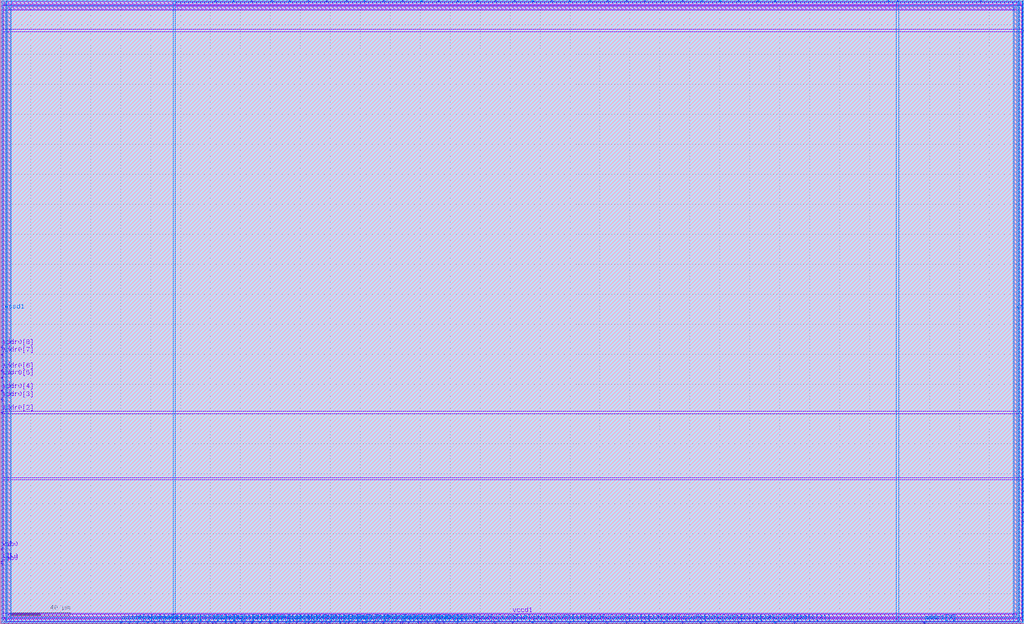
<source format=lef>
# Copyright 2020 The SkyWater PDK Authors
#
# Licensed under the Apache License, Version 2.0 (the "License");
# you may not use this file except in compliance with the License.
# You may obtain a copy of the License at
#
#     https://www.apache.org/licenses/LICENSE-2.0
#
# Unless required by applicable law or agreed to in writing, software
# distributed under the License is distributed on an "AS IS" BASIS,
# WITHOUT WARRANTIES OR CONDITIONS OF ANY KIND, either express or implied.
# See the License for the specific language governing permissions and
# limitations under the License.
#
# SPDX-License-Identifier: Apache-2.0

VERSION 5.7 ;

BUSBITCHARS "[]" ;
DIVIDERCHAR "/" ;

UNITS
  TIME NANOSECONDS 1 ;
  CAPACITANCE PICOFARADS 1 ;
  RESISTANCE OHMS 1 ;
  DATABASE MICRONS 1000 ;
END UNITS

MANUFACTURINGGRID 0.005 ;

PROPERTYDEFINITIONS
  LAYER LEF58_TYPE STRING ;
END PROPERTYDEFINITIONS

# High density, single height
SITE unithd
  SYMMETRY Y ;
  CLASS CORE ;
  SIZE 0.46 BY 2.72 ;
END unithd

# High density, double height
SITE unithddbl
  SYMMETRY Y ;
  CLASS CORE ;
  SIZE 0.46 BY 5.44 ;
END unithddbl

LAYER nwell
  TYPE MASTERSLICE ;
  PROPERTY LEF58_TYPE "TYPE NWELL ;" ;
END nwell

LAYER pwell
  TYPE MASTERSLICE ;
  PROPERTY LEF58_TYPE "TYPE PWELL ;" ;
END pwell

LAYER li1
  TYPE ROUTING ;
  DIRECTION VERTICAL ;

  PITCH 0.46 0.34 ;
  OFFSET 0.23 0.17 ;

  WIDTH 0.17 ;          # LI 1
  # SPACING  0.17 ;     # LI 2
  SPACINGTABLE
     PARALLELRUNLENGTH 0
     WIDTH 0 0.17 ;
  AREA 0.0561 ;         # LI 6
  THICKNESS 0.1 ;
  EDGECAPACITANCE 40.697E-6 ;
  CAPACITANCE CPERSQDIST 36.9866E-6 ;
  RESISTANCE RPERSQ 12.2 ;

  ANTENNAMODEL OXIDE1 ;
  ANTENNADIFFSIDEAREARATIO PWL ( ( 0 75 ) ( 0.0125 75 ) ( 0.0225 85.125 ) ( 22.5 10200 ) ) ;
END li1

LAYER mcon
  TYPE CUT ;

  WIDTH 0.17 ;                # Mcon 1
  SPACING 0.19 ;              # Mcon 2
  ENCLOSURE BELOW 0 0 ;       # Mcon 4
  ENCLOSURE ABOVE 0.03 0.06 ; # Met1 4 / Met1 5

  ANTENNADIFFAREARATIO PWL ( ( 0 3 ) ( 0.0125 3 ) ( 0.0225 3.405 ) ( 22.5 408 ) ) ;
  DCCURRENTDENSITY AVERAGE 0.36 ; # mA per via Iavg_max at Tj = 90oC

END mcon

LAYER met1
  TYPE ROUTING ;
  DIRECTION HORIZONTAL ;

  PITCH 0.34 ;
  OFFSET 0.17 ;

  WIDTH 0.14 ;                     # Met1 1
  # SPACING 0.14 ;                 # Met1 2
  # SPACING 0.28 RANGE 3.001 100 ; # Met1 3b
  SPACINGTABLE
     PARALLELRUNLENGTH 0
     WIDTH 0 0.14
     WIDTH 3 0.28 ;
  AREA 0.083 ;                     # Met1 6
  THICKNESS 0.35 ;
  MINENCLOSEDAREA 0.14 ;

  ANTENNAMODEL OXIDE1 ;
  ANTENNADIFFSIDEAREARATIO PWL ( ( 0 400 ) ( 0.0125 400 ) ( 0.0225 2609 ) ( 22.5 11600 ) ) ;

  EDGECAPACITANCE 40.567E-6 ;
  CAPACITANCE CPERSQDIST 25.7784E-6 ;
  DCCURRENTDENSITY AVERAGE 2.8 ; # mA/um Iavg_max at Tj = 90oC
  ACCURRENTDENSITY RMS 6.1 ; # mA/um Irms_max at Tj = 90oC
  MAXIMUMDENSITY 70 ;
  DENSITYCHECKWINDOW 700 700 ;
  DENSITYCHECKSTEP 70 ;

  RESISTANCE RPERSQ 0.125 ;
END met1

LAYER via
  TYPE CUT ;
  WIDTH 0.15 ;                  # Via 1a
  SPACING 0.17 ;                # Via 2
  ENCLOSURE BELOW 0.055 0.085 ; # Via 4a / Via 5a
  ENCLOSURE ABOVE 0.055 0.085 ; # Met2 4 / Met2 5

  ANTENNADIFFAREARATIO PWL ( ( 0 6 ) ( 0.0125 6 ) ( 0.0225 6.81 ) ( 22.5 816 ) ) ;
  DCCURRENTDENSITY AVERAGE 0.29 ; # mA per via Iavg_max at Tj = 90oC
END via

LAYER met2
  TYPE ROUTING ;
  DIRECTION VERTICAL ;

  PITCH 0.46 ;
  OFFSET 0.23 ;

  WIDTH 0.14 ;                        # Met2 1
  # SPACING  0.14 ;                   # Met2 2
  # SPACING  0.28 RANGE 3.001 100 ;   # Met2 3b
  SPACINGTABLE
     PARALLELRUNLENGTH 0
     WIDTH 0 0.14
     WIDTH 3 0.28 ;
  AREA 0.0676 ;                       # Met2 6
  THICKNESS 0.35 ;
  MINENCLOSEDAREA 0.14 ;

  EDGECAPACITANCE 37.759E-6 ;
  CAPACITANCE CPERSQDIST 16.9423E-6 ;
  RESISTANCE RPERSQ 0.125 ;
  DCCURRENTDENSITY AVERAGE 2.8 ; # mA/um Iavg_max at Tj = 90oC
  ACCURRENTDENSITY RMS 6.1 ; # mA/um Irms_max at Tj = 90oC

  ANTENNAMODEL OXIDE1 ;
  ANTENNADIFFSIDEAREARATIO PWL ( ( 0 400 ) ( 0.0125 400 ) ( 0.0225 2609 ) ( 22.5 11600 ) ) ;

  MAXIMUMDENSITY 70 ;
  DENSITYCHECKWINDOW 700 700 ;
  DENSITYCHECKSTEP 70 ;
END met2

# ******** Layer via2, type routing, number 44 **************
LAYER via2
  TYPE CUT ;
  WIDTH 0.2 ;                   # Via2 1
  SPACING 0.2 ;                 # Via2 2
  ENCLOSURE BELOW 0.04 0.085 ;  # Via2 4
  ENCLOSURE ABOVE 0.065 0.065 ; # Met3 4
  ANTENNADIFFAREARATIO PWL ( ( 0 6 ) ( 0.0125 6 ) ( 0.0225 6.81 ) ( 22.5 816 ) ) ;
  DCCURRENTDENSITY AVERAGE 0.48 ; # mA per via Iavg_max at Tj = 90oC
END via2

LAYER met3
  TYPE ROUTING ;
  DIRECTION HORIZONTAL ;

  PITCH 0.68 ;
  OFFSET 0.34 ;

  WIDTH 0.3 ;              # Met3 1
  # SPACING 0.3 ;          # Met3 2
  SPACINGTABLE
     PARALLELRUNLENGTH 0
     WIDTH 0 0.3
     WIDTH 3 0.4 ;
  AREA 0.24 ;              # Met3 6
  THICKNESS 0.8 ;

  EDGECAPACITANCE 40.989E-6 ;
  CAPACITANCE CPERSQDIST 12.3729E-6 ;
  RESISTANCE RPERSQ 0.047 ;
  DCCURRENTDENSITY AVERAGE 6.8 ; # mA/um Iavg_max at Tj = 90oC
  ACCURRENTDENSITY RMS 14.9 ; # mA/um Irms_max at Tj = 90oC

  ANTENNAMODEL OXIDE1 ;
  ANTENNADIFFSIDEAREARATIO PWL ( ( 0 400 ) ( 0.0125 400 ) ( 0.0225 2609 ) ( 22.5 11600 ) ) ;

  MAXIMUMDENSITY 70 ;
  DENSITYCHECKWINDOW 700 700 ;
  DENSITYCHECKSTEP 70 ;
END met3

LAYER via3
  TYPE CUT ;
  WIDTH 0.2 ;                   # Via3 1
  SPACING 0.2 ;                 # Via3 2
  ENCLOSURE BELOW 0.06 0.09 ;   # Via3 4 / Via3 5
  ENCLOSURE ABOVE 0.065 0.065 ; # Met4 3
  ANTENNADIFFAREARATIO PWL ( ( 0 6 ) ( 0.0125 6 ) ( 0.0225 6.81 ) ( 22.5 816 ) ) ;
  DCCURRENTDENSITY AVERAGE 0.48 ; # mA per via Iavg_max at Tj = 90oC
END via3

LAYER met4
  TYPE ROUTING ;
  DIRECTION VERTICAL ;

  PITCH 0.92 ;
  OFFSET 0.46 ;

  WIDTH 0.3 ;             # Met4 1
  # SPACING  0.3 ;             # Met4 2
  SPACINGTABLE
     PARALLELRUNLENGTH 0
     WIDTH 0 0.3
     WIDTH 3 0.4 ;
  AREA 0.24 ;            # Met4 4a

  THICKNESS 0.8 ;

  EDGECAPACITANCE 36.676E-6 ;
  CAPACITANCE CPERSQDIST 8.41537E-6 ;
  RESISTANCE RPERSQ 0.047 ;
  DCCURRENTDENSITY AVERAGE 6.8 ; # mA/um Iavg_max at Tj = 90oC
  ACCURRENTDENSITY RMS 14.9 ; # mA/um Irms_max at Tj = 90oC

  ANTENNAMODEL OXIDE1 ;
  ANTENNADIFFSIDEAREARATIO PWL ( ( 0 400 ) ( 0.0125 400 ) ( 0.0225 2609 ) ( 22.5 11600 ) ) ;

  MAXIMUMDENSITY 70 ;
  DENSITYCHECKWINDOW 700 700 ;
  DENSITYCHECKSTEP 70 ;
END met4

LAYER via4
  TYPE CUT ;

  WIDTH 0.8 ;                 # Via4 1
  SPACING 0.8 ;               # Via4 2
  ENCLOSURE BELOW 0.19 0.19 ; # Via4 4
  ENCLOSURE ABOVE 0.31 0.31 ; # Met5 3
  ANTENNADIFFAREARATIO PWL ( ( 0 6 ) ( 0.0125 6 ) ( 0.0225 6.81 ) ( 22.5 816 ) ) ;
  DCCURRENTDENSITY AVERAGE 2.49 ; # mA per via Iavg_max at Tj = 90oC
END via4

LAYER met5
  TYPE ROUTING ;
  DIRECTION HORIZONTAL ;

  PITCH 3.4 ;
  OFFSET 1.7 ;

  WIDTH 1.6 ;            # Met5 1
  #SPACING  1.6 ;        # Met5 2
  SPACINGTABLE
     PARALLELRUNLENGTH 0
     WIDTH 0 1.6 ;
  AREA 4 ;               # Met5 4

  THICKNESS 1.2 ;

  EDGECAPACITANCE 38.851E-6 ;
  CAPACITANCE CPERSQDIST 6.32063E-6 ;
  RESISTANCE RPERSQ 0.0285 ;
  DCCURRENTDENSITY AVERAGE 10.17 ; # mA/um Iavg_max at Tj = 90oC
  ACCURRENTDENSITY RMS 22.34 ; # mA/um Irms_max at Tj = 90oC

  ANTENNAMODEL OXIDE1 ;
  ANTENNADIFFSIDEAREARATIO PWL ( ( 0 400 ) ( 0.0125 400 ) ( 0.0225 2609 ) ( 22.5 11600 ) ) ;
END met5


### Routing via cells section   ###
# Plus via rule, metals are along the prefered direction
VIA L1M1_PR DEFAULT
  LAYER mcon ;
  RECT -0.085 -0.085 0.085 0.085 ;
  LAYER li1 ;
  RECT -0.085 -0.085 0.085 0.085 ;
  LAYER met1 ;
  RECT -0.145 -0.115 0.145 0.115 ;
END L1M1_PR

VIARULE L1M1_PR GENERATE
  LAYER li1 ;
  ENCLOSURE 0 0 ;
  LAYER met1 ;
  ENCLOSURE 0.06 0.03 ;
  LAYER mcon ;
  RECT -0.085 -0.085 0.085 0.085 ;
  SPACING 0.36 BY 0.36 ;
END L1M1_PR

# Plus via rule, metals are along the non prefered direction
VIA L1M1_PR_R DEFAULT
  LAYER mcon ;
  RECT -0.085 -0.085 0.085 0.085 ;
  LAYER li1 ;
  RECT -0.085 -0.085 0.085 0.085 ;
  LAYER met1 ;
  RECT -0.115 -0.145 0.115 0.145 ;
END L1M1_PR_R

VIARULE L1M1_PR_R GENERATE
  LAYER li1 ;
  ENCLOSURE 0 0 ;
  LAYER met1 ;
  ENCLOSURE 0.03 0.06 ;
  LAYER mcon ;
  RECT -0.085 -0.085 0.085 0.085 ;
  SPACING 0.36 BY 0.36 ;
END L1M1_PR_R

# Minus via rule, lower layer metal is along prefered direction
VIA L1M1_PR_M DEFAULT
  LAYER mcon ;
  RECT -0.085 -0.085 0.085 0.085 ;
  LAYER li1 ;
  RECT -0.085 -0.085 0.085 0.085 ;
  LAYER met1 ;
  RECT -0.115 -0.145 0.115 0.145 ;
END L1M1_PR_M

VIARULE L1M1_PR_M GENERATE
  LAYER li1 ;
  ENCLOSURE 0 0 ;
  LAYER met1 ;
  ENCLOSURE 0.03 0.06 ;
  LAYER mcon ;
  RECT -0.085 -0.085 0.085 0.085 ;
  SPACING 0.36 BY 0.36 ;
END L1M1_PR_M

# Minus via rule, upper layer metal is along prefered direction
VIA L1M1_PR_MR DEFAULT
  LAYER mcon ;
  RECT -0.085 -0.085 0.085 0.085 ;
  LAYER li1 ;
  RECT -0.085 -0.085 0.085 0.085 ;
  LAYER met1 ;
  RECT -0.145 -0.115 0.145 0.115 ;
END L1M1_PR_MR

VIARULE L1M1_PR_MR GENERATE
  LAYER li1 ;
  ENCLOSURE 0 0 ;
  LAYER met1 ;
  ENCLOSURE 0.06 0.03 ;
  LAYER mcon ;
  RECT -0.085 -0.085 0.085 0.085 ;
  SPACING 0.36 BY 0.36 ;
END L1M1_PR_MR

# Centered via rule, we really do not want to use it
VIA L1M1_PR_C DEFAULT
  LAYER mcon ;
  RECT -0.085 -0.085 0.085 0.085 ;
  LAYER li1 ;
  RECT -0.085 -0.085 0.085 0.085 ;
  LAYER met1 ;
  RECT -0.145 -0.145 0.145 0.145 ;
END L1M1_PR_C

VIARULE L1M1_PR_C GENERATE
  LAYER li1 ;
  ENCLOSURE 0 0 ;
  LAYER met1 ;
  ENCLOSURE 0.06 0.06 ;
  LAYER mcon ;
  RECT -0.085 -0.085 0.085 0.085 ;
  SPACING 0.36 BY 0.36 ;
END L1M1_PR_C

# Plus via rule, metals are along the prefered direction
VIA M1M2_PR DEFAULT
  LAYER via ;
  RECT -0.075 -0.075 0.075 0.075 ;
  LAYER met1 ;
  RECT -0.16 -0.13 0.16 0.13 ;
  LAYER met2 ;
  RECT -0.13 -0.16 0.13 0.16 ;
END M1M2_PR

VIARULE M1M2_PR GENERATE
  LAYER met1 ;
  ENCLOSURE 0.085 0.055 ;
  LAYER met2 ;
  ENCLOSURE 0.055 0.085 ;
  LAYER via ;
  RECT -0.075 -0.075 0.075 0.075 ;
  SPACING 0.32 BY 0.32 ;
END M1M2_PR

# Plus via rule, metals are along the non prefered direction
VIA M1M2_PR_R DEFAULT
  LAYER via ;
  RECT -0.075 -0.075 0.075 0.075 ;
  LAYER met1 ;
  RECT -0.13 -0.16 0.13 0.16 ;
  LAYER met2 ;
  RECT -0.16 -0.13 0.16 0.13 ;
END M1M2_PR_R

VIARULE M1M2_PR_R GENERATE
  LAYER met1 ;
  ENCLOSURE 0.055 0.085 ;
  LAYER met2 ;
  ENCLOSURE 0.085 0.055 ;
  LAYER via ;
  RECT -0.075 -0.075 0.075 0.075 ;
  SPACING 0.32 BY 0.32 ;
END M1M2_PR_R

# Minus via rule, lower layer metal is along prefered direction
VIA M1M2_PR_M DEFAULT
  LAYER via ;
  RECT -0.075 -0.075 0.075 0.075 ;
  LAYER met1 ;
  RECT -0.16 -0.13 0.16 0.13 ;
  LAYER met2 ;
  RECT -0.16 -0.13 0.16 0.13 ;
END M1M2_PR_M

VIARULE M1M2_PR_M GENERATE
  LAYER met1 ;
  ENCLOSURE 0.085 0.055 ;
  LAYER met2 ;
  ENCLOSURE 0.085 0.055 ;
  LAYER via ;
  RECT -0.075 -0.075 0.075 0.075 ;
  SPACING 0.32 BY 0.32 ;
END M1M2_PR_M

# Minus via rule, upper layer metal is along prefered direction
VIA M1M2_PR_MR DEFAULT
  LAYER via ;
  RECT -0.075 -0.075 0.075 0.075 ;
  LAYER met1 ;
  RECT -0.13 -0.16 0.13 0.16 ;
  LAYER met2 ;
  RECT -0.13 -0.16 0.13 0.16 ;
END M1M2_PR_MR

VIARULE M1M2_PR_MR GENERATE
  LAYER met1 ;
  ENCLOSURE 0.055 0.085 ;
  LAYER met2 ;
  ENCLOSURE 0.055 0.085 ;
  LAYER via ;
  RECT -0.075 -0.075 0.075 0.075 ;
  SPACING 0.32 BY 0.32 ;
END M1M2_PR_MR

# Centered via rule, we really do not want to use it
VIA M1M2_PR_C DEFAULT
  LAYER via ;
  RECT -0.075 -0.075 0.075 0.075 ;
  LAYER met1 ;
  RECT -0.16 -0.16 0.16 0.16 ;
  LAYER met2 ;
  RECT -0.16 -0.16 0.16 0.16 ;
END M1M2_PR_C

VIARULE M1M2_PR_C GENERATE
  LAYER met1 ;
  ENCLOSURE 0.085 0.085 ;
  LAYER met2 ;
  ENCLOSURE 0.085 0.085 ;
  LAYER via ;
  RECT -0.075 -0.075 0.075 0.075 ;
  SPACING 0.32 BY 0.32 ;
END M1M2_PR_C

# Plus via rule, metals are along the prefered direction
VIA M2M3_PR DEFAULT
  LAYER via2 ;
  RECT -0.1 -0.1 0.1 0.1 ;
  LAYER met2 ;
  RECT -0.14 -0.185 0.14 0.185 ;
  LAYER met3 ;
  RECT -0.165 -0.165 0.165 0.165 ;
END M2M3_PR

VIARULE M2M3_PR GENERATE
  LAYER met2 ;
  ENCLOSURE 0.04 0.085 ;
  LAYER met3 ;
  ENCLOSURE 0.065 0.065 ;
  LAYER via2 ;
  RECT -0.1 -0.1 0.1 0.1 ;
  SPACING 0.4 BY 0.4 ;
END M2M3_PR

# Plus via rule, metals are along the non prefered direction
VIA M2M3_PR_R DEFAULT
  LAYER via2 ;
  RECT -0.1 -0.1 0.1 0.1 ;
  LAYER met2 ;
  RECT -0.185 -0.14 0.185 0.14 ;
  LAYER met3 ;
  RECT -0.165 -0.165 0.165 0.165 ;
END M2M3_PR_R

VIARULE M2M3_PR_R GENERATE
  LAYER met2 ;
  ENCLOSURE 0.085 0.04 ;
  LAYER met3 ;
  ENCLOSURE 0.065 0.065 ;
  LAYER via2 ;
  RECT -0.1 -0.1 0.1 0.1 ;
  SPACING 0.4 BY 0.4 ;
END M2M3_PR_R

# Minus via rule, lower layer metal is along prefered direction
VIA M2M3_PR_M DEFAULT
  LAYER via2 ;
  RECT -0.1 -0.1 0.1 0.1 ;
  LAYER met2 ;
  RECT -0.14 -0.185 0.14 0.185 ;
  LAYER met3 ;
  RECT -0.165 -0.165 0.165 0.165 ;
END M2M3_PR_M

VIARULE M2M3_PR_M GENERATE
  LAYER met2 ;
  ENCLOSURE 0.04 0.085 ;
  LAYER met3 ;
  ENCLOSURE 0.065 0.065 ;
  LAYER via2 ;
  RECT -0.1 -0.1 0.1 0.1 ;
  SPACING 0.4 BY 0.4 ;
END M2M3_PR_M

# Minus via rule, upper layer metal is along prefered direction
VIA M2M3_PR_MR DEFAULT
  LAYER via2 ;
  RECT -0.1 -0.1 0.1 0.1 ;
  LAYER met2 ;
  RECT -0.185 -0.14 0.185 0.14 ;
  LAYER met3 ;
  RECT -0.165 -0.165 0.165 0.165 ;
END M2M3_PR_MR

VIARULE M2M3_PR_MR GENERATE
  LAYER met2 ;
  ENCLOSURE 0.085 0.04 ;
  LAYER met3 ;
  ENCLOSURE 0.065 0.065 ;
  LAYER via2 ;
  RECT -0.1 -0.1 0.1 0.1 ;
  SPACING 0.4 BY 0.4 ;
END M2M3_PR_MR

# Centered via rule, we really do not want to use it
VIA M2M3_PR_C DEFAULT
  LAYER via2 ;
  RECT -0.1 -0.1 0.1 0.1 ;
  LAYER met2 ;
  RECT -0.185 -0.185 0.185 0.185 ;
  LAYER met3 ;
  RECT -0.165 -0.165 0.165 0.165 ;
END M2M3_PR_C

VIARULE M2M3_PR_C GENERATE
  LAYER met2 ;
  ENCLOSURE 0.085 0.085 ;
  LAYER met3 ;
  ENCLOSURE 0.065 0.065 ;
  LAYER via2 ;
  RECT -0.1 -0.1 0.1 0.1 ;
  SPACING 0.4 BY 0.4 ;
END M2M3_PR_C

# Plus via rule, metals are along the prefered direction
VIA M3M4_PR DEFAULT
  LAYER via3 ;
  RECT -0.1 -0.1 0.1 0.1 ;
  LAYER met3 ;
  RECT -0.19 -0.16 0.19 0.16 ;
  LAYER met4 ;
  RECT -0.165 -0.165 0.165 0.165 ;
END M3M4_PR

VIARULE M3M4_PR GENERATE
  LAYER met3 ;
  ENCLOSURE 0.09 0.06 ;
  LAYER met4 ;
  ENCLOSURE 0.065 0.065 ;
  LAYER via3 ;
  RECT -0.1 -0.1 0.1 0.1 ;
  SPACING 0.4 BY 0.4 ;
END M3M4_PR

# Plus via rule, metals are along the non prefered direction
VIA M3M4_PR_R DEFAULT
  LAYER via3 ;
  RECT -0.1 -0.1 0.1 0.1 ;
  LAYER met3 ;
  RECT -0.16 -0.19 0.16 0.19 ;
  LAYER met4 ;
  RECT -0.165 -0.165 0.165 0.165 ;
END M3M4_PR_R

VIARULE M3M4_PR_R GENERATE
  LAYER met3 ;
  ENCLOSURE 0.06 0.09 ;
  LAYER met4 ;
  ENCLOSURE 0.065 0.065 ;
  LAYER via3 ;
  RECT -0.1 -0.1 0.1 0.1 ;
  SPACING 0.4 BY 0.4 ;
END M3M4_PR_R

# Minus via rule, lower layer metal is along prefered direction
VIA M3M4_PR_M DEFAULT
  LAYER via3 ;
  RECT -0.1 -0.1 0.1 0.1 ;
  LAYER met3 ;
  RECT -0.19 -0.16 0.19 0.16 ;
  LAYER met4 ;
  RECT -0.165 -0.165 0.165 0.165 ;
END M3M4_PR_M

VIARULE M3M4_PR_M GENERATE
  LAYER met3 ;
  ENCLOSURE 0.09 0.06 ;
  LAYER met4 ;
  ENCLOSURE 0.065 0.065 ;
  LAYER via3 ;
  RECT -0.1 -0.1 0.1 0.1 ;
  SPACING 0.4 BY 0.4 ;
END M3M4_PR_M

# Minus via rule, upper layer metal is along prefered direction
VIA M3M4_PR_MR DEFAULT
  LAYER via3 ;
  RECT -0.1 -0.1 0.1 0.1 ;
  LAYER met3 ;
  RECT -0.16 -0.19 0.16 0.19 ;
  LAYER met4 ;
  RECT -0.165 -0.165 0.165 0.165 ;
END M3M4_PR_MR

VIARULE M3M4_PR_MR GENERATE
  LAYER met3 ;
  ENCLOSURE 0.06 0.09 ;
  LAYER met4 ;
  ENCLOSURE 0.065 0.065 ;
  LAYER via3 ;
  RECT -0.1 -0.1 0.1 0.1 ;
  SPACING 0.4 BY 0.4 ;
END M3M4_PR_MR

# Centered via rule, we really do not want to use it
VIA M3M4_PR_C DEFAULT
  LAYER via3 ;
  RECT -0.1 -0.1 0.1 0.1 ;
  LAYER met3 ;
  RECT -0.19 -0.19 0.19 0.19 ;
  LAYER met4 ;
  RECT -0.165 -0.165 0.165 0.165 ;
END M3M4_PR_C

VIARULE M3M4_PR_C GENERATE
  LAYER met3 ;
  ENCLOSURE 0.09 0.09 ;
  LAYER met4 ;
  ENCLOSURE 0.065 0.065 ;
  LAYER via3 ;
  RECT -0.1 -0.1 0.1 0.1 ;
  SPACING 0.4 BY 0.4 ;
END M3M4_PR_C

# Plus via rule, metals are along the prefered direction
VIA M4M5_PR DEFAULT
  LAYER via4 ;
  RECT -0.4 -0.4 0.4 0.4 ;
  LAYER met4 ;
  RECT -0.59 -0.59 0.59 0.59 ;
  LAYER met5 ;
  RECT -0.71 -0.71 0.71 0.71 ;
END M4M5_PR

VIARULE M4M5_PR GENERATE
  LAYER met4 ;
  ENCLOSURE 0.19 0.19 ;
  LAYER met5 ;
  ENCLOSURE 0.31 0.31 ;
  LAYER via4 ;
  RECT -0.4 -0.4 0.4 0.4 ;
  SPACING 1.6 BY 1.6 ;
END M4M5_PR

# Plus via rule, metals are along the non prefered direction
VIA M4M5_PR_R DEFAULT
  LAYER via4 ;
  RECT -0.4 -0.4 0.4 0.4 ;
  LAYER met4 ;
  RECT -0.59 -0.59 0.59 0.59 ;
  LAYER met5 ;
  RECT -0.71 -0.71 0.71 0.71 ;
END M4M5_PR_R

VIARULE M4M5_PR_R GENERATE
  LAYER met4 ;
  ENCLOSURE 0.19 0.19 ;
  LAYER met5 ;
  ENCLOSURE 0.31 0.31 ;
  LAYER via4 ;
  RECT -0.4 -0.4 0.4 0.4 ;
  SPACING 1.6 BY 1.6 ;
END M4M5_PR_R

# Minus via rule, lower layer metal is along prefered direction
VIA M4M5_PR_M DEFAULT
  LAYER via4 ;
  RECT -0.4 -0.4 0.4 0.4 ;
  LAYER met4 ;
  RECT -0.59 -0.59 0.59 0.59 ;
  LAYER met5 ;
  RECT -0.71 -0.71 0.71 0.71 ;
END M4M5_PR_M

VIARULE M4M5_PR_M GENERATE
  LAYER met4 ;
  ENCLOSURE 0.19 0.19 ;
  LAYER met5 ;
  ENCLOSURE 0.31 0.31 ;
  LAYER via4 ;
  RECT -0.4 -0.4 0.4 0.4 ;
  SPACING 1.6 BY 1.6 ;
END M4M5_PR_M

# Minus via rule, upper layer metal is along prefered direction
VIA M4M5_PR_MR DEFAULT
  LAYER via4 ;
  RECT -0.4 -0.4 0.4 0.4 ;
  LAYER met4 ;
  RECT -0.59 -0.59 0.59 0.59 ;
  LAYER met5 ;
  RECT -0.71 -0.71 0.71 0.71 ;
END M4M5_PR_MR

VIARULE M4M5_PR_MR GENERATE
  LAYER met4 ;
  ENCLOSURE 0.19 0.19 ;
  LAYER met5 ;
  ENCLOSURE 0.31 0.31 ;
  LAYER via4 ;
  RECT -0.4 -0.4 0.4 0.4 ;
  SPACING 1.6 BY 1.6 ;
END M4M5_PR_MR

# Centered via rule, we really do not want to use it
VIA M4M5_PR_C DEFAULT
  LAYER via4 ;
  RECT -0.4 -0.4 0.4 0.4 ;
  LAYER met4 ;
  RECT -0.59 -0.59 0.59 0.59 ;
  LAYER met5 ;
  RECT -0.71 -0.71 0.71 0.71 ;
END M4M5_PR_C

VIARULE M4M5_PR_C GENERATE
  LAYER met4 ;
  ENCLOSURE 0.19 0.19 ;
  LAYER met5 ;
  ENCLOSURE 0.31 0.31 ;
  LAYER via4 ;
  RECT -0.4 -0.4 0.4 0.4 ;
  SPACING 1.6 BY 1.6 ;
END M4M5_PR_C
###  end of single via cells   ###


MACRO sky130_ef_sc_hd__fakediode_2
  CLASS CORE SPACER ;
  FOREIGN sky130_ef_sc_hd__fakediode_2 ;
  ORIGIN  0.000000  0.000000 ;
  SIZE  0.920000 BY  2.720000 ;
  SYMMETRY X Y R90 ;
  SITE unithd ;
  PIN DIODE
    DIRECTION INPUT ;
    USE SIGNAL ;
    PORT
      LAYER li1 ;
        RECT 0.085000 0.255000 0.835000 2.465000 ;
    END
  END DIODE
  PIN VGND
    DIRECTION INOUT ;
    SHAPE ABUTMENT ;
    USE GROUND ;
    PORT
      LAYER met1 ;
        RECT 0.000000 -0.240000 0.920000 0.240000 ;
    END
  END VGND
  PIN VNB
    DIRECTION INOUT ;
    USE GROUND ;
    PORT
      LAYER pwell ;
        RECT 0.145000 -0.085000 0.315000 0.085000 ;
    END
  END VNB
  PIN VPB
    DIRECTION INOUT ;
    USE POWER ;
    PORT
      LAYER nwell ;
        RECT -0.190000 1.305000 1.110000 2.910000 ;
    END
  END VPB
  PIN VPWR
    DIRECTION INOUT ;
    SHAPE ABUTMENT ;
    USE POWER ;
    PORT
      LAYER met1 ;
        RECT 0.000000 2.480000 0.920000 2.960000 ;
    END
  END VPWR
  OBS
    LAYER li1 ;
      RECT 0.000000 -0.085000 0.920000 0.085000 ;
      RECT 0.000000  2.635000 0.920000 2.805000 ;
    LAYER mcon ;
      RECT 0.145000 -0.085000 0.315000 0.085000 ;
      RECT 0.145000  2.635000 0.315000 2.805000 ;
      RECT 0.605000 -0.085000 0.775000 0.085000 ;
      RECT 0.605000  2.635000 0.775000 2.805000 ;
  END
END sky130_ef_sc_hd__fakediode_2
MACRO sky130_ef_sc_hd__fill_8
  CLASS CORE SPACER ;
  SOURCE USER ;
  ORIGIN  0.000000  0.000000 ;
  SIZE  3.680000 BY  2.720000 ;
  SYMMETRY X Y R90 ;
  SITE unithd ;
  PIN VGND
    DIRECTION INOUT ;
    SHAPE ABUTMENT ;
    USE GROUND ;
    PORT
      LAYER li1 ;
        RECT 0.000000 -0.085000 3.680000 0.085000 ;
    END
    PORT
      LAYER met1 ;
        RECT 0.000000 -0.240000 3.680000 0.240000 ;
    END
  END VGND
  PIN VPWR
    DIRECTION INOUT ;
    SHAPE ABUTMENT ;
    USE POWER ;
    PORT
      LAYER li1 ;
        RECT 0.000000 2.635000 3.680000 2.805000 ;
    END
    PORT
      LAYER met1 ;
        RECT 0.000000 2.480000 3.680000 2.960000 ;
    END
  END VPWR
  OBS
  END
END sky130_ef_sc_hd__fill_8
MACRO sky130_ef_sc_hd__decap_12
  CLASS BLOCK ;
  FOREIGN sky130_ef_sc_hd__decap_12 ;
  ORIGIN 0.000 0.000 ;
  SIZE 5.520 BY 2.720 ;
  PIN VGND
    DIRECTION INPUT ;
    USE GROUND ;
    PORT
      LAYER li1 ;
        RECT 1.670 0.630 2.010 1.460 ;
        RECT 0.085 0.085 5.430 0.630 ;
        RECT 0.000 -0.085 5.520 0.085 ;
      LAYER mcon ;
        RECT 0.605 -0.085 0.775 0.085 ;
        RECT 1.065 -0.085 1.235 0.085 ;
        RECT 1.525 -0.085 1.695 0.085 ;
        RECT 1.985 -0.085 2.155 0.085 ;
        RECT 2.445 -0.085 2.615 0.085 ;
        RECT 2.905 -0.085 3.075 0.085 ;
        RECT 3.365 -0.085 3.535 0.085 ;
        RECT 3.825 -0.085 3.995 0.085 ;
        RECT 4.285 -0.085 4.455 0.085 ;
        RECT 4.745 -0.085 4.915 0.085 ;
        RECT 5.205 -0.085 5.375 0.085 ;
      LAYER met1 ;
        RECT 0.000 -0.240 5.520 0.240 ;
    END
  END VGND
  PIN VNB
    DIRECTION INPUT ;
    PORT
      LAYER pwell ;
        RECT 0.080 -0.130 0.360 0.150 ;
    END
  END VNB
  PIN VPB
    DIRECTION INPUT ;
    PORT
      LAYER nwell ;
        RECT -0.190 1.305 5.710 2.910 ;
    END
  END VPB
  PIN VPWR
    DIRECTION INPUT ;
    USE POWER ;
    PORT
      LAYER li1 ;
        RECT 0.000 2.635 5.520 2.805 ;
        RECT 0.085 2.200 5.430 2.635 ;
        RECT 3.490 0.950 3.840 2.200 ;
      LAYER mcon ;
        RECT 0.605 2.635 0.775 2.805 ;
        RECT 1.065 2.635 1.235 2.805 ;
        RECT 1.525 2.635 1.695 2.805 ;
        RECT 1.985 2.635 2.155 2.805 ;
        RECT 2.445 2.635 2.615 2.805 ;
        RECT 2.905 2.635 3.075 2.805 ;
        RECT 3.365 2.635 3.535 2.805 ;
        RECT 3.825 2.635 3.995 2.805 ;
        RECT 4.285 2.635 4.455 2.805 ;
        RECT 4.745 2.635 4.915 2.805 ;
        RECT 5.205 2.635 5.375 2.805 ;
      LAYER met1 ;
        RECT 0.000 2.480 5.520 2.960 ;
    END
  END VPWR
END sky130_ef_sc_hd__decap_12
MACRO sky130_ef_sc_hd__fill_12
  CLASS CORE ;
  FOREIGN sky130_ef_sc_hd__fill_12 ;
  ORIGIN 0.000 0.000 ;
  SIZE 5.520 BY 2.720 ;
  SYMMETRY X Y R90 ;
  SITE unithd ;
  OBS
      LAYER nwell ;
        RECT -0.190 1.305 5.710 2.910 ;
      LAYER pwell ;
        RECT 0.145 -0.085 0.315 0.085 ;
        RECT 2.935 -0.060 3.045 0.060 ;
        RECT 4.755 -0.050 4.915 0.060 ;
      LAYER li1 ;
        RECT 0.000 2.635 5.520 2.805 ;
        RECT 0.085 1.545 2.675 2.635 ;
        RECT 0.085 0.855 1.295 1.375 ;
        RECT 1.465 1.025 2.675 1.545 ;
        RECT 0.085 0.085 2.675 0.855 ;
        RECT 0.000 -0.085 5.520 0.085 ;
      LAYER mcon ;
        RECT 0.145 2.635 0.315 2.805 ;
        RECT 0.605 2.635 0.775 2.805 ;
        RECT 1.065 2.635 1.235 2.805 ;
        RECT 1.525 2.635 1.695 2.805 ;
        RECT 1.985 2.635 2.155 2.805 ;
        RECT 2.445 2.635 2.615 2.805 ;
        RECT 2.905 2.635 3.075 2.805 ;
        RECT 3.365 2.635 3.535 2.805 ;
        RECT 3.825 2.635 3.995 2.805 ;
        RECT 4.285 2.635 4.455 2.805 ;
        RECT 4.745 2.635 4.915 2.805 ;
        RECT 5.205 2.635 5.375 2.805 ;
        RECT 0.145 -0.085 0.315 0.085 ;
        RECT 0.605 -0.085 0.775 0.085 ;
        RECT 1.065 -0.085 1.235 0.085 ;
        RECT 1.525 -0.085 1.695 0.085 ;
        RECT 1.985 -0.085 2.155 0.085 ;
        RECT 2.445 -0.085 2.615 0.085 ;
        RECT 2.905 -0.085 3.075 0.085 ;
        RECT 3.365 -0.085 3.535 0.085 ;
        RECT 3.825 -0.085 3.995 0.085 ;
        RECT 4.285 -0.085 4.455 0.085 ;
        RECT 4.745 -0.085 4.915 0.085 ;
        RECT 5.205 -0.085 5.375 0.085 ;
      LAYER met1 ;
        RECT 0.000 2.480 5.520 2.960 ;
        RECT 0.000 -0.240 5.520 0.240 ;
  END
END sky130_ef_sc_hd__fill_12
MACRO sky130_fd_sc_hd__a2bb2o_1
  CLASS CORE ;
  FOREIGN sky130_fd_sc_hd__a2bb2o_1 ;
  ORIGIN  0.000000  0.000000 ;
  SIZE  3.680000 BY  2.720000 ;
  SYMMETRY X Y R90 ;
  SITE unithd ;
  PIN A1_N
    ANTENNAGATEAREA  0.126000 ;
    DIRECTION INPUT ;
    USE SIGNAL ;
    PORT
      LAYER li1 ;
        RECT 0.910000 0.995000 1.240000 1.615000 ;
    END
  END A1_N
  PIN A2_N
    ANTENNAGATEAREA  0.126000 ;
    DIRECTION INPUT ;
    USE SIGNAL ;
    PORT
      LAYER li1 ;
        RECT 1.410000 0.995000 1.700000 1.375000 ;
    END
  END A2_N
  PIN B1
    ANTENNAGATEAREA  0.126000 ;
    DIRECTION INPUT ;
    USE SIGNAL ;
    PORT
      LAYER li1 ;
        RECT 3.280000 0.765000 3.540000 1.655000 ;
    END
  END B1
  PIN B2
    ANTENNAGATEAREA  0.126000 ;
    DIRECTION INPUT ;
    USE SIGNAL ;
    PORT
      LAYER li1 ;
        RECT 2.600000 1.355000 3.080000 1.655000 ;
        RECT 2.820000 0.765000 3.080000 1.355000 ;
    END
  END B2
  PIN X
    ANTENNADIFFAREA  0.429000 ;
    DIRECTION OUTPUT ;
    USE SIGNAL ;
    PORT
      LAYER li1 ;
        RECT 0.085000 0.255000 0.345000 0.810000 ;
        RECT 0.085000 0.810000 0.260000 1.525000 ;
        RECT 0.085000 1.525000 0.345000 2.465000 ;
    END
  END X
  PIN VGND
    DIRECTION INOUT ;
    SHAPE ABUTMENT ;
    USE GROUND ;
    PORT
      LAYER met1 ;
        RECT 0.000000 -0.240000 3.680000 0.240000 ;
    END
  END VGND
  PIN VNB
    DIRECTION INOUT ;
    USE GROUND ;
    PORT
      LAYER pwell ;
        RECT 0.150000 -0.085000 0.320000 0.085000 ;
    END
  END VNB
  PIN VPB
    DIRECTION INOUT ;
    USE POWER ;
    PORT
      LAYER nwell ;
        RECT -0.190000 1.305000 3.870000 2.910000 ;
    END
  END VPB
  PIN VPWR
    DIRECTION INOUT ;
    SHAPE ABUTMENT ;
    USE POWER ;
    PORT
      LAYER met1 ;
        RECT 0.000000 2.480000 3.680000 2.960000 ;
    END
  END VPWR
  OBS
    LAYER li1 ;
      RECT 0.000000 -0.085000 3.680000 0.085000 ;
      RECT 0.000000  2.635000 3.680000 2.805000 ;
      RECT 0.430000  0.995000 0.685000 1.325000 ;
      RECT 0.515000  0.085000 0.945000 0.530000 ;
      RECT 0.515000  1.325000 0.685000 1.805000 ;
      RECT 0.515000  1.805000 1.275000 1.975000 ;
      RECT 0.515000  2.235000 0.845000 2.635000 ;
      RECT 1.105000  1.975000 1.275000 2.200000 ;
      RECT 1.105000  2.200000 2.245000 2.370000 ;
      RECT 1.180000  0.255000 1.350000 0.655000 ;
      RECT 1.180000  0.655000 2.060000 0.825000 ;
      RECT 1.520000  0.085000 2.240000 0.485000 ;
      RECT 1.540000  1.545000 2.060000 1.715000 ;
      RECT 1.540000  1.715000 1.710000 1.905000 ;
      RECT 1.890000  0.825000 2.060000 1.545000 ;
      RECT 1.990000  1.895000 2.400000 2.065000 ;
      RECT 1.990000  2.065000 2.245000 2.200000 ;
      RECT 1.990000  2.370000 2.245000 2.465000 ;
      RECT 2.230000  0.700000 2.580000 0.870000 ;
      RECT 2.230000  0.870000 2.400000 1.895000 ;
      RECT 2.410000  0.255000 2.580000 0.700000 ;
      RECT 2.415000  2.255000 2.745000 2.425000 ;
      RECT 2.575000  1.835000 3.515000 2.005000 ;
      RECT 2.575000  2.005000 2.745000 2.255000 ;
      RECT 2.915000  2.175000 3.165000 2.635000 ;
      RECT 3.155000  0.085000 3.555000 0.595000 ;
      RECT 3.335000  2.005000 3.515000 2.465000 ;
    LAYER mcon ;
      RECT 0.145000 -0.085000 0.315000 0.085000 ;
      RECT 0.145000  2.635000 0.315000 2.805000 ;
      RECT 0.605000 -0.085000 0.775000 0.085000 ;
      RECT 0.605000  2.635000 0.775000 2.805000 ;
      RECT 1.065000 -0.085000 1.235000 0.085000 ;
      RECT 1.065000  2.635000 1.235000 2.805000 ;
      RECT 1.525000 -0.085000 1.695000 0.085000 ;
      RECT 1.525000  2.635000 1.695000 2.805000 ;
      RECT 1.985000 -0.085000 2.155000 0.085000 ;
      RECT 1.985000  2.635000 2.155000 2.805000 ;
      RECT 2.445000 -0.085000 2.615000 0.085000 ;
      RECT 2.445000  2.635000 2.615000 2.805000 ;
      RECT 2.905000 -0.085000 3.075000 0.085000 ;
      RECT 2.905000  2.635000 3.075000 2.805000 ;
      RECT 3.365000 -0.085000 3.535000 0.085000 ;
      RECT 3.365000  2.635000 3.535000 2.805000 ;
  END
END sky130_fd_sc_hd__a2bb2o_1
MACRO sky130_fd_sc_hd__a2bb2o_2
  CLASS CORE ;
  FOREIGN sky130_fd_sc_hd__a2bb2o_2 ;
  ORIGIN  0.000000  0.000000 ;
  SIZE  4.140000 BY  2.720000 ;
  SYMMETRY X Y R90 ;
  SITE unithd ;
  PIN A1_N
    ANTENNAGATEAREA  0.159000 ;
    DIRECTION INPUT ;
    USE SIGNAL ;
    PORT
      LAYER li1 ;
        RECT 1.345000 0.995000 1.675000 1.615000 ;
    END
  END A1_N
  PIN A2_N
    ANTENNAGATEAREA  0.159000 ;
    DIRECTION INPUT ;
    USE SIGNAL ;
    PORT
      LAYER li1 ;
        RECT 1.845000 0.995000 2.135000 1.375000 ;
    END
  END A2_N
  PIN B1
    ANTENNAGATEAREA  0.159000 ;
    DIRECTION INPUT ;
    USE SIGNAL ;
    PORT
      LAYER li1 ;
        RECT 3.730000 0.765000 3.990000 1.655000 ;
    END
  END B1
  PIN B2
    ANTENNAGATEAREA  0.159000 ;
    DIRECTION INPUT ;
    USE SIGNAL ;
    PORT
      LAYER li1 ;
        RECT 3.050000 1.355000 3.530000 1.655000 ;
        RECT 3.270000 0.765000 3.530000 1.355000 ;
    END
  END B2
  PIN X
    ANTENNADIFFAREA  0.445500 ;
    DIRECTION OUTPUT ;
    USE SIGNAL ;
    PORT
      LAYER li1 ;
        RECT 0.525000 0.255000 0.780000 0.810000 ;
        RECT 0.525000 0.810000 0.695000 1.525000 ;
        RECT 0.525000 1.525000 0.780000 2.465000 ;
    END
  END X
  PIN VGND
    DIRECTION INOUT ;
    SHAPE ABUTMENT ;
    USE GROUND ;
    PORT
      LAYER met1 ;
        RECT 0.000000 -0.240000 4.140000 0.240000 ;
    END
  END VGND
  PIN VNB
    DIRECTION INOUT ;
    USE GROUND ;
    PORT
      LAYER pwell ;
        RECT 0.125000 -0.085000 0.295000 0.085000 ;
    END
  END VNB
  PIN VPB
    DIRECTION INOUT ;
    USE POWER ;
    PORT
      LAYER nwell ;
        RECT -0.190000 1.305000 4.330000 2.910000 ;
    END
  END VPB
  PIN VPWR
    DIRECTION INOUT ;
    SHAPE ABUTMENT ;
    USE POWER ;
    PORT
      LAYER met1 ;
        RECT 0.000000 2.480000 4.140000 2.960000 ;
    END
  END VPWR
  OBS
    LAYER li1 ;
      RECT 0.000000 -0.085000 4.140000 0.085000 ;
      RECT 0.000000  2.635000 4.140000 2.805000 ;
      RECT 0.185000  0.085000 0.355000 0.930000 ;
      RECT 0.185000  1.445000 0.355000 2.635000 ;
      RECT 0.865000  0.995000 1.120000 1.325000 ;
      RECT 0.950000  0.085000 1.380000 0.530000 ;
      RECT 0.950000  1.325000 1.120000 1.805000 ;
      RECT 0.950000  1.805000 1.710000 1.975000 ;
      RECT 0.950000  2.235000 1.280000 2.635000 ;
      RECT 1.540000  1.975000 1.710000 2.200000 ;
      RECT 1.540000  2.200000 2.670000 2.370000 ;
      RECT 1.615000  0.255000 1.785000 0.655000 ;
      RECT 1.615000  0.655000 2.510000 0.825000 ;
      RECT 1.955000  0.085000 2.690000 0.485000 ;
      RECT 1.975000  1.545000 2.510000 1.715000 ;
      RECT 1.975000  1.715000 2.145000 1.905000 ;
      RECT 2.340000  0.825000 2.510000 1.545000 ;
      RECT 2.440000  1.895000 2.850000 2.065000 ;
      RECT 2.440000  2.065000 2.670000 2.200000 ;
      RECT 2.500000  2.370000 2.670000 2.465000 ;
      RECT 2.680000  0.700000 3.030000 0.870000 ;
      RECT 2.680000  0.870000 2.850000 1.895000 ;
      RECT 2.860000  0.255000 3.030000 0.700000 ;
      RECT 2.875000  2.255000 3.205000 2.425000 ;
      RECT 3.035000  1.835000 3.965000 2.005000 ;
      RECT 3.035000  2.005000 3.205000 2.255000 ;
      RECT 3.375000  2.175000 3.625000 2.635000 ;
      RECT 3.605000  0.085000 4.005000 0.595000 ;
      RECT 3.795000  2.005000 3.965000 2.465000 ;
    LAYER mcon ;
      RECT 0.145000 -0.085000 0.315000 0.085000 ;
      RECT 0.145000  2.635000 0.315000 2.805000 ;
      RECT 0.605000 -0.085000 0.775000 0.085000 ;
      RECT 0.605000  2.635000 0.775000 2.805000 ;
      RECT 1.065000 -0.085000 1.235000 0.085000 ;
      RECT 1.065000  2.635000 1.235000 2.805000 ;
      RECT 1.525000 -0.085000 1.695000 0.085000 ;
      RECT 1.525000  2.635000 1.695000 2.805000 ;
      RECT 1.985000 -0.085000 2.155000 0.085000 ;
      RECT 1.985000  2.635000 2.155000 2.805000 ;
      RECT 2.445000 -0.085000 2.615000 0.085000 ;
      RECT 2.445000  2.635000 2.615000 2.805000 ;
      RECT 2.905000 -0.085000 3.075000 0.085000 ;
      RECT 2.905000  2.635000 3.075000 2.805000 ;
      RECT 3.365000 -0.085000 3.535000 0.085000 ;
      RECT 3.365000  2.635000 3.535000 2.805000 ;
      RECT 3.825000 -0.085000 3.995000 0.085000 ;
      RECT 3.825000  2.635000 3.995000 2.805000 ;
  END
END sky130_fd_sc_hd__a2bb2o_2
MACRO sky130_fd_sc_hd__a2bb2o_4
  CLASS CORE ;
  FOREIGN sky130_fd_sc_hd__a2bb2o_4 ;
  ORIGIN  0.000000  0.000000 ;
  SIZE  7.360000 BY  2.720000 ;
  SYMMETRY X Y R90 ;
  SITE unithd ;
  PIN A1_N
    ANTENNAGATEAREA  0.495000 ;
    DIRECTION INPUT ;
    USE SIGNAL ;
    PORT
      LAYER li1 ;
        RECT 3.315000 1.075000 3.645000 1.325000 ;
        RECT 3.475000 1.325000 3.645000 1.445000 ;
        RECT 3.475000 1.445000 4.965000 1.615000 ;
        RECT 4.605000 1.075000 4.965000 1.445000 ;
    END
  END A1_N
  PIN A2_N
    ANTENNAGATEAREA  0.495000 ;
    DIRECTION INPUT ;
    USE SIGNAL ;
    PORT
      LAYER li1 ;
        RECT 3.815000 1.075000 4.435000 1.275000 ;
    END
  END A2_N
  PIN B1
    ANTENNAGATEAREA  0.495000 ;
    DIRECTION INPUT ;
    USE SIGNAL ;
    PORT
      LAYER li1 ;
        RECT 0.085000 1.075000 0.575000 1.445000 ;
        RECT 0.085000 1.445000 1.685000 1.615000 ;
        RECT 1.515000 1.075000 1.895000 1.245000 ;
        RECT 1.515000 1.245000 1.685000 1.445000 ;
    END
  END B1
  PIN B2
    ANTENNAGATEAREA  0.495000 ;
    DIRECTION INPUT ;
    USE SIGNAL ;
    PORT
      LAYER li1 ;
        RECT 0.805000 1.075000 1.345000 1.275000 ;
    END
  END B2
  PIN X
    ANTENNADIFFAREA  0.891000 ;
    DIRECTION OUTPUT ;
    USE SIGNAL ;
    PORT
      LAYER li1 ;
        RECT 5.235000 0.275000 5.565000 0.725000 ;
        RECT 5.235000 0.725000 6.920000 0.905000 ;
        RECT 5.275000 1.785000 6.365000 1.955000 ;
        RECT 5.275000 1.955000 5.525000 2.465000 ;
        RECT 6.075000 0.275000 6.405000 0.725000 ;
        RECT 6.115000 1.415000 6.920000 1.655000 ;
        RECT 6.115000 1.655000 6.365000 1.785000 ;
        RECT 6.115000 1.955000 6.365000 2.465000 ;
        RECT 6.610000 0.905000 6.920000 1.415000 ;
    END
  END X
  PIN VGND
    DIRECTION INOUT ;
    SHAPE ABUTMENT ;
    USE GROUND ;
    PORT
      LAYER met1 ;
        RECT 0.000000 -0.240000 7.360000 0.240000 ;
    END
  END VGND
  PIN VNB
    DIRECTION INOUT ;
    USE GROUND ;
    PORT
      LAYER pwell ;
        RECT 0.150000 -0.085000 0.320000 0.085000 ;
    END
  END VNB
  PIN VPB
    DIRECTION INOUT ;
    USE POWER ;
    PORT
      LAYER nwell ;
        RECT -0.190000 1.305000 7.550000 2.910000 ;
    END
  END VPB
  PIN VPWR
    DIRECTION INOUT ;
    SHAPE ABUTMENT ;
    USE POWER ;
    PORT
      LAYER met1 ;
        RECT 0.000000 2.480000 7.360000 2.960000 ;
    END
  END VPWR
  OBS
    LAYER li1 ;
      RECT 0.000000 -0.085000 7.360000 0.085000 ;
      RECT 0.000000  2.635000 7.360000 2.805000 ;
      RECT 0.135000  1.785000 2.065000 1.955000 ;
      RECT 0.135000  1.955000 0.385000 2.465000 ;
      RECT 0.175000  0.085000 0.345000 0.895000 ;
      RECT 0.515000  0.255000 1.685000 0.475000 ;
      RECT 0.515000  0.475000 0.765000 0.905000 ;
      RECT 0.555000  2.125000 0.805000 2.635000 ;
      RECT 0.935000  0.645000 1.270000 0.735000 ;
      RECT 0.935000  0.735000 2.525000 0.905000 ;
      RECT 0.975000  1.955000 1.225000 2.465000 ;
      RECT 1.395000  2.125000 1.645000 2.635000 ;
      RECT 1.815000  1.955000 2.065000 2.295000 ;
      RECT 1.815000  2.295000 2.905000 2.465000 ;
      RECT 1.855000  0.085000 2.025000 0.555000 ;
      RECT 1.855000  1.455000 2.065000 1.785000 ;
      RECT 2.195000  0.255000 2.525000 0.735000 ;
      RECT 2.235000  0.905000 2.445000 1.415000 ;
      RECT 2.235000  1.415000 2.620000 1.965000 ;
      RECT 2.235000  1.965000 2.485000 2.125000 ;
      RECT 2.615000  1.075000 3.145000 1.245000 ;
      RECT 2.655000  2.135000 2.905000 2.295000 ;
      RECT 2.695000  0.085000 3.385000 0.555000 ;
      RECT 2.955000  0.725000 4.725000 0.905000 ;
      RECT 2.955000  0.905000 3.145000 1.075000 ;
      RECT 2.955000  1.245000 3.145000 1.495000 ;
      RECT 2.955000  1.495000 3.305000 1.665000 ;
      RECT 3.135000  1.665000 3.305000 1.785000 ;
      RECT 3.135000  1.785000 4.265000 1.965000 ;
      RECT 3.175000  2.135000 3.425000 2.635000 ;
      RECT 3.555000  0.255000 3.885000 0.725000 ;
      RECT 3.595000  2.135000 3.845000 2.295000 ;
      RECT 3.595000  2.295000 4.685000 2.465000 ;
      RECT 4.015000  1.965000 4.265000 2.125000 ;
      RECT 4.055000  0.085000 4.225000 0.555000 ;
      RECT 4.395000  0.255000 4.725000 0.725000 ;
      RECT 4.435000  1.785000 4.685000 2.295000 ;
      RECT 4.855000  1.795000 5.105000 2.635000 ;
      RECT 4.895000  0.085000 5.065000 0.895000 ;
      RECT 5.135000  1.075000 6.440000 1.245000 ;
      RECT 5.135000  1.245000 5.460000 1.615000 ;
      RECT 5.695000  2.165000 5.945000 2.635000 ;
      RECT 5.735000  0.085000 5.905000 0.555000 ;
      RECT 6.535000  1.825000 6.785000 2.635000 ;
      RECT 6.575000  0.085000 6.745000 0.555000 ;
    LAYER mcon ;
      RECT 0.145000 -0.085000 0.315000 0.085000 ;
      RECT 0.145000  2.635000 0.315000 2.805000 ;
      RECT 0.605000 -0.085000 0.775000 0.085000 ;
      RECT 0.605000  2.635000 0.775000 2.805000 ;
      RECT 1.065000 -0.085000 1.235000 0.085000 ;
      RECT 1.065000  2.635000 1.235000 2.805000 ;
      RECT 1.525000 -0.085000 1.695000 0.085000 ;
      RECT 1.525000  2.635000 1.695000 2.805000 ;
      RECT 1.985000 -0.085000 2.155000 0.085000 ;
      RECT 1.985000  2.635000 2.155000 2.805000 ;
      RECT 2.445000 -0.085000 2.615000 0.085000 ;
      RECT 2.445000  2.635000 2.615000 2.805000 ;
      RECT 2.450000  1.445000 2.620000 1.615000 ;
      RECT 2.905000 -0.085000 3.075000 0.085000 ;
      RECT 2.905000  2.635000 3.075000 2.805000 ;
      RECT 3.365000 -0.085000 3.535000 0.085000 ;
      RECT 3.365000  2.635000 3.535000 2.805000 ;
      RECT 3.825000 -0.085000 3.995000 0.085000 ;
      RECT 3.825000  2.635000 3.995000 2.805000 ;
      RECT 4.285000 -0.085000 4.455000 0.085000 ;
      RECT 4.285000  2.635000 4.455000 2.805000 ;
      RECT 4.745000 -0.085000 4.915000 0.085000 ;
      RECT 4.745000  2.635000 4.915000 2.805000 ;
      RECT 5.205000 -0.085000 5.375000 0.085000 ;
      RECT 5.205000  2.635000 5.375000 2.805000 ;
      RECT 5.230000  1.445000 5.400000 1.615000 ;
      RECT 5.665000 -0.085000 5.835000 0.085000 ;
      RECT 5.665000  2.635000 5.835000 2.805000 ;
      RECT 6.125000 -0.085000 6.295000 0.085000 ;
      RECT 6.125000  2.635000 6.295000 2.805000 ;
      RECT 6.585000 -0.085000 6.755000 0.085000 ;
      RECT 6.585000  2.635000 6.755000 2.805000 ;
      RECT 7.045000 -0.085000 7.215000 0.085000 ;
      RECT 7.045000  2.635000 7.215000 2.805000 ;
    LAYER met1 ;
      RECT 2.390000 1.415000 2.680000 1.460000 ;
      RECT 2.390000 1.460000 5.460000 1.600000 ;
      RECT 2.390000 1.600000 2.680000 1.645000 ;
      RECT 5.170000 1.415000 5.460000 1.460000 ;
      RECT 5.170000 1.600000 5.460000 1.645000 ;
  END
END sky130_fd_sc_hd__a2bb2o_4
MACRO sky130_fd_sc_hd__a2bb2oi_1
  CLASS CORE ;
  FOREIGN sky130_fd_sc_hd__a2bb2oi_1 ;
  ORIGIN  0.000000  0.000000 ;
  SIZE  3.220000 BY  2.720000 ;
  SYMMETRY X Y R90 ;
  SITE unithd ;
  PIN A1_N
    ANTENNAGATEAREA  0.247500 ;
    DIRECTION INPUT ;
    USE SIGNAL ;
    PORT
      LAYER li1 ;
        RECT 0.150000 0.995000 0.520000 1.615000 ;
    END
  END A1_N
  PIN A2_N
    ANTENNAGATEAREA  0.247500 ;
    DIRECTION INPUT ;
    USE SIGNAL ;
    PORT
      LAYER li1 ;
        RECT 0.725000 1.010000 1.240000 1.275000 ;
    END
  END A2_N
  PIN B1
    ANTENNAGATEAREA  0.247500 ;
    DIRECTION INPUT ;
    USE SIGNAL ;
    PORT
      LAYER li1 ;
        RECT 2.780000 0.995000 3.070000 1.615000 ;
    END
  END B1
  PIN B2
    ANTENNAGATEAREA  0.247500 ;
    DIRECTION INPUT ;
    USE SIGNAL ;
    PORT
      LAYER li1 ;
        RECT 2.245000 0.995000 2.610000 1.615000 ;
        RECT 2.440000 0.425000 2.610000 0.995000 ;
    END
  END B2
  PIN Y
    ANTENNADIFFAREA  0.515500 ;
    DIRECTION OUTPUT ;
    USE SIGNAL ;
    PORT
      LAYER li1 ;
        RECT 1.420000 1.785000 1.945000 1.955000 ;
        RECT 1.420000 1.955000 1.785000 2.465000 ;
        RECT 1.775000 0.255000 2.205000 0.825000 ;
        RECT 1.775000 0.825000 1.945000 1.785000 ;
    END
  END Y
  PIN VGND
    DIRECTION INOUT ;
    SHAPE ABUTMENT ;
    USE GROUND ;
    PORT
      LAYER met1 ;
        RECT 0.000000 -0.240000 3.220000 0.240000 ;
    END
  END VGND
  PIN VNB
    DIRECTION INOUT ;
    USE GROUND ;
    PORT
      LAYER pwell ;
        RECT 0.145000 -0.085000 0.315000 0.085000 ;
    END
  END VNB
  PIN VPB
    DIRECTION INOUT ;
    USE POWER ;
    PORT
      LAYER nwell ;
        RECT -0.190000 1.305000 3.410000 2.910000 ;
    END
  END VPB
  PIN VPWR
    DIRECTION INOUT ;
    SHAPE ABUTMENT ;
    USE POWER ;
    PORT
      LAYER met1 ;
        RECT 0.000000 2.480000 3.220000 2.960000 ;
    END
  END VPWR
  OBS
    LAYER li1 ;
      RECT 0.000000 -0.085000 3.220000 0.085000 ;
      RECT 0.000000  2.635000 3.220000 2.805000 ;
      RECT 0.095000  0.085000 0.425000 0.825000 ;
      RECT 0.095000  1.805000 0.425000 2.635000 ;
      RECT 0.595000  0.255000 0.765000 0.660000 ;
      RECT 0.595000  0.660000 1.580000 0.830000 ;
      RECT 0.875000  1.445000 1.580000 1.615000 ;
      RECT 0.875000  1.615000 1.205000 2.465000 ;
      RECT 0.935000  0.085000 1.605000 0.490000 ;
      RECT 1.410000  0.830000 1.580000 1.445000 ;
      RECT 1.955000  2.235000 2.285000 2.465000 ;
      RECT 2.115000  1.785000 3.130000 1.955000 ;
      RECT 2.115000  1.955000 2.285000 2.235000 ;
      RECT 2.455000  2.135000 2.705000 2.635000 ;
      RECT 2.795000  0.085000 3.125000 0.825000 ;
      RECT 2.875000  1.955000 3.130000 2.465000 ;
    LAYER mcon ;
      RECT 0.145000 -0.085000 0.315000 0.085000 ;
      RECT 0.145000  2.635000 0.315000 2.805000 ;
      RECT 0.605000 -0.085000 0.775000 0.085000 ;
      RECT 0.605000  2.635000 0.775000 2.805000 ;
      RECT 1.065000 -0.085000 1.235000 0.085000 ;
      RECT 1.065000  2.635000 1.235000 2.805000 ;
      RECT 1.525000 -0.085000 1.695000 0.085000 ;
      RECT 1.525000  2.635000 1.695000 2.805000 ;
      RECT 1.985000 -0.085000 2.155000 0.085000 ;
      RECT 1.985000  2.635000 2.155000 2.805000 ;
      RECT 2.445000 -0.085000 2.615000 0.085000 ;
      RECT 2.445000  2.635000 2.615000 2.805000 ;
      RECT 2.905000 -0.085000 3.075000 0.085000 ;
      RECT 2.905000  2.635000 3.075000 2.805000 ;
  END
END sky130_fd_sc_hd__a2bb2oi_1
MACRO sky130_fd_sc_hd__a2bb2oi_2
  CLASS CORE ;
  FOREIGN sky130_fd_sc_hd__a2bb2oi_2 ;
  ORIGIN  0.000000  0.000000 ;
  SIZE  5.520000 BY  2.720000 ;
  SYMMETRY X Y R90 ;
  SITE unithd ;
  PIN A1_N
    ANTENNAGATEAREA  0.495000 ;
    DIRECTION INPUT ;
    USE SIGNAL ;
    PORT
      LAYER li1 ;
        RECT 3.310000 1.075000 4.205000 1.275000 ;
    END
  END A1_N
  PIN A2_N
    ANTENNAGATEAREA  0.495000 ;
    DIRECTION INPUT ;
    USE SIGNAL ;
    PORT
      LAYER li1 ;
        RECT 4.455000 1.075000 5.435000 1.275000 ;
    END
  END A2_N
  PIN B1
    ANTENNAGATEAREA  0.495000 ;
    DIRECTION INPUT ;
    USE SIGNAL ;
    PORT
      LAYER li1 ;
        RECT 0.085000 1.075000 0.710000 1.445000 ;
        RECT 0.085000 1.445000 2.030000 1.615000 ;
        RECT 1.700000 1.075000 2.030000 1.445000 ;
    END
  END B1
  PIN B2
    ANTENNAGATEAREA  0.495000 ;
    DIRECTION INPUT ;
    USE SIGNAL ;
    PORT
      LAYER li1 ;
        RECT 0.940000 1.075000 1.480000 1.275000 ;
    END
  END B2
  PIN Y
    ANTENNADIFFAREA  0.621000 ;
    DIRECTION OUTPUT ;
    USE SIGNAL ;
    PORT
      LAYER li1 ;
        RECT 1.070000 0.645000 1.400000 0.725000 ;
        RECT 1.070000 0.725000 2.660000 0.905000 ;
        RECT 2.330000 0.255000 2.660000 0.725000 ;
        RECT 2.370000 0.905000 2.660000 1.660000 ;
        RECT 2.370000 1.660000 2.620000 2.125000 ;
    END
  END Y
  PIN VGND
    DIRECTION INOUT ;
    SHAPE ABUTMENT ;
    USE GROUND ;
    PORT
      LAYER met1 ;
        RECT 0.000000 -0.240000 5.520000 0.240000 ;
    END
  END VGND
  PIN VNB
    DIRECTION INOUT ;
    USE GROUND ;
    PORT
      LAYER pwell ;
        RECT 0.145000 -0.085000 0.315000 0.085000 ;
    END
  END VNB
  PIN VPB
    DIRECTION INOUT ;
    USE POWER ;
    PORT
      LAYER nwell ;
        RECT -0.190000 1.305000 5.710000 2.910000 ;
    END
  END VPB
  PIN VPWR
    DIRECTION INOUT ;
    SHAPE ABUTMENT ;
    USE POWER ;
    PORT
      LAYER met1 ;
        RECT 0.000000 2.480000 5.520000 2.960000 ;
    END
  END VPWR
  OBS
    LAYER li1 ;
      RECT 0.000000 -0.085000 5.520000 0.085000 ;
      RECT 0.000000  2.635000 5.520000 2.805000 ;
      RECT 0.270000  1.785000 2.200000 1.955000 ;
      RECT 0.270000  1.955000 0.520000 2.465000 ;
      RECT 0.310000  0.085000 0.480000 0.895000 ;
      RECT 0.650000  0.255000 1.820000 0.475000 ;
      RECT 0.650000  0.475000 0.900000 0.895000 ;
      RECT 0.690000  2.135000 0.940000 2.635000 ;
      RECT 1.110000  1.955000 1.360000 2.465000 ;
      RECT 1.530000  2.135000 1.780000 2.635000 ;
      RECT 1.950000  1.955000 2.200000 2.295000 ;
      RECT 1.950000  2.295000 3.040000 2.465000 ;
      RECT 1.990000  0.085000 2.160000 0.555000 ;
      RECT 2.790000  1.795000 3.040000 2.295000 ;
      RECT 2.830000  0.085000 3.520000 0.555000 ;
      RECT 2.830000  0.995000 3.120000 1.325000 ;
      RECT 2.950000  0.725000 4.860000 0.905000 ;
      RECT 2.950000  0.905000 3.120000 0.995000 ;
      RECT 2.950000  1.325000 3.120000 1.445000 ;
      RECT 2.950000  1.445000 4.820000 1.615000 ;
      RECT 3.310000  1.785000 4.400000 1.965000 ;
      RECT 3.310000  1.965000 3.560000 2.465000 ;
      RECT 3.690000  0.255000 4.020000 0.725000 ;
      RECT 3.730000  2.135000 3.980000 2.635000 ;
      RECT 4.150000  1.965000 4.400000 2.295000 ;
      RECT 4.150000  2.295000 5.240000 2.465000 ;
      RECT 4.190000  0.085000 4.360000 0.555000 ;
      RECT 4.530000  0.255000 4.860000 0.725000 ;
      RECT 4.570000  1.615000 4.820000 2.125000 ;
      RECT 4.990000  1.455000 5.240000 2.295000 ;
      RECT 5.030000  0.085000 5.200000 0.905000 ;
    LAYER mcon ;
      RECT 0.145000 -0.085000 0.315000 0.085000 ;
      RECT 0.145000  2.635000 0.315000 2.805000 ;
      RECT 0.605000 -0.085000 0.775000 0.085000 ;
      RECT 0.605000  2.635000 0.775000 2.805000 ;
      RECT 1.065000 -0.085000 1.235000 0.085000 ;
      RECT 1.065000  2.635000 1.235000 2.805000 ;
      RECT 1.525000 -0.085000 1.695000 0.085000 ;
      RECT 1.525000  2.635000 1.695000 2.805000 ;
      RECT 1.985000 -0.085000 2.155000 0.085000 ;
      RECT 1.985000  2.635000 2.155000 2.805000 ;
      RECT 2.445000 -0.085000 2.615000 0.085000 ;
      RECT 2.445000  2.635000 2.615000 2.805000 ;
      RECT 2.905000 -0.085000 3.075000 0.085000 ;
      RECT 2.905000  2.635000 3.075000 2.805000 ;
      RECT 3.365000 -0.085000 3.535000 0.085000 ;
      RECT 3.365000  2.635000 3.535000 2.805000 ;
      RECT 3.825000 -0.085000 3.995000 0.085000 ;
      RECT 3.825000  2.635000 3.995000 2.805000 ;
      RECT 4.285000 -0.085000 4.455000 0.085000 ;
      RECT 4.285000  2.635000 4.455000 2.805000 ;
      RECT 4.745000 -0.085000 4.915000 0.085000 ;
      RECT 4.745000  2.635000 4.915000 2.805000 ;
      RECT 5.205000 -0.085000 5.375000 0.085000 ;
      RECT 5.205000  2.635000 5.375000 2.805000 ;
  END
END sky130_fd_sc_hd__a2bb2oi_2
MACRO sky130_fd_sc_hd__a2bb2oi_4
  CLASS CORE ;
  FOREIGN sky130_fd_sc_hd__a2bb2oi_4 ;
  ORIGIN  0.000000  0.000000 ;
  SIZE  9.660000 BY  2.720000 ;
  SYMMETRY X Y R90 ;
  SITE unithd ;
  PIN A1_N
    ANTENNAGATEAREA  0.990000 ;
    DIRECTION INPUT ;
    USE SIGNAL ;
    PORT
      LAYER li1 ;
        RECT 5.945000 1.075000 7.320000 1.275000 ;
    END
  END A1_N
  PIN A2_N
    ANTENNAGATEAREA  0.990000 ;
    DIRECTION INPUT ;
    USE SIGNAL ;
    PORT
      LAYER li1 ;
        RECT 7.595000 1.075000 9.045000 1.275000 ;
    END
  END A2_N
  PIN B1
    ANTENNAGATEAREA  0.990000 ;
    DIRECTION INPUT ;
    USE SIGNAL ;
    PORT
      LAYER li1 ;
        RECT 0.100000 1.075000 1.555000 1.285000 ;
        RECT 1.385000 1.285000 1.555000 1.445000 ;
        RECT 1.385000 1.445000 3.575000 1.615000 ;
        RECT 3.245000 1.075000 3.575000 1.445000 ;
    END
  END B1
  PIN B2
    ANTENNAGATEAREA  0.990000 ;
    DIRECTION INPUT ;
    USE SIGNAL ;
    PORT
      LAYER li1 ;
        RECT 1.725000 1.075000 3.075000 1.275000 ;
    END
  END B2
  PIN Y
    ANTENNADIFFAREA  1.242000 ;
    DIRECTION OUTPUT ;
    USE SIGNAL ;
    PORT
      LAYER li1 ;
        RECT 1.775000 0.645000 2.995000 0.725000 ;
        RECT 1.775000 0.725000 5.045000 0.905000 ;
        RECT 3.745000 0.905000 3.915000 1.415000 ;
        RECT 3.745000 1.415000 4.965000 1.615000 ;
        RECT 3.875000 0.275000 4.205000 0.725000 ;
        RECT 3.915000 1.615000 4.165000 2.125000 ;
        RECT 4.715000 0.275000 5.045000 0.725000 ;
        RECT 4.745000 1.615000 4.965000 2.125000 ;
    END
  END Y
  PIN VGND
    DIRECTION INOUT ;
    SHAPE ABUTMENT ;
    USE GROUND ;
    PORT
      LAYER met1 ;
        RECT 0.000000 -0.240000 9.660000 0.240000 ;
    END
  END VGND
  PIN VNB
    DIRECTION INOUT ;
    USE GROUND ;
    PORT
      LAYER pwell ;
        RECT 0.150000 -0.085000 0.320000 0.085000 ;
    END
  END VNB
  PIN VPB
    DIRECTION INOUT ;
    USE POWER ;
    PORT
      LAYER nwell ;
        RECT -0.190000 1.305000 9.850000 2.910000 ;
    END
  END VPB
  PIN VPWR
    DIRECTION INOUT ;
    SHAPE ABUTMENT ;
    USE POWER ;
    PORT
      LAYER met1 ;
        RECT 0.000000 2.480000 9.660000 2.960000 ;
    END
  END VPWR
  OBS
    LAYER li1 ;
      RECT 0.000000 -0.085000 9.660000 0.085000 ;
      RECT 0.000000  2.635000 9.660000 2.805000 ;
      RECT 0.085000  1.455000 1.215000 1.625000 ;
      RECT 0.085000  1.625000 0.425000 2.465000 ;
      RECT 0.175000  0.085000 0.345000 0.895000 ;
      RECT 0.515000  0.255000 0.845000 0.725000 ;
      RECT 0.515000  0.725000 1.605000 0.905000 ;
      RECT 0.595000  1.795000 0.805000 2.635000 ;
      RECT 0.975000  1.625000 1.215000 1.795000 ;
      RECT 0.975000  1.795000 3.745000 1.965000 ;
      RECT 0.975000  1.965000 1.215000 2.465000 ;
      RECT 1.015000  0.085000 1.185000 0.555000 ;
      RECT 1.355000  0.255000 3.365000 0.475000 ;
      RECT 1.355000  0.475000 1.605000 0.725000 ;
      RECT 1.395000  2.135000 1.645000 2.635000 ;
      RECT 1.815000  1.965000 2.065000 2.465000 ;
      RECT 2.235000  2.135000 2.485000 2.635000 ;
      RECT 2.655000  1.965000 2.905000 2.465000 ;
      RECT 3.075000  2.135000 3.325000 2.635000 ;
      RECT 3.495000  1.965000 3.745000 2.295000 ;
      RECT 3.495000  2.295000 5.465000 2.465000 ;
      RECT 3.535000  0.085000 3.705000 0.555000 ;
      RECT 4.085000  1.075000 5.725000 1.245000 ;
      RECT 4.335000  1.795000 4.575000 2.295000 ;
      RECT 4.375000  0.085000 4.545000 0.555000 ;
      RECT 5.135000  1.455000 5.465000 2.295000 ;
      RECT 5.215000  0.085000 5.905000 0.555000 ;
      RECT 5.555000  0.735000 9.575000 0.905000 ;
      RECT 5.555000  0.905000 5.725000 1.075000 ;
      RECT 5.655000  1.455000 7.625000 1.625000 ;
      RECT 5.655000  1.625000 5.985000 2.465000 ;
      RECT 6.075000  0.255000 6.405000 0.725000 ;
      RECT 6.075000  0.725000 8.925000 0.735000 ;
      RECT 6.155000  1.795000 6.365000 2.635000 ;
      RECT 6.540000  1.625000 6.780000 2.465000 ;
      RECT 6.575000  0.085000 6.745000 0.555000 ;
      RECT 6.915000  0.255000 7.245000 0.725000 ;
      RECT 6.955000  1.795000 7.205000 2.635000 ;
      RECT 7.375000  1.625000 7.625000 2.295000 ;
      RECT 7.375000  2.295000 9.310000 2.465000 ;
      RECT 7.415000  0.085000 7.585000 0.555000 ;
      RECT 7.755000  0.255000 8.085000 0.725000 ;
      RECT 7.795000  1.455000 9.575000 1.625000 ;
      RECT 7.795000  1.625000 8.045000 2.125000 ;
      RECT 8.215000  1.795000 8.465000 2.295000 ;
      RECT 8.255000  0.085000 8.425000 0.555000 ;
      RECT 8.595000  0.255000 8.925000 0.725000 ;
      RECT 8.635000  1.625000 8.885000 2.125000 ;
      RECT 9.060000  1.795000 9.310000 2.295000 ;
      RECT 9.095000  0.085000 9.265000 0.555000 ;
      RECT 9.215000  0.905000 9.575000 1.455000 ;
    LAYER mcon ;
      RECT 0.145000 -0.085000 0.315000 0.085000 ;
      RECT 0.145000  2.635000 0.315000 2.805000 ;
      RECT 0.605000 -0.085000 0.775000 0.085000 ;
      RECT 0.605000  2.635000 0.775000 2.805000 ;
      RECT 1.065000 -0.085000 1.235000 0.085000 ;
      RECT 1.065000  2.635000 1.235000 2.805000 ;
      RECT 1.525000 -0.085000 1.695000 0.085000 ;
      RECT 1.525000  2.635000 1.695000 2.805000 ;
      RECT 1.985000 -0.085000 2.155000 0.085000 ;
      RECT 1.985000  2.635000 2.155000 2.805000 ;
      RECT 2.445000 -0.085000 2.615000 0.085000 ;
      RECT 2.445000  2.635000 2.615000 2.805000 ;
      RECT 2.905000 -0.085000 3.075000 0.085000 ;
      RECT 2.905000  2.635000 3.075000 2.805000 ;
      RECT 3.365000 -0.085000 3.535000 0.085000 ;
      RECT 3.365000  2.635000 3.535000 2.805000 ;
      RECT 3.825000 -0.085000 3.995000 0.085000 ;
      RECT 3.825000  2.635000 3.995000 2.805000 ;
      RECT 4.285000 -0.085000 4.455000 0.085000 ;
      RECT 4.285000  2.635000 4.455000 2.805000 ;
      RECT 4.745000 -0.085000 4.915000 0.085000 ;
      RECT 4.745000  2.635000 4.915000 2.805000 ;
      RECT 5.205000 -0.085000 5.375000 0.085000 ;
      RECT 5.205000  2.635000 5.375000 2.805000 ;
      RECT 5.665000 -0.085000 5.835000 0.085000 ;
      RECT 5.665000  2.635000 5.835000 2.805000 ;
      RECT 6.125000 -0.085000 6.295000 0.085000 ;
      RECT 6.125000  2.635000 6.295000 2.805000 ;
      RECT 6.585000 -0.085000 6.755000 0.085000 ;
      RECT 6.585000  2.635000 6.755000 2.805000 ;
      RECT 7.045000 -0.085000 7.215000 0.085000 ;
      RECT 7.045000  2.635000 7.215000 2.805000 ;
      RECT 7.505000 -0.085000 7.675000 0.085000 ;
      RECT 7.505000  2.635000 7.675000 2.805000 ;
      RECT 7.965000 -0.085000 8.135000 0.085000 ;
      RECT 7.965000  2.635000 8.135000 2.805000 ;
      RECT 8.425000 -0.085000 8.595000 0.085000 ;
      RECT 8.425000  2.635000 8.595000 2.805000 ;
      RECT 8.885000 -0.085000 9.055000 0.085000 ;
      RECT 8.885000  2.635000 9.055000 2.805000 ;
      RECT 9.345000 -0.085000 9.515000 0.085000 ;
      RECT 9.345000  2.635000 9.515000 2.805000 ;
  END
END sky130_fd_sc_hd__a2bb2oi_4
MACRO sky130_fd_sc_hd__a21bo_1
  CLASS CORE ;
  FOREIGN sky130_fd_sc_hd__a21bo_1 ;
  ORIGIN  0.000000  0.000000 ;
  SIZE  3.680000 BY  2.720000 ;
  SYMMETRY X Y R90 ;
  SITE unithd ;
  PIN A1
    ANTENNAGATEAREA  0.247500 ;
    DIRECTION INPUT ;
    USE SIGNAL ;
    PORT
      LAYER li1 ;
        RECT 1.750000 0.995000 2.175000 1.615000 ;
    END
  END A1
  PIN A2
    ANTENNAGATEAREA  0.247500 ;
    DIRECTION INPUT ;
    USE SIGNAL ;
    PORT
      LAYER li1 ;
        RECT 2.370000 0.995000 2.630000 1.615000 ;
    END
  END A2
  PIN B1_N
    ANTENNAGATEAREA  0.126000 ;
    DIRECTION INPUT ;
    USE SIGNAL ;
    PORT
      LAYER li1 ;
        RECT 0.105000 0.325000 0.335000 1.665000 ;
    END
  END B1_N
  PIN X
    ANTENNADIFFAREA  0.429000 ;
    DIRECTION OUTPUT ;
    USE SIGNAL ;
    PORT
      LAYER li1 ;
        RECT 3.300000 0.265000 3.580000 2.455000 ;
    END
  END X
  PIN VGND
    DIRECTION INOUT ;
    SHAPE ABUTMENT ;
    USE GROUND ;
    PORT
      LAYER met1 ;
        RECT 0.000000 -0.240000 3.680000 0.240000 ;
    END
  END VGND
  PIN VNB
    DIRECTION INOUT ;
    USE GROUND ;
    PORT
      LAYER pwell ;
        RECT 0.145000 -0.085000 0.315000 0.085000 ;
    END
  END VNB
  PIN VPB
    DIRECTION INOUT ;
    USE POWER ;
    PORT
      LAYER nwell ;
        RECT -0.190000 1.305000 3.870000 2.910000 ;
    END
  END VPB
  PIN VPWR
    DIRECTION INOUT ;
    SHAPE ABUTMENT ;
    USE POWER ;
    PORT
      LAYER met1 ;
        RECT 0.000000 2.480000 3.680000 2.960000 ;
    END
  END VPWR
  OBS
    LAYER li1 ;
      RECT 0.000000 -0.085000 3.680000 0.085000 ;
      RECT 0.000000  2.635000 3.680000 2.805000 ;
      RECT 0.105000  1.845000 0.855000 2.045000 ;
      RECT 0.105000  2.045000 0.345000 2.435000 ;
      RECT 0.515000  0.265000 0.745000 1.165000 ;
      RECT 0.515000  1.165000 0.855000 1.845000 ;
      RECT 0.515000  2.225000 0.865000 2.635000 ;
      RECT 0.945000  0.085000 1.190000 0.865000 ;
      RECT 1.035000  1.045000 1.580000 1.345000 ;
      RECT 1.035000  1.345000 1.365000 2.455000 ;
      RECT 1.360000  0.265000 1.790000 0.625000 ;
      RECT 1.360000  0.625000 3.100000 0.815000 ;
      RECT 1.360000  0.815000 1.580000 1.045000 ;
      RECT 1.535000  1.785000 2.560000 1.985000 ;
      RECT 1.535000  1.985000 1.715000 2.455000 ;
      RECT 1.885000  2.155000 2.215000 2.635000 ;
      RECT 2.370000  0.085000 3.100000 0.455000 ;
      RECT 2.390000  1.985000 2.560000 2.455000 ;
      RECT 2.825000  1.495000 3.110000 2.635000 ;
      RECT 2.840000  0.815000 3.100000 1.325000 ;
    LAYER mcon ;
      RECT 0.145000 -0.085000 0.315000 0.085000 ;
      RECT 0.145000  2.635000 0.315000 2.805000 ;
      RECT 0.605000 -0.085000 0.775000 0.085000 ;
      RECT 0.605000  2.635000 0.775000 2.805000 ;
      RECT 1.065000 -0.085000 1.235000 0.085000 ;
      RECT 1.065000  2.635000 1.235000 2.805000 ;
      RECT 1.525000 -0.085000 1.695000 0.085000 ;
      RECT 1.525000  2.635000 1.695000 2.805000 ;
      RECT 1.985000 -0.085000 2.155000 0.085000 ;
      RECT 1.985000  2.635000 2.155000 2.805000 ;
      RECT 2.445000 -0.085000 2.615000 0.085000 ;
      RECT 2.445000  2.635000 2.615000 2.805000 ;
      RECT 2.905000 -0.085000 3.075000 0.085000 ;
      RECT 2.905000  2.635000 3.075000 2.805000 ;
      RECT 3.365000 -0.085000 3.535000 0.085000 ;
      RECT 3.365000  2.635000 3.535000 2.805000 ;
  END
END sky130_fd_sc_hd__a21bo_1
MACRO sky130_fd_sc_hd__a21bo_2
  CLASS CORE ;
  FOREIGN sky130_fd_sc_hd__a21bo_2 ;
  ORIGIN  0.000000  0.000000 ;
  SIZE  3.680000 BY  2.720000 ;
  SYMMETRY X Y R90 ;
  SITE unithd ;
  PIN A1
    ANTENNAGATEAREA  0.247500 ;
    DIRECTION INPUT ;
    USE SIGNAL ;
    PORT
      LAYER li1 ;
        RECT 2.685000 0.995000 3.100000 1.615000 ;
    END
  END A1
  PIN A2
    ANTENNAGATEAREA  0.247500 ;
    DIRECTION INPUT ;
    USE SIGNAL ;
    PORT
      LAYER li1 ;
        RECT 3.270000 0.995000 3.560000 1.615000 ;
    END
  END A2
  PIN B1_N
    ANTENNAGATEAREA  0.126000 ;
    DIRECTION INPUT ;
    USE SIGNAL ;
    PORT
      LAYER li1 ;
        RECT 1.070000 1.035000 1.525000 1.325000 ;
        RECT 1.330000 0.995000 1.525000 1.035000 ;
    END
  END B1_N
  PIN X
    ANTENNADIFFAREA  0.462000 ;
    DIRECTION OUTPUT ;
    USE SIGNAL ;
    PORT
      LAYER li1 ;
        RECT 0.150000 0.715000 0.850000 0.885000 ;
        RECT 0.150000 0.885000 0.380000 1.835000 ;
        RECT 0.150000 1.835000 0.850000 2.005000 ;
        RECT 0.520000 0.315000 0.850000 0.715000 ;
        RECT 0.595000 2.005000 0.850000 2.425000 ;
    END
  END X
  PIN VGND
    DIRECTION INOUT ;
    SHAPE ABUTMENT ;
    USE GROUND ;
    PORT
      LAYER met1 ;
        RECT 0.000000 -0.240000 3.680000 0.240000 ;
    END
  END VGND
  PIN VNB
    DIRECTION INOUT ;
    USE GROUND ;
    PORT
      LAYER pwell ;
        RECT 0.150000 -0.085000 0.320000 0.085000 ;
    END
  END VNB
  PIN VPB
    DIRECTION INOUT ;
    USE POWER ;
    PORT
      LAYER nwell ;
        RECT -0.190000 1.305000 3.870000 2.910000 ;
    END
  END VPB
  PIN VPWR
    DIRECTION INOUT ;
    SHAPE ABUTMENT ;
    USE POWER ;
    PORT
      LAYER met1 ;
        RECT 0.000000 2.480000 3.680000 2.960000 ;
    END
  END VPWR
  OBS
    LAYER li1 ;
      RECT 0.000000 -0.085000 3.680000 0.085000 ;
      RECT 0.000000  2.635000 3.680000 2.805000 ;
      RECT 0.090000  0.085000 0.345000 0.545000 ;
      RECT 0.090000  2.255000 0.425000 2.635000 ;
      RECT 0.570000  1.075000 0.900000 1.495000 ;
      RECT 0.570000  1.495000 1.285000 1.665000 ;
      RECT 1.020000  0.085000 1.220000 0.865000 ;
      RECT 1.040000  2.275000 1.370000 2.635000 ;
      RECT 1.115000  1.665000 1.285000 1.895000 ;
      RECT 1.115000  1.895000 2.225000 2.105000 ;
      RECT 1.455000  0.655000 1.865000 0.825000 ;
      RECT 1.455000  1.555000 1.865000 1.725000 ;
      RECT 1.695000  0.825000 1.865000 0.995000 ;
      RECT 1.695000  0.995000 2.175000 1.325000 ;
      RECT 1.695000  1.325000 1.865000 1.555000 ;
      RECT 1.975000  0.085000 2.305000 0.465000 ;
      RECT 1.975000  2.105000 2.225000 2.465000 ;
      RECT 2.055000  1.505000 2.515000 1.675000 ;
      RECT 2.055000  1.675000 2.225000 1.895000 ;
      RECT 2.345000  0.635000 2.740000 0.825000 ;
      RECT 2.345000  0.825000 2.515000 1.505000 ;
      RECT 2.395000  1.845000 3.565000 2.015000 ;
      RECT 2.395000  2.015000 2.725000 2.465000 ;
      RECT 2.895000  2.185000 3.065000 2.635000 ;
      RECT 3.235000  0.085000 3.565000 0.825000 ;
      RECT 3.235000  2.015000 3.565000 2.465000 ;
    LAYER mcon ;
      RECT 0.145000 -0.085000 0.315000 0.085000 ;
      RECT 0.145000  2.635000 0.315000 2.805000 ;
      RECT 0.605000 -0.085000 0.775000 0.085000 ;
      RECT 0.605000  2.635000 0.775000 2.805000 ;
      RECT 1.065000 -0.085000 1.235000 0.085000 ;
      RECT 1.065000  2.635000 1.235000 2.805000 ;
      RECT 1.525000 -0.085000 1.695000 0.085000 ;
      RECT 1.525000  2.635000 1.695000 2.805000 ;
      RECT 1.985000 -0.085000 2.155000 0.085000 ;
      RECT 1.985000  2.635000 2.155000 2.805000 ;
      RECT 2.445000 -0.085000 2.615000 0.085000 ;
      RECT 2.445000  2.635000 2.615000 2.805000 ;
      RECT 2.905000 -0.085000 3.075000 0.085000 ;
      RECT 2.905000  2.635000 3.075000 2.805000 ;
      RECT 3.365000 -0.085000 3.535000 0.085000 ;
      RECT 3.365000  2.635000 3.535000 2.805000 ;
  END
END sky130_fd_sc_hd__a21bo_2
MACRO sky130_fd_sc_hd__a21bo_4
  CLASS CORE ;
  FOREIGN sky130_fd_sc_hd__a21bo_4 ;
  ORIGIN  0.000000  0.000000 ;
  SIZE  5.980000 BY  2.720000 ;
  SYMMETRY X Y R90 ;
  SITE unithd ;
  PIN A1
    ANTENNAGATEAREA  0.495000 ;
    DIRECTION INPUT ;
    USE SIGNAL ;
    PORT
      LAYER li1 ;
        RECT 4.590000 1.010000 4.955000 1.360000 ;
    END
  END A1
  PIN A2
    ANTENNAGATEAREA  0.495000 ;
    DIRECTION INPUT ;
    USE SIGNAL ;
    PORT
      LAYER li1 ;
        RECT 4.025000 1.010000 4.420000 1.275000 ;
        RECT 4.245000 1.275000 4.420000 1.595000 ;
        RECT 4.245000 1.595000 5.390000 1.765000 ;
        RECT 5.220000 1.055000 5.700000 1.290000 ;
        RECT 5.220000 1.290000 5.390000 1.595000 ;
    END
  END A2
  PIN B1_N
    ANTENNAGATEAREA  0.247500 ;
    DIRECTION INPUT ;
    USE SIGNAL ;
    PORT
      LAYER li1 ;
        RECT 0.500000 1.010000 0.830000 1.625000 ;
    END
  END B1_N
  PIN X
    ANTENNADIFFAREA  0.924000 ;
    DIRECTION OUTPUT ;
    USE SIGNAL ;
    PORT
      LAYER li1 ;
        RECT 1.000000 0.615000 2.340000 0.785000 ;
        RECT 1.000000 0.785000 1.235000 1.595000 ;
        RECT 1.000000 1.595000 2.410000 1.765000 ;
    END
  END X
  PIN VGND
    DIRECTION INOUT ;
    SHAPE ABUTMENT ;
    USE GROUND ;
    PORT
      LAYER met1 ;
        RECT 0.000000 -0.240000 5.980000 0.240000 ;
    END
  END VGND
  PIN VNB
    DIRECTION INOUT ;
    USE GROUND ;
    PORT
      LAYER pwell ;
        RECT 0.145000 -0.085000 0.315000 0.085000 ;
    END
  END VNB
  PIN VPB
    DIRECTION INOUT ;
    USE POWER ;
    PORT
      LAYER nwell ;
        RECT -0.190000 1.305000 6.170000 2.910000 ;
    END
  END VPB
  PIN VPWR
    DIRECTION INOUT ;
    SHAPE ABUTMENT ;
    USE POWER ;
    PORT
      LAYER met1 ;
        RECT 0.000000 2.480000 5.980000 2.960000 ;
    END
  END VPWR
  OBS
    LAYER li1 ;
      RECT 0.000000 -0.085000 5.980000 0.085000 ;
      RECT 0.000000  2.635000 5.980000 2.805000 ;
      RECT 0.105000  0.255000 0.540000 0.840000 ;
      RECT 0.105000  0.840000 0.330000 1.795000 ;
      RECT 0.105000  1.795000 0.565000 1.935000 ;
      RECT 0.105000  1.935000 2.870000 2.105000 ;
      RECT 0.105000  2.105000 0.550000 2.465000 ;
      RECT 0.710000  0.085000 1.050000 0.445000 ;
      RECT 0.720000  2.275000 1.050000 2.635000 ;
      RECT 1.405000  0.995000 2.810000 1.185000 ;
      RECT 1.405000  1.185000 2.530000 1.325000 ;
      RECT 1.580000  0.085000 1.910000 0.445000 ;
      RECT 1.580000  2.275000 1.910000 2.635000 ;
      RECT 2.435000  2.275000 2.770000 2.635000 ;
      RECT 2.515000  0.085000 3.285000 0.445000 ;
      RECT 2.640000  0.615000 3.645000 0.670000 ;
      RECT 2.640000  0.670000 4.965000 0.785000 ;
      RECT 2.640000  0.785000 3.010000 0.800000 ;
      RECT 2.640000  0.800000 2.810000 0.995000 ;
      RECT 2.700000  1.355000 3.305000 1.525000 ;
      RECT 2.700000  1.525000 2.870000 1.935000 ;
      RECT 2.995000  0.995000 3.305000 1.355000 ;
      RECT 3.055000  1.695000 3.225000 2.210000 ;
      RECT 3.055000  2.210000 4.065000 2.380000 ;
      RECT 3.475000  0.255000 3.645000 0.615000 ;
      RECT 3.475000  0.785000 4.965000 0.840000 ;
      RECT 3.475000  0.840000 3.645000 1.805000 ;
      RECT 3.855000  0.085000 4.185000 0.445000 ;
      RECT 3.885000  1.445000 4.065000 1.935000 ;
      RECT 3.885000  1.935000 5.825000 2.105000 ;
      RECT 3.885000  2.105000 4.065000 2.210000 ;
      RECT 4.235000  2.275000 4.565000 2.635000 ;
      RECT 4.685000  0.405000 4.965000 0.670000 ;
      RECT 5.075000  2.275000 5.405000 2.635000 ;
      RECT 5.545000  0.085000 5.825000 0.885000 ;
      RECT 5.570000  1.460000 5.825000 1.935000 ;
    LAYER mcon ;
      RECT 0.145000 -0.085000 0.315000 0.085000 ;
      RECT 0.145000  2.635000 0.315000 2.805000 ;
      RECT 0.605000 -0.085000 0.775000 0.085000 ;
      RECT 0.605000  2.635000 0.775000 2.805000 ;
      RECT 1.065000 -0.085000 1.235000 0.085000 ;
      RECT 1.065000  2.635000 1.235000 2.805000 ;
      RECT 1.525000 -0.085000 1.695000 0.085000 ;
      RECT 1.525000  2.635000 1.695000 2.805000 ;
      RECT 1.985000 -0.085000 2.155000 0.085000 ;
      RECT 1.985000  2.635000 2.155000 2.805000 ;
      RECT 2.445000 -0.085000 2.615000 0.085000 ;
      RECT 2.445000  2.635000 2.615000 2.805000 ;
      RECT 2.905000 -0.085000 3.075000 0.085000 ;
      RECT 2.905000  2.635000 3.075000 2.805000 ;
      RECT 3.365000 -0.085000 3.535000 0.085000 ;
      RECT 3.365000  2.635000 3.535000 2.805000 ;
      RECT 3.825000 -0.085000 3.995000 0.085000 ;
      RECT 3.825000  2.635000 3.995000 2.805000 ;
      RECT 4.285000 -0.085000 4.455000 0.085000 ;
      RECT 4.285000  2.635000 4.455000 2.805000 ;
      RECT 4.745000 -0.085000 4.915000 0.085000 ;
      RECT 4.745000  2.635000 4.915000 2.805000 ;
      RECT 5.205000 -0.085000 5.375000 0.085000 ;
      RECT 5.205000  2.635000 5.375000 2.805000 ;
      RECT 5.665000 -0.085000 5.835000 0.085000 ;
      RECT 5.665000  2.635000 5.835000 2.805000 ;
  END
END sky130_fd_sc_hd__a21bo_4
MACRO sky130_fd_sc_hd__a21boi_0
  CLASS CORE ;
  FOREIGN sky130_fd_sc_hd__a21boi_0 ;
  ORIGIN  0.000000  0.000000 ;
  SIZE  2.760000 BY  2.720000 ;
  SYMMETRY X Y R90 ;
  SITE unithd ;
  PIN A1
    ANTENNAGATEAREA  0.159000 ;
    DIRECTION INPUT ;
    USE SIGNAL ;
    PORT
      LAYER li1 ;
        RECT 1.780000 0.765000 2.170000 1.615000 ;
    END
  END A1
  PIN A2
    ANTENNAGATEAREA  0.159000 ;
    DIRECTION INPUT ;
    USE SIGNAL ;
    PORT
      LAYER li1 ;
        RECT 2.340000 0.765000 2.615000 1.435000 ;
    END
  END A2
  PIN B1_N
    ANTENNAGATEAREA  0.126000 ;
    DIRECTION INPUT ;
    USE SIGNAL ;
    PORT
      LAYER li1 ;
        RECT 0.470000 1.200000 0.895000 1.955000 ;
    END
  END B1_N
  PIN Y
    ANTENNADIFFAREA  0.392200 ;
    DIRECTION OUTPUT ;
    USE SIGNAL ;
    PORT
      LAYER li1 ;
        RECT 1.065000 1.200000 1.610000 1.655000 ;
        RECT 1.065000 1.655000 1.305000 2.465000 ;
        RECT 1.315000 0.255000 1.610000 1.200000 ;
    END
  END Y
  PIN VGND
    DIRECTION INOUT ;
    SHAPE ABUTMENT ;
    USE GROUND ;
    PORT
      LAYER met1 ;
        RECT 0.000000 -0.240000 2.760000 0.240000 ;
    END
  END VGND
  PIN VNB
    DIRECTION INOUT ;
    USE GROUND ;
    PORT
      LAYER pwell ;
        RECT 0.145000 -0.085000 0.315000 0.085000 ;
    END
  END VNB
  PIN VPB
    DIRECTION INOUT ;
    USE POWER ;
    PORT
      LAYER nwell ;
        RECT -0.190000 1.305000 2.950000 2.910000 ;
    END
  END VPB
  PIN VPWR
    DIRECTION INOUT ;
    SHAPE ABUTMENT ;
    USE POWER ;
    PORT
      LAYER met1 ;
        RECT 0.000000 2.480000 2.760000 2.960000 ;
    END
  END VPWR
  OBS
    LAYER li1 ;
      RECT 0.000000 -0.085000 2.760000 0.085000 ;
      RECT 0.000000  2.635000 2.760000 2.805000 ;
      RECT 0.095000  0.280000 0.380000 0.780000 ;
      RECT 0.095000  0.780000 1.145000 1.030000 ;
      RECT 0.095000  1.030000 0.300000 2.085000 ;
      RECT 0.095000  2.085000 0.355000 2.465000 ;
      RECT 0.525000  2.175000 0.855000 2.635000 ;
      RECT 0.550000  0.085000 1.145000 0.610000 ;
      RECT 1.475000  1.825000 2.665000 2.005000 ;
      RECT 1.475000  2.005000 1.805000 2.465000 ;
      RECT 1.975000  2.175000 2.165000 2.635000 ;
      RECT 2.335000  0.085000 2.665000 0.595000 ;
      RECT 2.335000  2.005000 2.665000 2.465000 ;
    LAYER mcon ;
      RECT 0.145000 -0.085000 0.315000 0.085000 ;
      RECT 0.145000  2.635000 0.315000 2.805000 ;
      RECT 0.605000 -0.085000 0.775000 0.085000 ;
      RECT 0.605000  2.635000 0.775000 2.805000 ;
      RECT 1.065000 -0.085000 1.235000 0.085000 ;
      RECT 1.065000  2.635000 1.235000 2.805000 ;
      RECT 1.525000 -0.085000 1.695000 0.085000 ;
      RECT 1.525000  2.635000 1.695000 2.805000 ;
      RECT 1.985000 -0.085000 2.155000 0.085000 ;
      RECT 1.985000  2.635000 2.155000 2.805000 ;
      RECT 2.445000 -0.085000 2.615000 0.085000 ;
      RECT 2.445000  2.635000 2.615000 2.805000 ;
  END
END sky130_fd_sc_hd__a21boi_0
MACRO sky130_fd_sc_hd__a21boi_1
  CLASS CORE ;
  FOREIGN sky130_fd_sc_hd__a21boi_1 ;
  ORIGIN  0.000000  0.000000 ;
  SIZE  2.760000 BY  2.720000 ;
  SYMMETRY X Y R90 ;
  SITE unithd ;
  PIN A1
    ANTENNAGATEAREA  0.247500 ;
    DIRECTION INPUT ;
    USE SIGNAL ;
    PORT
      LAYER li1 ;
        RECT 1.760000 0.995000 2.155000 1.345000 ;
        RECT 1.945000 0.375000 2.155000 0.995000 ;
    END
  END A1
  PIN A2
    ANTENNAGATEAREA  0.247500 ;
    DIRECTION INPUT ;
    USE SIGNAL ;
    PORT
      LAYER li1 ;
        RECT 2.350000 0.995000 2.640000 1.345000 ;
    END
  END A2
  PIN B1_N
    ANTENNAGATEAREA  0.126000 ;
    DIRECTION INPUT ;
    USE SIGNAL ;
    PORT
      LAYER li1 ;
        RECT 0.105000 0.975000 0.335000 1.665000 ;
    END
  END B1_N
  PIN Y
    ANTENNADIFFAREA  0.551000 ;
    DIRECTION OUTPUT ;
    USE SIGNAL ;
    PORT
      LAYER li1 ;
        RECT 1.045000 1.045000 1.580000 1.345000 ;
        RECT 1.045000 1.345000 1.375000 2.455000 ;
        RECT 1.335000 0.265000 1.765000 0.795000 ;
        RECT 1.335000 0.795000 1.580000 1.045000 ;
    END
  END Y
  PIN VGND
    DIRECTION INOUT ;
    SHAPE ABUTMENT ;
    USE GROUND ;
    PORT
      LAYER met1 ;
        RECT 0.000000 -0.240000 2.760000 0.240000 ;
    END
  END VGND
  PIN VNB
    DIRECTION INOUT ;
    USE GROUND ;
    PORT
      LAYER pwell ;
        RECT 0.145000 -0.085000 0.315000 0.085000 ;
    END
  END VNB
  PIN VPB
    DIRECTION INOUT ;
    USE POWER ;
    PORT
      LAYER nwell ;
        RECT -0.190000 1.305000 2.950000 2.910000 ;
    END
  END VPB
  PIN VPWR
    DIRECTION INOUT ;
    SHAPE ABUTMENT ;
    USE POWER ;
    PORT
      LAYER met1 ;
        RECT 0.000000 2.480000 2.760000 2.960000 ;
    END
  END VPWR
  OBS
    LAYER li1 ;
      RECT 0.000000 -0.085000 2.760000 0.085000 ;
      RECT 0.000000  2.635000 2.760000 2.805000 ;
      RECT 0.095000  1.845000 0.855000 2.045000 ;
      RECT 0.095000  2.045000 0.355000 2.435000 ;
      RECT 0.365000  0.265000 0.745000 0.715000 ;
      RECT 0.515000  0.715000 0.745000 1.165000 ;
      RECT 0.515000  1.165000 0.855000 1.845000 ;
      RECT 0.525000  2.225000 0.855000 2.635000 ;
      RECT 0.925000  0.085000 1.155000 0.865000 ;
      RECT 1.545000  1.525000 2.585000 1.725000 ;
      RECT 1.545000  1.725000 1.735000 2.455000 ;
      RECT 1.905000  1.905000 2.235000 2.635000 ;
      RECT 2.325000  0.085000 2.655000 0.815000 ;
      RECT 2.415000  1.725000 2.585000 2.455000 ;
    LAYER mcon ;
      RECT 0.145000 -0.085000 0.315000 0.085000 ;
      RECT 0.145000  2.635000 0.315000 2.805000 ;
      RECT 0.605000 -0.085000 0.775000 0.085000 ;
      RECT 0.605000  2.635000 0.775000 2.805000 ;
      RECT 1.065000 -0.085000 1.235000 0.085000 ;
      RECT 1.065000  2.635000 1.235000 2.805000 ;
      RECT 1.525000 -0.085000 1.695000 0.085000 ;
      RECT 1.525000  2.635000 1.695000 2.805000 ;
      RECT 1.985000 -0.085000 2.155000 0.085000 ;
      RECT 1.985000  2.635000 2.155000 2.805000 ;
      RECT 2.445000 -0.085000 2.615000 0.085000 ;
      RECT 2.445000  2.635000 2.615000 2.805000 ;
  END
END sky130_fd_sc_hd__a21boi_1
MACRO sky130_fd_sc_hd__a21boi_2
  CLASS CORE ;
  FOREIGN sky130_fd_sc_hd__a21boi_2 ;
  ORIGIN  0.000000  0.000000 ;
  SIZE  4.140000 BY  2.720000 ;
  SYMMETRY X Y R90 ;
  SITE unithd ;
  PIN A1
    ANTENNAGATEAREA  0.495000 ;
    DIRECTION INPUT ;
    USE SIGNAL ;
    PORT
      LAYER li1 ;
        RECT 2.605000 0.995000 3.215000 1.325000 ;
    END
  END A1
  PIN A2
    ANTENNAGATEAREA  0.495000 ;
    DIRECTION INPUT ;
    USE SIGNAL ;
    PORT
      LAYER li1 ;
        RECT 2.095000 1.075000 2.425000 1.245000 ;
        RECT 2.100000 1.245000 2.425000 1.495000 ;
        RECT 2.100000 1.495000 3.675000 1.675000 ;
        RECT 3.385000 1.035000 3.795000 1.295000 ;
        RECT 3.385000 1.295000 3.675000 1.495000 ;
    END
  END A2
  PIN B1_N
    ANTENNAGATEAREA  0.126000 ;
    DIRECTION INPUT ;
    USE SIGNAL ;
    PORT
      LAYER li1 ;
        RECT 0.120000 0.765000 0.425000 1.805000 ;
    END
  END B1_N
  PIN Y
    ANTENNADIFFAREA  0.627500 ;
    DIRECTION OUTPUT ;
    USE SIGNAL ;
    PORT
      LAYER li1 ;
        RECT 1.520000 0.255000 1.720000 0.615000 ;
        RECT 1.520000 0.615000 3.060000 0.785000 ;
        RECT 1.520000 0.785000 1.715000 2.115000 ;
        RECT 2.730000 0.255000 3.060000 0.615000 ;
    END
  END Y
  PIN VGND
    DIRECTION INOUT ;
    SHAPE ABUTMENT ;
    USE GROUND ;
    PORT
      LAYER met1 ;
        RECT 0.000000 -0.240000 4.140000 0.240000 ;
    END
  END VGND
  PIN VNB
    DIRECTION INOUT ;
    USE GROUND ;
    PORT
      LAYER pwell ;
        RECT 0.150000 -0.085000 0.320000 0.085000 ;
    END
  END VNB
  PIN VPB
    DIRECTION INOUT ;
    USE POWER ;
    PORT
      LAYER nwell ;
        RECT -0.190000 1.305000 4.330000 2.910000 ;
    END
  END VPB
  PIN VPWR
    DIRECTION INOUT ;
    SHAPE ABUTMENT ;
    USE POWER ;
    PORT
      LAYER met1 ;
        RECT 0.000000 2.480000 4.140000 2.960000 ;
    END
  END VPWR
  OBS
    LAYER li1 ;
      RECT 0.000000 -0.085000 4.140000 0.085000 ;
      RECT 0.000000  2.635000 4.140000 2.805000 ;
      RECT 0.095000  2.080000 0.425000 2.635000 ;
      RECT 0.265000  0.360000 0.795000 0.530000 ;
      RECT 0.595000  0.530000 0.795000 1.070000 ;
      RECT 0.595000  1.070000 1.325000 1.285000 ;
      RECT 0.595000  1.285000 0.855000 2.265000 ;
      RECT 0.985000  0.085000 1.225000 0.885000 ;
      RECT 1.045000  1.795000 1.350000 2.285000 ;
      RECT 1.045000  2.285000 2.215000 2.465000 ;
      RECT 1.885000  1.855000 3.920000 2.025000 ;
      RECT 1.885000  2.025000 2.215000 2.285000 ;
      RECT 1.940000  0.085000 2.270000 0.445000 ;
      RECT 2.385000  2.195000 2.555000 2.635000 ;
      RECT 2.810000  2.025000 3.920000 2.105000 ;
      RECT 2.810000  2.105000 2.980000 2.465000 ;
      RECT 3.160000  2.275000 3.490000 2.635000 ;
      RECT 3.635000  0.085000 3.930000 0.865000 ;
      RECT 3.660000  2.105000 3.920000 2.465000 ;
    LAYER mcon ;
      RECT 0.145000 -0.085000 0.315000 0.085000 ;
      RECT 0.145000  2.635000 0.315000 2.805000 ;
      RECT 0.605000 -0.085000 0.775000 0.085000 ;
      RECT 0.605000  2.635000 0.775000 2.805000 ;
      RECT 1.065000 -0.085000 1.235000 0.085000 ;
      RECT 1.065000  2.635000 1.235000 2.805000 ;
      RECT 1.525000 -0.085000 1.695000 0.085000 ;
      RECT 1.525000  2.635000 1.695000 2.805000 ;
      RECT 1.985000 -0.085000 2.155000 0.085000 ;
      RECT 1.985000  2.635000 2.155000 2.805000 ;
      RECT 2.445000 -0.085000 2.615000 0.085000 ;
      RECT 2.445000  2.635000 2.615000 2.805000 ;
      RECT 2.905000 -0.085000 3.075000 0.085000 ;
      RECT 2.905000  2.635000 3.075000 2.805000 ;
      RECT 3.365000 -0.085000 3.535000 0.085000 ;
      RECT 3.365000  2.635000 3.535000 2.805000 ;
      RECT 3.825000 -0.085000 3.995000 0.085000 ;
      RECT 3.825000  2.635000 3.995000 2.805000 ;
  END
END sky130_fd_sc_hd__a21boi_2
MACRO sky130_fd_sc_hd__a21boi_4
  CLASS CORE ;
  FOREIGN sky130_fd_sc_hd__a21boi_4 ;
  ORIGIN  0.000000  0.000000 ;
  SIZE  6.900000 BY  2.720000 ;
  SYMMETRY X Y R90 ;
  SITE unithd ;
  PIN A1
    ANTENNAGATEAREA  0.990000 ;
    DIRECTION INPUT ;
    USE SIGNAL ;
    PORT
      LAYER li1 ;
        RECT 3.545000 1.065000 4.970000 1.310000 ;
    END
  END A1
  PIN A2
    ANTENNAGATEAREA  0.990000 ;
    DIRECTION INPUT ;
    USE SIGNAL ;
    PORT
      LAYER li1 ;
        RECT 3.030000 1.065000 3.375000 1.480000 ;
        RECT 3.030000 1.480000 6.450000 1.705000 ;
        RECT 5.205000 1.075000 6.450000 1.480000 ;
    END
  END A2
  PIN B1_N
    ANTENNAGATEAREA  0.247500 ;
    DIRECTION INPUT ;
    USE SIGNAL ;
    PORT
      LAYER li1 ;
        RECT 0.145000 1.075000 0.650000 1.615000 ;
        RECT 0.480000 0.995000 0.650000 1.075000 ;
    END
  END B1_N
  PIN Y
    ANTENNADIFFAREA  1.288000 ;
    DIRECTION OUTPUT ;
    USE SIGNAL ;
    PORT
      LAYER li1 ;
        RECT 1.275000 0.370000 1.465000 0.615000 ;
        RECT 1.275000 0.615000 2.325000 0.695000 ;
        RECT 1.275000 0.695000 4.885000 0.865000 ;
        RECT 1.560000 1.585000 2.860000 1.705000 ;
        RECT 1.560000 1.705000 2.725000 2.035000 ;
        RECT 2.135000 0.255000 2.325000 0.615000 ;
        RECT 2.570000 0.865000 4.885000 0.895000 ;
        RECT 2.570000 0.895000 2.860000 1.585000 ;
        RECT 3.255000 0.675000 4.885000 0.695000 ;
    END
  END Y
  PIN VGND
    DIRECTION INOUT ;
    SHAPE ABUTMENT ;
    USE GROUND ;
    PORT
      LAYER met1 ;
        RECT 0.000000 -0.240000 6.900000 0.240000 ;
    END
  END VGND
  PIN VNB
    DIRECTION INOUT ;
    USE GROUND ;
    PORT
      LAYER pwell ;
        RECT 0.145000 -0.085000 0.315000 0.085000 ;
    END
  END VNB
  PIN VPB
    DIRECTION INOUT ;
    USE POWER ;
    PORT
      LAYER nwell ;
        RECT -0.190000 1.305000 7.090000 2.910000 ;
    END
  END VPB
  PIN VPWR
    DIRECTION INOUT ;
    SHAPE ABUTMENT ;
    USE POWER ;
    PORT
      LAYER met1 ;
        RECT 0.000000 2.480000 6.900000 2.960000 ;
    END
  END VPWR
  OBS
    LAYER li1 ;
      RECT 0.000000 -0.085000 6.900000 0.085000 ;
      RECT 0.000000  2.635000 6.900000 2.805000 ;
      RECT 0.090000  0.255000 0.445000 0.615000 ;
      RECT 0.090000  0.615000 1.105000 0.795000 ;
      RECT 0.125000  1.785000 0.990000 2.005000 ;
      RECT 0.125000  2.005000 0.455000 2.465000 ;
      RECT 0.625000  2.175000 0.885000 2.635000 ;
      RECT 0.720000  0.085000 1.105000 0.445000 ;
      RECT 0.820000  0.795000 1.105000 1.035000 ;
      RECT 0.820000  1.035000 2.400000 1.345000 ;
      RECT 0.820000  1.345000 0.990000 1.785000 ;
      RECT 1.160000  1.795000 1.355000 2.215000 ;
      RECT 1.160000  2.215000 3.095000 2.465000 ;
      RECT 1.635000  0.085000 1.965000 0.445000 ;
      RECT 1.935000  2.205000 3.095000 2.215000 ;
      RECT 2.495000  0.085000 3.085000 0.525000 ;
      RECT 2.895000  1.875000 6.605000 2.105000 ;
      RECT 2.895000  2.105000 3.095000 2.205000 ;
      RECT 3.265000  0.255000 5.315000 0.505000 ;
      RECT 3.265000  2.275000 3.595000 2.635000 ;
      RECT 4.125000  2.275000 4.455000 2.635000 ;
      RECT 4.625000  2.105000 4.815000 2.465000 ;
      RECT 4.985000  2.275000 5.315000 2.635000 ;
      RECT 5.055000  0.505000 5.315000 0.735000 ;
      RECT 5.055000  0.735000 6.175000 0.905000 ;
      RECT 5.485000  0.085000 5.675000 0.565000 ;
      RECT 5.485000  2.105000 5.665000 2.465000 ;
      RECT 5.845000  0.255000 6.175000 0.735000 ;
      RECT 5.845000  2.275000 6.175000 2.635000 ;
      RECT 6.345000  0.085000 6.605000 0.885000 ;
      RECT 6.345000  2.105000 6.605000 2.465000 ;
    LAYER mcon ;
      RECT 0.145000 -0.085000 0.315000 0.085000 ;
      RECT 0.145000  2.635000 0.315000 2.805000 ;
      RECT 0.605000 -0.085000 0.775000 0.085000 ;
      RECT 0.605000  2.635000 0.775000 2.805000 ;
      RECT 1.065000 -0.085000 1.235000 0.085000 ;
      RECT 1.065000  2.635000 1.235000 2.805000 ;
      RECT 1.525000 -0.085000 1.695000 0.085000 ;
      RECT 1.525000  2.635000 1.695000 2.805000 ;
      RECT 1.985000 -0.085000 2.155000 0.085000 ;
      RECT 1.985000  2.635000 2.155000 2.805000 ;
      RECT 2.445000 -0.085000 2.615000 0.085000 ;
      RECT 2.445000  2.635000 2.615000 2.805000 ;
      RECT 2.905000 -0.085000 3.075000 0.085000 ;
      RECT 2.905000  2.635000 3.075000 2.805000 ;
      RECT 3.365000 -0.085000 3.535000 0.085000 ;
      RECT 3.365000  2.635000 3.535000 2.805000 ;
      RECT 3.825000 -0.085000 3.995000 0.085000 ;
      RECT 3.825000  2.635000 3.995000 2.805000 ;
      RECT 4.285000 -0.085000 4.455000 0.085000 ;
      RECT 4.285000  2.635000 4.455000 2.805000 ;
      RECT 4.745000 -0.085000 4.915000 0.085000 ;
      RECT 4.745000  2.635000 4.915000 2.805000 ;
      RECT 5.205000 -0.085000 5.375000 0.085000 ;
      RECT 5.205000  2.635000 5.375000 2.805000 ;
      RECT 5.665000 -0.085000 5.835000 0.085000 ;
      RECT 5.665000  2.635000 5.835000 2.805000 ;
      RECT 6.125000 -0.085000 6.295000 0.085000 ;
      RECT 6.125000  2.635000 6.295000 2.805000 ;
      RECT 6.585000 -0.085000 6.755000 0.085000 ;
      RECT 6.585000  2.635000 6.755000 2.805000 ;
  END
END sky130_fd_sc_hd__a21boi_4
MACRO sky130_fd_sc_hd__a21o_1
  CLASS CORE ;
  FOREIGN sky130_fd_sc_hd__a21o_1 ;
  ORIGIN  0.000000  0.000000 ;
  SIZE  2.760000 BY  2.720000 ;
  SYMMETRY X Y R90 ;
  SITE unithd ;
  PIN A1
    ANTENNAGATEAREA  0.247500 ;
    DIRECTION INPUT ;
    USE SIGNAL ;
    PORT
      LAYER li1 ;
        RECT 1.660000 1.015000 2.185000 1.325000 ;
        RECT 1.955000 0.375000 2.185000 1.015000 ;
    END
  END A1
  PIN A2
    ANTENNAGATEAREA  0.247500 ;
    DIRECTION INPUT ;
    USE SIGNAL ;
    PORT
      LAYER li1 ;
        RECT 2.365000 0.995000 2.665000 1.325000 ;
    END
  END A2
  PIN B1
    ANTENNAGATEAREA  0.247500 ;
    DIRECTION INPUT ;
    USE SIGNAL ;
    PORT
      LAYER li1 ;
        RECT 1.015000 1.015000 1.480000 1.325000 ;
    END
  END B1
  PIN X
    ANTENNADIFFAREA  0.429000 ;
    DIRECTION OUTPUT ;
    USE SIGNAL ;
    PORT
      LAYER li1 ;
        RECT 0.095000 0.265000 0.355000 2.455000 ;
    END
  END X
  PIN VGND
    DIRECTION INOUT ;
    SHAPE ABUTMENT ;
    USE GROUND ;
    PORT
      LAYER met1 ;
        RECT 0.000000 -0.240000 2.760000 0.240000 ;
    END
  END VGND
  PIN VNB
    DIRECTION INOUT ;
    USE GROUND ;
    PORT
      LAYER pwell ;
        RECT 0.145000 -0.085000 0.315000 0.085000 ;
    END
  END VNB
  PIN VPB
    DIRECTION INOUT ;
    USE POWER ;
    PORT
      LAYER nwell ;
        RECT -0.190000 1.305000 2.950000 2.910000 ;
    END
  END VPB
  PIN VPWR
    DIRECTION INOUT ;
    SHAPE ABUTMENT ;
    USE POWER ;
    PORT
      LAYER met1 ;
        RECT 0.000000 2.480000 2.760000 2.960000 ;
    END
  END VPWR
  OBS
    LAYER li1 ;
      RECT 0.000000 -0.085000 2.760000 0.085000 ;
      RECT 0.000000  2.635000 2.760000 2.805000 ;
      RECT 0.525000  1.905000 0.865000 2.635000 ;
      RECT 0.545000  0.635000 1.775000 0.835000 ;
      RECT 0.545000  0.835000 0.835000 1.505000 ;
      RECT 0.545000  1.505000 1.315000 1.725000 ;
      RECT 0.615000  0.085000 1.285000 0.455000 ;
      RECT 1.045000  1.725000 1.315000 2.455000 ;
      RECT 1.465000  0.265000 1.775000 0.635000 ;
      RECT 1.495000  1.505000 2.655000 1.745000 ;
      RECT 1.495000  1.745000 1.725000 2.455000 ;
      RECT 1.895000  1.925000 2.225000 2.635000 ;
      RECT 2.365000  0.085000 2.655000 0.815000 ;
      RECT 2.395000  1.745000 2.655000 2.455000 ;
    LAYER mcon ;
      RECT 0.145000 -0.085000 0.315000 0.085000 ;
      RECT 0.145000  2.635000 0.315000 2.805000 ;
      RECT 0.605000 -0.085000 0.775000 0.085000 ;
      RECT 0.605000  2.635000 0.775000 2.805000 ;
      RECT 1.065000 -0.085000 1.235000 0.085000 ;
      RECT 1.065000  2.635000 1.235000 2.805000 ;
      RECT 1.525000 -0.085000 1.695000 0.085000 ;
      RECT 1.525000  2.635000 1.695000 2.805000 ;
      RECT 1.985000 -0.085000 2.155000 0.085000 ;
      RECT 1.985000  2.635000 2.155000 2.805000 ;
      RECT 2.445000 -0.085000 2.615000 0.085000 ;
      RECT 2.445000  2.635000 2.615000 2.805000 ;
  END
END sky130_fd_sc_hd__a21o_1
MACRO sky130_fd_sc_hd__a21o_2
  CLASS CORE ;
  FOREIGN sky130_fd_sc_hd__a21o_2 ;
  ORIGIN  0.000000  0.000000 ;
  SIZE  3.220000 BY  2.720000 ;
  SYMMETRY X Y R90 ;
  SITE unithd ;
  PIN A1
    ANTENNAGATEAREA  0.247500 ;
    DIRECTION INPUT ;
    USE SIGNAL ;
    PORT
      LAYER li1 ;
        RECT 2.240000 0.365000 2.620000 1.325000 ;
    END
  END A1
  PIN A2
    ANTENNAGATEAREA  0.247500 ;
    DIRECTION INPUT ;
    USE SIGNAL ;
    PORT
      LAYER li1 ;
        RECT 2.810000 0.750000 3.125000 1.325000 ;
    END
  END A2
  PIN B1
    ANTENNAGATEAREA  0.247500 ;
    DIRECTION INPUT ;
    USE SIGNAL ;
    PORT
      LAYER li1 ;
        RECT 1.465000 0.995000 1.790000 1.410000 ;
    END
  END B1
  PIN X
    ANTENNADIFFAREA  0.462000 ;
    DIRECTION OUTPUT ;
    USE SIGNAL ;
    PORT
      LAYER li1 ;
        RECT 0.555000 0.635000 0.955000 0.825000 ;
        RECT 0.555000 0.825000 0.785000 2.465000 ;
        RECT 0.765000 0.255000 0.955000 0.635000 ;
    END
  END X
  PIN VGND
    DIRECTION INOUT ;
    SHAPE ABUTMENT ;
    USE GROUND ;
    PORT
      LAYER met1 ;
        RECT 0.000000 -0.240000 3.220000 0.240000 ;
    END
  END VGND
  PIN VNB
    DIRECTION INOUT ;
    USE GROUND ;
    PORT
      LAYER pwell ;
        RECT 0.150000 -0.085000 0.320000 0.085000 ;
    END
  END VNB
  PIN VPB
    DIRECTION INOUT ;
    USE POWER ;
    PORT
      LAYER nwell ;
        RECT -0.190000 1.305000 3.410000 2.910000 ;
    END
  END VPB
  PIN VPWR
    DIRECTION INOUT ;
    SHAPE ABUTMENT ;
    USE POWER ;
    PORT
      LAYER met1 ;
        RECT 0.000000 2.480000 3.220000 2.960000 ;
    END
  END VPWR
  OBS
    LAYER li1 ;
      RECT 0.000000 -0.085000 3.220000 0.085000 ;
      RECT 0.000000  2.635000 3.220000 2.805000 ;
      RECT 0.095000  1.665000 0.385000 2.635000 ;
      RECT 0.265000  0.085000 0.595000 0.465000 ;
      RECT 0.955000  0.995000 1.295000 1.690000 ;
      RECT 0.955000  1.690000 1.790000 1.920000 ;
      RECT 0.955000  2.220000 1.285000 2.635000 ;
      RECT 1.125000  0.085000 1.455000 0.445000 ;
      RECT 1.125000  0.655000 1.865000 0.825000 ;
      RECT 1.125000  0.825000 1.295000 0.995000 ;
      RECT 1.475000  1.920000 1.790000 2.465000 ;
      RECT 1.675000  0.255000 1.865000 0.655000 ;
      RECT 1.960000  1.670000 3.075000 1.935000 ;
      RECT 1.960000  1.935000 2.185000 2.465000 ;
      RECT 2.355000  2.125000 2.685000 2.635000 ;
      RECT 2.805000  0.085000 3.135000 0.565000 ;
      RECT 2.855000  1.935000 3.075000 2.465000 ;
    LAYER mcon ;
      RECT 0.145000 -0.085000 0.315000 0.085000 ;
      RECT 0.145000  2.635000 0.315000 2.805000 ;
      RECT 0.605000 -0.085000 0.775000 0.085000 ;
      RECT 0.605000  2.635000 0.775000 2.805000 ;
      RECT 1.065000 -0.085000 1.235000 0.085000 ;
      RECT 1.065000  2.635000 1.235000 2.805000 ;
      RECT 1.525000 -0.085000 1.695000 0.085000 ;
      RECT 1.525000  2.635000 1.695000 2.805000 ;
      RECT 1.985000 -0.085000 2.155000 0.085000 ;
      RECT 1.985000  2.635000 2.155000 2.805000 ;
      RECT 2.445000 -0.085000 2.615000 0.085000 ;
      RECT 2.445000  2.635000 2.615000 2.805000 ;
      RECT 2.905000 -0.085000 3.075000 0.085000 ;
      RECT 2.905000  2.635000 3.075000 2.805000 ;
  END
END sky130_fd_sc_hd__a21o_2
MACRO sky130_fd_sc_hd__a21o_4
  CLASS CORE ;
  FOREIGN sky130_fd_sc_hd__a21o_4 ;
  ORIGIN  0.000000  0.000000 ;
  SIZE  5.520000 BY  2.720000 ;
  SYMMETRY X Y R90 ;
  SITE unithd ;
  PIN A1
    ANTENNAGATEAREA  0.495000 ;
    DIRECTION INPUT ;
    USE SIGNAL ;
    PORT
      LAYER li1 ;
        RECT 3.990000 1.010000 4.515000 1.275000 ;
    END
  END A1
  PIN A2
    ANTENNAGATEAREA  0.495000 ;
    DIRECTION INPUT ;
    USE SIGNAL ;
    PORT
      LAYER li1 ;
        RECT 3.425000 1.010000 3.820000 1.275000 ;
        RECT 3.645000 1.275000 3.820000 1.510000 ;
        RECT 3.645000 1.510000 4.935000 1.680000 ;
        RECT 4.685000 1.055000 5.100000 1.290000 ;
        RECT 4.685000 1.290000 4.935000 1.510000 ;
    END
  END A2
  PIN B1
    ANTENNAGATEAREA  0.495000 ;
    DIRECTION INPUT ;
    USE SIGNAL ;
    PORT
      LAYER li1 ;
        RECT 2.395000 0.995000 2.705000 1.525000 ;
    END
  END B1
  PIN X
    ANTENNADIFFAREA  0.924000 ;
    DIRECTION OUTPUT ;
    USE SIGNAL ;
    PORT
      LAYER li1 ;
        RECT 0.145000 0.615000 1.735000 0.785000 ;
        RECT 0.145000 0.785000 0.630000 1.585000 ;
        RECT 0.145000 1.585000 1.735000 1.755000 ;
        RECT 0.625000 1.755000 0.795000 2.185000 ;
        RECT 1.485000 1.755000 1.735000 2.185000 ;
    END
  END X
  PIN VGND
    DIRECTION INOUT ;
    SHAPE ABUTMENT ;
    USE GROUND ;
    PORT
      LAYER met1 ;
        RECT 0.000000 -0.240000 5.520000 0.240000 ;
    END
  END VGND
  PIN VNB
    DIRECTION INOUT ;
    USE GROUND ;
    PORT
      LAYER pwell ;
        RECT 0.145000 -0.085000 0.315000 0.085000 ;
    END
  END VNB
  PIN VPB
    DIRECTION INOUT ;
    USE POWER ;
    PORT
      LAYER nwell ;
        RECT -0.190000 1.305000 5.710000 2.910000 ;
    END
  END VPB
  PIN VPWR
    DIRECTION INOUT ;
    SHAPE ABUTMENT ;
    USE POWER ;
    PORT
      LAYER met1 ;
        RECT 0.000000 2.480000 5.520000 2.960000 ;
    END
  END VPWR
  OBS
    LAYER li1 ;
      RECT 0.000000 -0.085000 5.520000 0.085000 ;
      RECT 0.000000  2.635000 5.520000 2.805000 ;
      RECT 0.105000  0.085000 0.445000 0.445000 ;
      RECT 0.115000  1.935000 0.445000 2.635000 ;
      RECT 0.800000  0.995000 2.205000 1.325000 ;
      RECT 0.975000  0.085000 1.305000 0.445000 ;
      RECT 0.975000  1.935000 1.305000 2.635000 ;
      RECT 1.910000  0.085000 2.685000 0.445000 ;
      RECT 1.915000  1.515000 2.165000 2.635000 ;
      RECT 2.035000  0.615000 3.045000 0.670000 ;
      RECT 2.035000  0.670000 4.365000 0.785000 ;
      RECT 2.035000  0.785000 2.205000 0.995000 ;
      RECT 2.455000  1.695000 2.625000 2.295000 ;
      RECT 2.455000  2.295000 3.465000 2.465000 ;
      RECT 2.875000  0.255000 3.045000 0.615000 ;
      RECT 2.875000  0.785000 4.365000 0.840000 ;
      RECT 2.875000  0.840000 3.045000 2.125000 ;
      RECT 3.255000  0.085000 3.585000 0.445000 ;
      RECT 3.285000  1.445000 3.465000 1.850000 ;
      RECT 3.285000  1.850000 5.360000 2.020000 ;
      RECT 3.285000  2.020000 3.465000 2.295000 ;
      RECT 3.635000  2.275000 3.965000 2.635000 ;
      RECT 4.085000  0.405000 4.365000 0.670000 ;
      RECT 4.135000  2.020000 4.305000 2.465000 ;
      RECT 4.475000  2.275000 4.805000 2.635000 ;
      RECT 4.945000  0.085000 5.225000 0.885000 ;
      RECT 5.030000  2.020000 5.360000 2.395000 ;
      RECT 5.105000  1.460000 5.360000 1.850000 ;
    LAYER mcon ;
      RECT 0.145000 -0.085000 0.315000 0.085000 ;
      RECT 0.145000  2.635000 0.315000 2.805000 ;
      RECT 0.605000 -0.085000 0.775000 0.085000 ;
      RECT 0.605000  2.635000 0.775000 2.805000 ;
      RECT 1.065000 -0.085000 1.235000 0.085000 ;
      RECT 1.065000  2.635000 1.235000 2.805000 ;
      RECT 1.525000 -0.085000 1.695000 0.085000 ;
      RECT 1.525000  2.635000 1.695000 2.805000 ;
      RECT 1.985000 -0.085000 2.155000 0.085000 ;
      RECT 1.985000  2.635000 2.155000 2.805000 ;
      RECT 2.445000 -0.085000 2.615000 0.085000 ;
      RECT 2.445000  2.635000 2.615000 2.805000 ;
      RECT 2.905000 -0.085000 3.075000 0.085000 ;
      RECT 2.905000  2.635000 3.075000 2.805000 ;
      RECT 3.365000 -0.085000 3.535000 0.085000 ;
      RECT 3.365000  2.635000 3.535000 2.805000 ;
      RECT 3.825000 -0.085000 3.995000 0.085000 ;
      RECT 3.825000  2.635000 3.995000 2.805000 ;
      RECT 4.285000 -0.085000 4.455000 0.085000 ;
      RECT 4.285000  2.635000 4.455000 2.805000 ;
      RECT 4.745000 -0.085000 4.915000 0.085000 ;
      RECT 4.745000  2.635000 4.915000 2.805000 ;
      RECT 5.205000 -0.085000 5.375000 0.085000 ;
      RECT 5.205000  2.635000 5.375000 2.805000 ;
  END
END sky130_fd_sc_hd__a21o_4
MACRO sky130_fd_sc_hd__a21oi_1
  CLASS CORE ;
  FOREIGN sky130_fd_sc_hd__a21oi_1 ;
  ORIGIN  0.000000  0.000000 ;
  SIZE  1.840000 BY  2.720000 ;
  SYMMETRY X Y R90 ;
  SITE unithd ;
  PIN A1
    ANTENNAGATEAREA  0.247500 ;
    DIRECTION INPUT ;
    USE SIGNAL ;
    PORT
      LAYER li1 ;
        RECT 0.850000 0.995000 1.265000 1.325000 ;
        RECT 1.035000 0.375000 1.265000 0.995000 ;
    END
  END A1
  PIN A2
    ANTENNAGATEAREA  0.247500 ;
    DIRECTION INPUT ;
    USE SIGNAL ;
    PORT
      LAYER li1 ;
        RECT 1.445000 0.995000 1.740000 1.325000 ;
    END
  END A2
  PIN B1
    ANTENNAGATEAREA  0.247500 ;
    DIRECTION INPUT ;
    USE SIGNAL ;
    PORT
      LAYER li1 ;
        RECT 0.095000 0.675000 0.335000 1.325000 ;
    END
  END B1
  PIN Y
    ANTENNADIFFAREA  0.447000 ;
    DIRECTION OUTPUT ;
    USE SIGNAL ;
    PORT
      LAYER li1 ;
        RECT 0.095000 1.495000 0.680000 1.685000 ;
        RECT 0.095000 1.685000 0.370000 2.455000 ;
        RECT 0.505000 0.645000 0.835000 0.825000 ;
        RECT 0.505000 0.825000 0.680000 1.495000 ;
        RECT 0.610000 0.265000 0.835000 0.645000 ;
    END
  END Y
  PIN VGND
    DIRECTION INOUT ;
    SHAPE ABUTMENT ;
    USE GROUND ;
    PORT
      LAYER met1 ;
        RECT 0.000000 -0.240000 1.840000 0.240000 ;
    END
  END VGND
  PIN VNB
    DIRECTION INOUT ;
    USE GROUND ;
    PORT
      LAYER pwell ;
        RECT 0.145000 -0.085000 0.315000 0.085000 ;
    END
  END VNB
  PIN VPB
    DIRECTION INOUT ;
    USE POWER ;
    PORT
      LAYER nwell ;
        RECT -0.190000 1.305000 2.030000 2.910000 ;
    END
  END VPB
  PIN VPWR
    DIRECTION INOUT ;
    SHAPE ABUTMENT ;
    USE POWER ;
    PORT
      LAYER met1 ;
        RECT 0.000000 2.480000 1.840000 2.960000 ;
    END
  END VPWR
  OBS
    LAYER li1 ;
      RECT 0.000000 -0.085000 1.840000 0.085000 ;
      RECT 0.000000  2.635000 1.840000 2.805000 ;
      RECT 0.110000  0.085000 0.440000 0.475000 ;
      RECT 0.540000  1.855000 1.745000 2.025000 ;
      RECT 0.540000  2.025000 0.870000 2.455000 ;
      RECT 0.850000  1.525000 1.745000 1.855000 ;
      RECT 1.040000  2.195000 1.235000 2.635000 ;
      RECT 1.415000  2.025000 1.745000 2.455000 ;
      RECT 1.445000  0.085000 1.745000 0.815000 ;
    LAYER mcon ;
      RECT 0.145000 -0.085000 0.315000 0.085000 ;
      RECT 0.145000  2.635000 0.315000 2.805000 ;
      RECT 0.605000 -0.085000 0.775000 0.085000 ;
      RECT 0.605000  2.635000 0.775000 2.805000 ;
      RECT 1.065000 -0.085000 1.235000 0.085000 ;
      RECT 1.065000  2.635000 1.235000 2.805000 ;
      RECT 1.525000 -0.085000 1.695000 0.085000 ;
      RECT 1.525000  2.635000 1.695000 2.805000 ;
  END
END sky130_fd_sc_hd__a21oi_1
MACRO sky130_fd_sc_hd__a21oi_2
  CLASS CORE ;
  FOREIGN sky130_fd_sc_hd__a21oi_2 ;
  ORIGIN  0.000000  0.000000 ;
  SIZE  3.220000 BY  2.720000 ;
  SYMMETRY X Y R90 ;
  SITE unithd ;
  PIN A1
    ANTENNAGATEAREA  0.495000 ;
    DIRECTION INPUT ;
    USE SIGNAL ;
    PORT
      LAYER li1 ;
        RECT 0.815000 0.995000 1.425000 1.325000 ;
    END
  END A1
  PIN A2
    ANTENNAGATEAREA  0.495000 ;
    DIRECTION INPUT ;
    USE SIGNAL ;
    PORT
      LAYER li1 ;
        RECT 0.145000 1.035000 0.645000 1.495000 ;
        RECT 0.145000 1.495000 1.930000 1.675000 ;
        RECT 1.605000 1.075000 1.935000 1.245000 ;
        RECT 1.605000 1.245000 1.930000 1.495000 ;
    END
  END A2
  PIN B1
    ANTENNAGATEAREA  0.495000 ;
    DIRECTION INPUT ;
    USE SIGNAL ;
    PORT
      LAYER li1 ;
        RECT 2.800000 0.995000 3.075000 1.625000 ;
    END
  END B1
  PIN Y
    ANTENNADIFFAREA  0.627500 ;
    DIRECTION OUTPUT ;
    USE SIGNAL ;
    PORT
      LAYER li1 ;
        RECT 0.955000 0.255000 1.300000 0.615000 ;
        RECT 0.955000 0.615000 2.615000 0.785000 ;
        RECT 2.295000 0.255000 2.615000 0.615000 ;
        RECT 2.315000 0.785000 2.615000 2.115000 ;
    END
  END Y
  PIN VGND
    DIRECTION INOUT ;
    SHAPE ABUTMENT ;
    USE GROUND ;
    PORT
      LAYER met1 ;
        RECT 0.000000 -0.240000 3.220000 0.240000 ;
    END
  END VGND
  PIN VNB
    DIRECTION INOUT ;
    USE GROUND ;
    PORT
      LAYER pwell ;
        RECT 0.145000 -0.085000 0.315000 0.085000 ;
    END
  END VNB
  PIN VPB
    DIRECTION INOUT ;
    USE POWER ;
    PORT
      LAYER nwell ;
        RECT -0.190000 1.305000 3.410000 2.910000 ;
    END
  END VPB
  PIN VPWR
    DIRECTION INOUT ;
    SHAPE ABUTMENT ;
    USE POWER ;
    PORT
      LAYER met1 ;
        RECT 0.000000 2.480000 3.220000 2.960000 ;
    END
  END VPWR
  OBS
    LAYER li1 ;
      RECT 0.000000 -0.085000 3.220000 0.085000 ;
      RECT 0.000000  2.635000 3.220000 2.805000 ;
      RECT 0.100000  0.085000 0.395000 0.865000 ;
      RECT 0.110000  1.855000 2.145000 2.025000 ;
      RECT 0.110000  2.025000 1.220000 2.105000 ;
      RECT 0.110000  2.105000 0.370000 2.465000 ;
      RECT 0.540000  2.275000 0.870000 2.635000 ;
      RECT 1.050000  2.105000 1.220000 2.465000 ;
      RECT 1.475000  2.195000 1.645000 2.635000 ;
      RECT 1.760000  0.085000 2.090000 0.445000 ;
      RECT 1.815000  2.025000 2.145000 2.285000 ;
      RECT 1.815000  2.285000 3.090000 2.465000 ;
      RECT 2.785000  1.795000 3.090000 2.285000 ;
      RECT 2.795000  0.085000 3.125000 0.825000 ;
    LAYER mcon ;
      RECT 0.145000 -0.085000 0.315000 0.085000 ;
      RECT 0.145000  2.635000 0.315000 2.805000 ;
      RECT 0.605000 -0.085000 0.775000 0.085000 ;
      RECT 0.605000  2.635000 0.775000 2.805000 ;
      RECT 1.065000 -0.085000 1.235000 0.085000 ;
      RECT 1.065000  2.635000 1.235000 2.805000 ;
      RECT 1.525000 -0.085000 1.695000 0.085000 ;
      RECT 1.525000  2.635000 1.695000 2.805000 ;
      RECT 1.985000 -0.085000 2.155000 0.085000 ;
      RECT 1.985000  2.635000 2.155000 2.805000 ;
      RECT 2.445000 -0.085000 2.615000 0.085000 ;
      RECT 2.445000  2.635000 2.615000 2.805000 ;
      RECT 2.905000 -0.085000 3.075000 0.085000 ;
      RECT 2.905000  2.635000 3.075000 2.805000 ;
  END
END sky130_fd_sc_hd__a21oi_2
MACRO sky130_fd_sc_hd__a21oi_4
  CLASS CORE ;
  FOREIGN sky130_fd_sc_hd__a21oi_4 ;
  ORIGIN  0.000000  0.000000 ;
  SIZE  5.980000 BY  2.720000 ;
  SYMMETRY X Y R90 ;
  SITE unithd ;
  PIN A1
    ANTENNAGATEAREA  0.990000 ;
    DIRECTION INPUT ;
    USE SIGNAL ;
    PORT
      LAYER li1 ;
        RECT 2.565000 1.065000 4.000000 1.310000 ;
    END
  END A1
  PIN A2
    ANTENNAGATEAREA  0.990000 ;
    DIRECTION INPUT ;
    USE SIGNAL ;
    PORT
      LAYER li1 ;
        RECT 2.050000 1.065000 2.395000 1.480000 ;
        RECT 2.050000 1.480000 5.470000 1.705000 ;
        RECT 4.225000 1.075000 5.470000 1.480000 ;
    END
  END A2
  PIN B1
    ANTENNAGATEAREA  0.990000 ;
    DIRECTION INPUT ;
    USE SIGNAL ;
    PORT
      LAYER li1 ;
        RECT 0.090000 0.995000 0.400000 1.035000 ;
        RECT 0.090000 1.035000 1.430000 1.415000 ;
    END
  END B1
  PIN Y
    ANTENNADIFFAREA  1.288000 ;
    DIRECTION OUTPUT ;
    USE SIGNAL ;
    PORT
      LAYER li1 ;
        RECT 0.580000 1.585000 1.880000 1.705000 ;
        RECT 0.580000 1.705000 1.745000 2.035000 ;
        RECT 0.595000 0.370000 0.785000 0.615000 ;
        RECT 0.595000 0.615000 1.645000 0.695000 ;
        RECT 0.595000 0.695000 3.905000 0.865000 ;
        RECT 1.455000 0.255000 1.645000 0.615000 ;
        RECT 1.600000 0.865000 3.905000 0.895000 ;
        RECT 1.600000 0.895000 1.880000 1.585000 ;
        RECT 2.275000 0.675000 3.905000 0.695000 ;
    END
  END Y
  PIN VGND
    DIRECTION INOUT ;
    SHAPE ABUTMENT ;
    USE GROUND ;
    PORT
      LAYER met1 ;
        RECT 0.000000 -0.240000 5.980000 0.240000 ;
    END
  END VGND
  PIN VNB
    DIRECTION INOUT ;
    USE GROUND ;
    PORT
      LAYER pwell ;
        RECT 0.150000 -0.085000 0.320000 0.085000 ;
    END
  END VNB
  PIN VPB
    DIRECTION INOUT ;
    USE POWER ;
    PORT
      LAYER nwell ;
        RECT -0.190000 1.305000 6.170000 2.910000 ;
    END
  END VPB
  PIN VPWR
    DIRECTION INOUT ;
    SHAPE ABUTMENT ;
    USE POWER ;
    PORT
      LAYER met1 ;
        RECT 0.000000 2.480000 5.980000 2.960000 ;
    END
  END VPWR
  OBS
    LAYER li1 ;
      RECT 0.000000 -0.085000 5.980000 0.085000 ;
      RECT 0.000000  2.635000 5.980000 2.805000 ;
      RECT 0.090000  0.085000 0.425000 0.805000 ;
      RECT 0.180000  1.795000 0.375000 2.215000 ;
      RECT 0.180000  2.215000 2.115000 2.465000 ;
      RECT 0.955000  0.085000 1.285000 0.445000 ;
      RECT 0.955000  2.205000 2.115000 2.215000 ;
      RECT 1.835000  0.085000 2.115000 0.525000 ;
      RECT 1.915000  1.875000 5.625000 2.105000 ;
      RECT 1.915000  2.105000 2.115000 2.205000 ;
      RECT 2.285000  0.255000 4.335000 0.505000 ;
      RECT 2.285000  2.275000 2.615000 2.635000 ;
      RECT 2.785000  2.105000 2.975000 2.465000 ;
      RECT 3.145000  2.275000 3.475000 2.635000 ;
      RECT 3.645000  2.105000 3.835000 2.465000 ;
      RECT 4.005000  2.275000 4.335000 2.635000 ;
      RECT 4.075000  0.505000 4.335000 0.735000 ;
      RECT 4.075000  0.735000 5.195000 0.905000 ;
      RECT 4.505000  0.085000 4.695000 0.565000 ;
      RECT 4.505000  2.105000 4.685000 2.465000 ;
      RECT 4.865000  0.255000 5.195000 0.735000 ;
      RECT 4.865000  2.275000 5.195000 2.635000 ;
      RECT 5.365000  0.085000 5.625000 0.885000 ;
      RECT 5.365000  2.105000 5.625000 2.465000 ;
    LAYER mcon ;
      RECT 0.145000 -0.085000 0.315000 0.085000 ;
      RECT 0.145000  2.635000 0.315000 2.805000 ;
      RECT 0.605000 -0.085000 0.775000 0.085000 ;
      RECT 0.605000  2.635000 0.775000 2.805000 ;
      RECT 1.065000 -0.085000 1.235000 0.085000 ;
      RECT 1.065000  2.635000 1.235000 2.805000 ;
      RECT 1.525000 -0.085000 1.695000 0.085000 ;
      RECT 1.525000  2.635000 1.695000 2.805000 ;
      RECT 1.985000 -0.085000 2.155000 0.085000 ;
      RECT 1.985000  2.635000 2.155000 2.805000 ;
      RECT 2.445000 -0.085000 2.615000 0.085000 ;
      RECT 2.445000  2.635000 2.615000 2.805000 ;
      RECT 2.905000 -0.085000 3.075000 0.085000 ;
      RECT 2.905000  2.635000 3.075000 2.805000 ;
      RECT 3.365000 -0.085000 3.535000 0.085000 ;
      RECT 3.365000  2.635000 3.535000 2.805000 ;
      RECT 3.825000 -0.085000 3.995000 0.085000 ;
      RECT 3.825000  2.635000 3.995000 2.805000 ;
      RECT 4.285000 -0.085000 4.455000 0.085000 ;
      RECT 4.285000  2.635000 4.455000 2.805000 ;
      RECT 4.745000 -0.085000 4.915000 0.085000 ;
      RECT 4.745000  2.635000 4.915000 2.805000 ;
      RECT 5.205000 -0.085000 5.375000 0.085000 ;
      RECT 5.205000  2.635000 5.375000 2.805000 ;
      RECT 5.665000 -0.085000 5.835000 0.085000 ;
      RECT 5.665000  2.635000 5.835000 2.805000 ;
  END
END sky130_fd_sc_hd__a21oi_4
MACRO sky130_fd_sc_hd__a22o_1
  CLASS CORE ;
  FOREIGN sky130_fd_sc_hd__a22o_1 ;
  ORIGIN  0.000000  0.000000 ;
  SIZE  3.220000 BY  2.720000 ;
  SYMMETRY X Y R90 ;
  SITE unithd ;
  PIN A1
    ANTENNAGATEAREA  0.247500 ;
    DIRECTION INPUT ;
    USE SIGNAL ;
    PORT
      LAYER li1 ;
        RECT 1.485000 0.675000 1.695000 1.075000 ;
        RECT 1.485000 1.075000 1.815000 1.285000 ;
    END
  END A1
  PIN A2
    ANTENNAGATEAREA  0.247500 ;
    DIRECTION INPUT ;
    USE SIGNAL ;
    PORT
      LAYER li1 ;
        RECT 1.985000 1.040000 2.395000 1.345000 ;
    END
  END A2
  PIN B1
    ANTENNAGATEAREA  0.247500 ;
    DIRECTION INPUT ;
    USE SIGNAL ;
    PORT
      LAYER li1 ;
        RECT 0.765000 1.075000 1.240000 1.285000 ;
        RECT 1.020000 0.675000 1.240000 1.075000 ;
    END
  END B1
  PIN B2
    ANTENNAGATEAREA  0.247500 ;
    DIRECTION INPUT ;
    USE SIGNAL ;
    PORT
      LAYER li1 ;
        RECT 0.085000 1.075000 0.575000 1.275000 ;
    END
  END B2
  PIN X
    ANTENNADIFFAREA  0.429000 ;
    DIRECTION OUTPUT ;
    USE SIGNAL ;
    PORT
      LAYER li1 ;
        RECT 2.875000 0.255000 3.135000 0.585000 ;
        RECT 2.875000 1.785000 3.135000 2.465000 ;
        RECT 2.965000 0.585000 3.135000 1.785000 ;
    END
  END X
  PIN VGND
    DIRECTION INOUT ;
    SHAPE ABUTMENT ;
    USE GROUND ;
    PORT
      LAYER met1 ;
        RECT 0.000000 -0.240000 3.220000 0.240000 ;
    END
  END VGND
  PIN VNB
    DIRECTION INOUT ;
    USE GROUND ;
    PORT
      LAYER pwell ;
        RECT 0.145000 -0.085000 0.315000 0.085000 ;
    END
  END VNB
  PIN VPB
    DIRECTION INOUT ;
    USE POWER ;
    PORT
      LAYER nwell ;
        RECT -0.190000 1.305000 3.410000 2.910000 ;
    END
  END VPB
  PIN VPWR
    DIRECTION INOUT ;
    SHAPE ABUTMENT ;
    USE POWER ;
    PORT
      LAYER met1 ;
        RECT 0.000000 2.480000 3.220000 2.960000 ;
    END
  END VPWR
  OBS
    LAYER li1 ;
      RECT 0.000000 -0.085000 3.220000 0.085000 ;
      RECT 0.000000  2.635000 3.220000 2.805000 ;
      RECT 0.090000  0.085000 0.545000 0.850000 ;
      RECT 0.090000  1.455000 1.265000 1.515000 ;
      RECT 0.090000  1.515000 2.795000 1.625000 ;
      RECT 0.090000  1.625000 0.345000 2.245000 ;
      RECT 0.090000  2.245000 0.425000 2.465000 ;
      RECT 0.595000  1.795000 0.780000 1.885000 ;
      RECT 0.595000  1.885000 2.205000 2.085000 ;
      RECT 0.595000  2.085000 0.825000 2.125000 ;
      RECT 0.820000  0.255000 2.120000 0.465000 ;
      RECT 0.935000  1.625000 2.735000 1.685000 ;
      RECT 0.935000  1.685000 1.265000 1.715000 ;
      RECT 1.370000  1.875000 2.205000 1.885000 ;
      RECT 1.430000  2.255000 1.785000 2.635000 ;
      RECT 1.950000  0.465000 2.120000 0.615000 ;
      RECT 1.950000  0.615000 2.705000 0.740000 ;
      RECT 1.950000  0.740000 2.795000 0.785000 ;
      RECT 1.955000  2.085000 2.205000 2.465000 ;
      RECT 2.375000  0.085000 2.705000 0.445000 ;
      RECT 2.455000  1.855000 2.705000 2.635000 ;
      RECT 2.525000  0.785000 2.795000 0.905000 ;
      RECT 2.595000  1.480000 2.795000 1.515000 ;
      RECT 2.625000  0.905000 2.795000 1.480000 ;
    LAYER mcon ;
      RECT 0.145000 -0.085000 0.315000 0.085000 ;
      RECT 0.145000  2.635000 0.315000 2.805000 ;
      RECT 0.605000 -0.085000 0.775000 0.085000 ;
      RECT 0.605000  2.635000 0.775000 2.805000 ;
      RECT 1.065000 -0.085000 1.235000 0.085000 ;
      RECT 1.065000  2.635000 1.235000 2.805000 ;
      RECT 1.525000 -0.085000 1.695000 0.085000 ;
      RECT 1.525000  2.635000 1.695000 2.805000 ;
      RECT 1.985000 -0.085000 2.155000 0.085000 ;
      RECT 1.985000  2.635000 2.155000 2.805000 ;
      RECT 2.445000 -0.085000 2.615000 0.085000 ;
      RECT 2.445000  2.635000 2.615000 2.805000 ;
      RECT 2.905000 -0.085000 3.075000 0.085000 ;
      RECT 2.905000  2.635000 3.075000 2.805000 ;
  END
END sky130_fd_sc_hd__a22o_1
MACRO sky130_fd_sc_hd__a22o_2
  CLASS CORE ;
  FOREIGN sky130_fd_sc_hd__a22o_2 ;
  ORIGIN  0.000000  0.000000 ;
  SIZE  3.680000 BY  2.720000 ;
  SYMMETRY X Y R90 ;
  SITE unithd ;
  PIN A1
    ANTENNAGATEAREA  0.247500 ;
    DIRECTION INPUT ;
    USE SIGNAL ;
    PORT
      LAYER li1 ;
        RECT 1.510000 0.675000 1.720000 1.075000 ;
        RECT 1.510000 1.075000 1.840000 1.285000 ;
    END
  END A1
  PIN A2
    ANTENNAGATEAREA  0.247500 ;
    DIRECTION INPUT ;
    USE SIGNAL ;
    PORT
      LAYER li1 ;
        RECT 2.010000 1.075000 2.415000 1.275000 ;
    END
  END A2
  PIN B1
    ANTENNAGATEAREA  0.247500 ;
    DIRECTION INPUT ;
    USE SIGNAL ;
    PORT
      LAYER li1 ;
        RECT 0.765000 1.075000 1.240000 1.285000 ;
        RECT 1.020000 0.675000 1.240000 1.075000 ;
    END
  END B1
  PIN B2
    ANTENNAGATEAREA  0.247500 ;
    DIRECTION INPUT ;
    USE SIGNAL ;
    PORT
      LAYER li1 ;
        RECT 0.090000 1.075000 0.575000 1.275000 ;
    END
  END B2
  PIN X
    ANTENNADIFFAREA  0.445500 ;
    DIRECTION OUTPUT ;
    USE SIGNAL ;
    PORT
      LAYER li1 ;
        RECT 2.900000 0.255000 3.160000 0.585000 ;
        RECT 2.900000 1.785000 3.160000 2.465000 ;
        RECT 2.990000 0.585000 3.160000 1.785000 ;
    END
  END X
  PIN VGND
    DIRECTION INOUT ;
    SHAPE ABUTMENT ;
    USE GROUND ;
    PORT
      LAYER met1 ;
        RECT 0.000000 -0.240000 3.680000 0.240000 ;
    END
  END VGND
  PIN VNB
    DIRECTION INOUT ;
    USE GROUND ;
    PORT
      LAYER pwell ;
        RECT 0.150000 -0.085000 0.320000 0.085000 ;
    END
  END VNB
  PIN VPB
    DIRECTION INOUT ;
    USE POWER ;
    PORT
      LAYER nwell ;
        RECT -0.190000 1.305000 3.870000 2.910000 ;
    END
  END VPB
  PIN VPWR
    DIRECTION INOUT ;
    SHAPE ABUTMENT ;
    USE POWER ;
    PORT
      LAYER met1 ;
        RECT 0.000000 2.480000 3.680000 2.960000 ;
    END
  END VPWR
  OBS
    LAYER li1 ;
      RECT 0.000000 -0.085000 3.680000 0.085000 ;
      RECT 0.000000  2.635000 3.680000 2.805000 ;
      RECT 0.095000  0.085000 0.545000 0.850000 ;
      RECT 0.095000  1.455000 2.815000 1.625000 ;
      RECT 0.095000  1.625000 0.425000 2.295000 ;
      RECT 0.095000  2.295000 1.265000 2.465000 ;
      RECT 0.595000  1.795000 2.230000 2.035000 ;
      RECT 0.595000  2.035000 0.825000 2.125000 ;
      RECT 0.820000  0.255000 2.145000 0.505000 ;
      RECT 0.935000  2.255000 1.265000 2.295000 ;
      RECT 1.455000  2.215000 1.810000 2.635000 ;
      RECT 1.975000  0.505000 2.145000 0.735000 ;
      RECT 1.975000  0.735000 2.815000 0.905000 ;
      RECT 1.980000  2.035000 2.230000 2.465000 ;
      RECT 2.355000  0.085000 2.685000 0.565000 ;
      RECT 2.400000  1.875000 2.730000 2.635000 ;
      RECT 2.645000  0.905000 2.815000 1.455000 ;
      RECT 3.330000  0.085000 3.500000 0.985000 ;
      RECT 3.330000  1.445000 3.500000 2.635000 ;
    LAYER mcon ;
      RECT 0.145000 -0.085000 0.315000 0.085000 ;
      RECT 0.145000  2.635000 0.315000 2.805000 ;
      RECT 0.605000 -0.085000 0.775000 0.085000 ;
      RECT 0.605000  2.635000 0.775000 2.805000 ;
      RECT 1.065000 -0.085000 1.235000 0.085000 ;
      RECT 1.065000  2.635000 1.235000 2.805000 ;
      RECT 1.525000 -0.085000 1.695000 0.085000 ;
      RECT 1.525000  2.635000 1.695000 2.805000 ;
      RECT 1.985000 -0.085000 2.155000 0.085000 ;
      RECT 1.985000  2.635000 2.155000 2.805000 ;
      RECT 2.445000 -0.085000 2.615000 0.085000 ;
      RECT 2.445000  2.635000 2.615000 2.805000 ;
      RECT 2.905000 -0.085000 3.075000 0.085000 ;
      RECT 2.905000  2.635000 3.075000 2.805000 ;
      RECT 3.365000 -0.085000 3.535000 0.085000 ;
      RECT 3.365000  2.635000 3.535000 2.805000 ;
  END
END sky130_fd_sc_hd__a22o_2
MACRO sky130_fd_sc_hd__a22o_4
  CLASS CORE ;
  FOREIGN sky130_fd_sc_hd__a22o_4 ;
  ORIGIN  0.000000  0.000000 ;
  SIZE  6.440000 BY  2.720000 ;
  SYMMETRY X Y R90 ;
  SITE unithd ;
  PIN A1
    ANTENNAGATEAREA  0.495000 ;
    DIRECTION INPUT ;
    USE SIGNAL ;
    PORT
      LAYER li1 ;
        RECT 4.900000 1.075000 5.395000 1.275000 ;
    END
  END A1
  PIN A2
    ANTENNAGATEAREA  0.495000 ;
    DIRECTION INPUT ;
    USE SIGNAL ;
    PORT
      LAYER li1 ;
        RECT 4.350000 1.075000 4.680000 1.445000 ;
        RECT 4.350000 1.445000 5.735000 1.615000 ;
        RECT 5.565000 1.075000 6.355000 1.275000 ;
        RECT 5.565000 1.275000 5.735000 1.445000 ;
    END
  END A2
  PIN B1
    ANTENNAGATEAREA  0.495000 ;
    DIRECTION INPUT ;
    USE SIGNAL ;
    PORT
      LAYER li1 ;
        RECT 3.125000 1.075000 3.680000 1.275000 ;
    END
  END B1
  PIN B2
    ANTENNAGATEAREA  0.495000 ;
    DIRECTION INPUT ;
    USE SIGNAL ;
    PORT
      LAYER li1 ;
        RECT 2.420000 1.075000 2.955000 1.445000 ;
        RECT 2.420000 1.445000 4.180000 1.615000 ;
        RECT 3.850000 1.075000 4.180000 1.445000 ;
    END
  END B2
  PIN X
    ANTENNADIFFAREA  0.891000 ;
    DIRECTION OUTPUT ;
    USE SIGNAL ;
    PORT
      LAYER li1 ;
        RECT 0.085000 0.725000 1.770000 0.905000 ;
        RECT 0.085000 0.905000 0.370000 1.445000 ;
        RECT 0.085000 1.445000 1.730000 1.615000 ;
        RECT 0.600000 0.265000 0.930000 0.725000 ;
        RECT 0.640000 1.615000 0.890000 2.465000 ;
        RECT 1.440000 0.255000 1.770000 0.725000 ;
        RECT 1.480000 1.615000 1.730000 2.465000 ;
    END
  END X
  PIN VGND
    DIRECTION INOUT ;
    SHAPE ABUTMENT ;
    USE GROUND ;
    PORT
      LAYER met1 ;
        RECT 0.000000 -0.240000 6.440000 0.240000 ;
    END
  END VGND
  PIN VNB
    DIRECTION INOUT ;
    USE GROUND ;
    PORT
      LAYER pwell ;
        RECT 0.145000 -0.085000 0.315000 0.085000 ;
    END
  END VNB
  PIN VPB
    DIRECTION INOUT ;
    USE POWER ;
    PORT
      LAYER nwell ;
        RECT -0.190000 1.305000 6.630000 2.910000 ;
    END
  END VPB
  PIN VPWR
    DIRECTION INOUT ;
    SHAPE ABUTMENT ;
    USE POWER ;
    PORT
      LAYER met1 ;
        RECT 0.000000 2.480000 6.440000 2.960000 ;
    END
  END VPWR
  OBS
    LAYER li1 ;
      RECT 0.000000 -0.085000 6.440000 0.085000 ;
      RECT 0.000000  2.635000 6.440000 2.805000 ;
      RECT 0.220000  1.825000 0.470000 2.635000 ;
      RECT 0.260000  0.085000 0.430000 0.555000 ;
      RECT 0.540000  1.075000 2.230000 1.275000 ;
      RECT 1.060000  1.795000 1.310000 2.635000 ;
      RECT 1.100000  0.085000 1.270000 0.555000 ;
      RECT 1.900000  1.275000 2.230000 1.785000 ;
      RECT 1.900000  1.785000 3.930000 1.955000 ;
      RECT 1.900000  2.125000 2.150000 2.635000 ;
      RECT 1.940000  0.085000 2.630000 0.555000 ;
      RECT 1.940000  0.735000 5.310000 0.905000 ;
      RECT 1.940000  0.905000 2.230000 1.075000 ;
      RECT 2.420000  2.125000 2.670000 2.295000 ;
      RECT 2.420000  2.295000 4.430000 2.465000 ;
      RECT 2.800000  0.255000 3.970000 0.475000 ;
      RECT 2.840000  1.955000 3.090000 2.125000 ;
      RECT 3.170000  0.645000 3.605000 0.735000 ;
      RECT 3.260000  2.125000 3.510000 2.295000 ;
      RECT 3.680000  1.955000 3.930000 2.125000 ;
      RECT 4.100000  1.785000 6.110000 1.955000 ;
      RECT 4.100000  1.955000 4.430000 2.295000 ;
      RECT 4.185000  0.085000 4.355000 0.555000 ;
      RECT 4.560000  0.255000 5.730000 0.475000 ;
      RECT 4.600000  2.125000 4.850000 2.635000 ;
      RECT 4.935000  0.645000 5.310000 0.735000 ;
      RECT 5.020000  1.955000 5.270000 2.465000 ;
      RECT 5.440000  2.125000 5.690000 2.635000 ;
      RECT 5.480000  0.475000 5.730000 0.895000 ;
      RECT 5.900000  0.085000 6.070000 0.895000 ;
      RECT 5.905000  1.455000 6.110000 1.785000 ;
      RECT 5.905000  1.955000 6.110000 2.465000 ;
    LAYER mcon ;
      RECT 0.145000 -0.085000 0.315000 0.085000 ;
      RECT 0.145000  2.635000 0.315000 2.805000 ;
      RECT 0.605000 -0.085000 0.775000 0.085000 ;
      RECT 0.605000  2.635000 0.775000 2.805000 ;
      RECT 1.065000 -0.085000 1.235000 0.085000 ;
      RECT 1.065000  2.635000 1.235000 2.805000 ;
      RECT 1.525000 -0.085000 1.695000 0.085000 ;
      RECT 1.525000  2.635000 1.695000 2.805000 ;
      RECT 1.985000 -0.085000 2.155000 0.085000 ;
      RECT 1.985000  2.635000 2.155000 2.805000 ;
      RECT 2.445000 -0.085000 2.615000 0.085000 ;
      RECT 2.445000  2.635000 2.615000 2.805000 ;
      RECT 2.905000 -0.085000 3.075000 0.085000 ;
      RECT 2.905000  2.635000 3.075000 2.805000 ;
      RECT 3.365000 -0.085000 3.535000 0.085000 ;
      RECT 3.365000  2.635000 3.535000 2.805000 ;
      RECT 3.825000 -0.085000 3.995000 0.085000 ;
      RECT 3.825000  2.635000 3.995000 2.805000 ;
      RECT 4.285000 -0.085000 4.455000 0.085000 ;
      RECT 4.285000  2.635000 4.455000 2.805000 ;
      RECT 4.745000 -0.085000 4.915000 0.085000 ;
      RECT 4.745000  2.635000 4.915000 2.805000 ;
      RECT 5.205000 -0.085000 5.375000 0.085000 ;
      RECT 5.205000  2.635000 5.375000 2.805000 ;
      RECT 5.665000 -0.085000 5.835000 0.085000 ;
      RECT 5.665000  2.635000 5.835000 2.805000 ;
      RECT 6.125000 -0.085000 6.295000 0.085000 ;
      RECT 6.125000  2.635000 6.295000 2.805000 ;
  END
END sky130_fd_sc_hd__a22o_4
MACRO sky130_fd_sc_hd__a22oi_1
  CLASS CORE ;
  FOREIGN sky130_fd_sc_hd__a22oi_1 ;
  ORIGIN  0.000000  0.000000 ;
  SIZE  2.760000 BY  2.720000 ;
  SYMMETRY X Y R90 ;
  SITE unithd ;
  PIN A1
    ANTENNAGATEAREA  0.247500 ;
    DIRECTION INPUT ;
    USE SIGNAL ;
    PORT
      LAYER li1 ;
        RECT 1.490000 0.675000 1.700000 1.075000 ;
        RECT 1.490000 1.075000 1.840000 1.275000 ;
    END
  END A1
  PIN A2
    ANTENNAGATEAREA  0.247500 ;
    DIRECTION INPUT ;
    USE SIGNAL ;
    PORT
      LAYER li1 ;
        RECT 2.010000 0.995000 2.335000 1.325000 ;
    END
  END A2
  PIN B1
    ANTENNAGATEAREA  0.247500 ;
    DIRECTION INPUT ;
    USE SIGNAL ;
    PORT
      LAYER li1 ;
        RECT 0.765000 1.075000 1.240000 1.275000 ;
        RECT 0.990000 0.675000 1.240000 1.075000 ;
    END
  END B1
  PIN B2
    ANTENNAGATEAREA  0.247500 ;
    DIRECTION INPUT ;
    USE SIGNAL ;
    PORT
      LAYER li1 ;
        RECT 0.125000 0.765000 0.575000 1.275000 ;
    END
  END B2
  PIN Y
    ANTENNADIFFAREA  0.858000 ;
    DIRECTION OUTPUT ;
    USE SIGNAL ;
    PORT
      LAYER li1 ;
        RECT 0.095000 1.445000 1.840000 1.495000 ;
        RECT 0.095000 1.495000 2.675000 1.625000 ;
        RECT 0.095000 1.625000 0.425000 2.295000 ;
        RECT 0.095000 2.295000 1.265000 2.465000 ;
        RECT 0.820000 0.255000 2.125000 0.505000 ;
        RECT 0.935000 2.255000 1.265000 2.295000 ;
        RECT 1.615000 1.625000 2.675000 1.665000 ;
        RECT 1.945000 0.505000 2.125000 0.655000 ;
        RECT 1.945000 0.655000 2.675000 0.825000 ;
        RECT 2.505000 0.825000 2.675000 1.495000 ;
    END
  END Y
  PIN VGND
    DIRECTION INOUT ;
    SHAPE ABUTMENT ;
    USE GROUND ;
    PORT
      LAYER met1 ;
        RECT 0.000000 -0.240000 2.760000 0.240000 ;
    END
  END VGND
  PIN VNB
    DIRECTION INOUT ;
    USE GROUND ;
    PORT
      LAYER pwell ;
        RECT 0.150000 -0.085000 0.320000 0.085000 ;
    END
  END VNB
  PIN VPB
    DIRECTION INOUT ;
    USE POWER ;
    PORT
      LAYER nwell ;
        RECT -0.190000 1.305000 2.950000 2.910000 ;
    END
  END VPB
  PIN VPWR
    DIRECTION INOUT ;
    SHAPE ABUTMENT ;
    USE POWER ;
    PORT
      LAYER met1 ;
        RECT 0.000000 2.480000 2.760000 2.960000 ;
    END
  END VPWR
  OBS
    LAYER li1 ;
      RECT 0.000000 -0.085000 2.760000 0.085000 ;
      RECT 0.000000  2.635000 2.760000 2.805000 ;
      RECT 0.095000  0.085000 0.545000 0.595000 ;
      RECT 0.595000  1.795000 1.475000 1.835000 ;
      RECT 0.595000  1.835000 2.125000 2.035000 ;
      RECT 0.595000  2.035000 1.210000 2.085000 ;
      RECT 0.595000  2.085000 0.825000 2.125000 ;
      RECT 1.435000  2.255000 1.810000 2.635000 ;
      RECT 1.955000  2.035000 2.125000 2.165000 ;
      RECT 2.305000  0.085000 2.635000 0.485000 ;
      RECT 2.360000  1.855000 2.625000 2.635000 ;
    LAYER mcon ;
      RECT 0.145000 -0.085000 0.315000 0.085000 ;
      RECT 0.145000  2.635000 0.315000 2.805000 ;
      RECT 0.605000 -0.085000 0.775000 0.085000 ;
      RECT 0.605000  2.635000 0.775000 2.805000 ;
      RECT 1.065000 -0.085000 1.235000 0.085000 ;
      RECT 1.065000  2.635000 1.235000 2.805000 ;
      RECT 1.525000 -0.085000 1.695000 0.085000 ;
      RECT 1.525000  2.635000 1.695000 2.805000 ;
      RECT 1.985000 -0.085000 2.155000 0.085000 ;
      RECT 1.985000  2.635000 2.155000 2.805000 ;
      RECT 2.445000 -0.085000 2.615000 0.085000 ;
      RECT 2.445000  2.635000 2.615000 2.805000 ;
  END
END sky130_fd_sc_hd__a22oi_1
MACRO sky130_fd_sc_hd__a22oi_2
  CLASS CORE ;
  FOREIGN sky130_fd_sc_hd__a22oi_2 ;
  ORIGIN  0.000000  0.000000 ;
  SIZE  4.600000 BY  2.720000 ;
  SYMMETRY X Y R90 ;
  SITE unithd ;
  PIN A1
    ANTENNAGATEAREA  0.495000 ;
    DIRECTION INPUT ;
    USE SIGNAL ;
    PORT
      LAYER li1 ;
        RECT 2.445000 1.075000 3.100000 1.275000 ;
    END
  END A1
  PIN A2
    ANTENNAGATEAREA  0.495000 ;
    DIRECTION INPUT ;
    USE SIGNAL ;
    PORT
      LAYER li1 ;
        RECT 3.390000 1.075000 4.500000 1.275000 ;
    END
  END A2
  PIN B1
    ANTENNAGATEAREA  0.495000 ;
    DIRECTION INPUT ;
    USE SIGNAL ;
    PORT
      LAYER li1 ;
        RECT 1.070000 1.075000 1.700000 1.275000 ;
    END
  END B1
  PIN B2
    ANTENNAGATEAREA  0.495000 ;
    DIRECTION INPUT ;
    USE SIGNAL ;
    PORT
      LAYER li1 ;
        RECT 0.150000 1.075000 0.780000 1.275000 ;
    END
  END B2
  PIN Y
    ANTENNADIFFAREA  1.141000 ;
    DIRECTION OUTPUT ;
    USE SIGNAL ;
    PORT
      LAYER li1 ;
        RECT 0.095000 1.485000 2.160000 1.655000 ;
        RECT 0.095000 1.655000 0.345000 2.465000 ;
        RECT 0.935000 1.655000 1.265000 2.125000 ;
        RECT 1.355000 0.675000 3.045000 0.845000 ;
        RECT 1.775000 1.655000 2.160000 2.125000 ;
        RECT 1.870000 0.845000 2.160000 1.485000 ;
    END
  END Y
  PIN VGND
    DIRECTION INOUT ;
    SHAPE ABUTMENT ;
    USE GROUND ;
    PORT
      LAYER met1 ;
        RECT 0.000000 -0.240000 4.600000 0.240000 ;
    END
  END VGND
  PIN VNB
    DIRECTION INOUT ;
    USE GROUND ;
    PORT
      LAYER pwell ;
        RECT 0.150000 -0.085000 0.320000 0.085000 ;
    END
  END VNB
  PIN VPB
    DIRECTION INOUT ;
    USE POWER ;
    PORT
      LAYER nwell ;
        RECT -0.190000 1.305000 4.790000 2.910000 ;
    END
  END VPB
  PIN VPWR
    DIRECTION INOUT ;
    SHAPE ABUTMENT ;
    USE POWER ;
    PORT
      LAYER met1 ;
        RECT 0.000000 2.480000 4.600000 2.960000 ;
    END
  END VPWR
  OBS
    LAYER li1 ;
      RECT 0.000000 -0.085000 4.600000 0.085000 ;
      RECT 0.000000  2.635000 4.600000 2.805000 ;
      RECT 0.095000  0.255000 0.345000 0.680000 ;
      RECT 0.095000  0.680000 1.185000 0.850000 ;
      RECT 0.515000  0.085000 0.845000 0.510000 ;
      RECT 0.515000  1.825000 0.765000 2.295000 ;
      RECT 0.515000  2.295000 2.625000 2.465000 ;
      RECT 1.015000  0.255000 2.105000 0.505000 ;
      RECT 1.015000  0.505000 1.185000 0.680000 ;
      RECT 1.435000  1.825000 1.605000 2.295000 ;
      RECT 2.295000  0.255000 3.385000 0.505000 ;
      RECT 2.375000  1.485000 4.305000 1.655000 ;
      RECT 2.375000  1.655000 2.625000 2.295000 ;
      RECT 2.795000  1.825000 2.965000 2.635000 ;
      RECT 3.135000  1.655000 3.465000 2.465000 ;
      RECT 3.215000  0.505000 3.385000 0.680000 ;
      RECT 3.215000  0.680000 4.375000 0.850000 ;
      RECT 3.555000  0.085000 3.885000 0.510000 ;
      RECT 3.635000  1.825000 3.805000 2.635000 ;
      RECT 3.975000  1.655000 4.305000 2.465000 ;
      RECT 4.055000  0.255000 4.375000 0.680000 ;
    LAYER mcon ;
      RECT 0.145000 -0.085000 0.315000 0.085000 ;
      RECT 0.145000  2.635000 0.315000 2.805000 ;
      RECT 0.605000 -0.085000 0.775000 0.085000 ;
      RECT 0.605000  2.635000 0.775000 2.805000 ;
      RECT 1.065000 -0.085000 1.235000 0.085000 ;
      RECT 1.065000  2.635000 1.235000 2.805000 ;
      RECT 1.525000 -0.085000 1.695000 0.085000 ;
      RECT 1.525000  2.635000 1.695000 2.805000 ;
      RECT 1.985000 -0.085000 2.155000 0.085000 ;
      RECT 1.985000  2.635000 2.155000 2.805000 ;
      RECT 2.445000 -0.085000 2.615000 0.085000 ;
      RECT 2.445000  2.635000 2.615000 2.805000 ;
      RECT 2.905000 -0.085000 3.075000 0.085000 ;
      RECT 2.905000  2.635000 3.075000 2.805000 ;
      RECT 3.365000 -0.085000 3.535000 0.085000 ;
      RECT 3.365000  2.635000 3.535000 2.805000 ;
      RECT 3.825000 -0.085000 3.995000 0.085000 ;
      RECT 3.825000  2.635000 3.995000 2.805000 ;
      RECT 4.285000 -0.085000 4.455000 0.085000 ;
      RECT 4.285000  2.635000 4.455000 2.805000 ;
  END
END sky130_fd_sc_hd__a22oi_2
MACRO sky130_fd_sc_hd__a22oi_4
  CLASS CORE ;
  FOREIGN sky130_fd_sc_hd__a22oi_4 ;
  ORIGIN  0.000000  0.000000 ;
  SIZE  7.820000 BY  2.720000 ;
  SYMMETRY X Y R90 ;
  SITE unithd ;
  PIN A1
    ANTENNAGATEAREA  0.990000 ;
    DIRECTION INPUT ;
    USE SIGNAL ;
    PORT
      LAYER li1 ;
        RECT 4.275000 1.075000 5.685000 1.285000 ;
    END
  END A1
  PIN A2
    ANTENNAGATEAREA  0.990000 ;
    DIRECTION INPUT ;
    USE SIGNAL ;
    PORT
      LAYER li1 ;
        RECT 5.910000 1.075000 7.735000 1.285000 ;
    END
  END A2
  PIN B1
    ANTENNAGATEAREA  0.990000 ;
    DIRECTION INPUT ;
    USE SIGNAL ;
    PORT
      LAYER li1 ;
        RECT 2.615000 1.075000 4.040000 1.275000 ;
    END
  END B1
  PIN B2
    ANTENNAGATEAREA  0.990000 ;
    DIRECTION INPUT ;
    USE SIGNAL ;
    PORT
      LAYER li1 ;
        RECT 0.090000 1.075000 1.895000 1.275000 ;
    END
  END B2
  PIN Y
    ANTENNADIFFAREA  1.782000 ;
    DIRECTION OUTPUT ;
    USE SIGNAL ;
    PORT
      LAYER li1 ;
        RECT 0.595000 1.445000 3.325000 1.625000 ;
        RECT 0.595000 1.625000 0.805000 2.125000 ;
        RECT 1.395000 1.625000 1.645000 2.125000 ;
        RECT 2.195000 0.645000 5.565000 0.885000 ;
        RECT 2.195000 0.885000 2.445000 1.445000 ;
        RECT 2.235000 1.625000 2.485000 2.125000 ;
        RECT 3.075000 1.625000 3.325000 2.125000 ;
    END
  END Y
  PIN VGND
    DIRECTION INOUT ;
    SHAPE ABUTMENT ;
    USE GROUND ;
    PORT
      LAYER met1 ;
        RECT 0.000000 -0.240000 7.820000 0.240000 ;
    END
  END VGND
  PIN VNB
    DIRECTION INOUT ;
    USE GROUND ;
    PORT
      LAYER pwell ;
        RECT 0.150000 -0.085000 0.320000 0.085000 ;
    END
  END VNB
  PIN VPB
    DIRECTION INOUT ;
    USE POWER ;
    PORT
      LAYER nwell ;
        RECT -0.190000 1.305000 8.010000 2.910000 ;
    END
  END VPB
  PIN VPWR
    DIRECTION INOUT ;
    SHAPE ABUTMENT ;
    USE POWER ;
    PORT
      LAYER met1 ;
        RECT 0.000000 2.480000 7.820000 2.960000 ;
    END
  END VPWR
  OBS
    LAYER li1 ;
      RECT 0.000000 -0.085000 7.820000 0.085000 ;
      RECT 0.000000  2.635000 7.820000 2.805000 ;
      RECT 0.090000  1.455000 0.425000 2.295000 ;
      RECT 0.090000  2.295000 4.265000 2.465000 ;
      RECT 0.095000  0.255000 0.425000 0.725000 ;
      RECT 0.095000  0.725000 2.025000 0.905000 ;
      RECT 0.595000  0.085000 0.765000 0.555000 ;
      RECT 0.935000  0.255000 1.265000 0.725000 ;
      RECT 0.975000  1.795000 1.225000 2.295000 ;
      RECT 1.435000  0.085000 1.605000 0.555000 ;
      RECT 1.775000  0.255000 3.785000 0.475000 ;
      RECT 1.775000  0.475000 2.025000 0.725000 ;
      RECT 1.815000  1.795000 2.065000 2.295000 ;
      RECT 2.655000  1.795000 2.905000 2.295000 ;
      RECT 3.495000  1.455000 7.625000 1.625000 ;
      RECT 3.495000  1.625000 4.265000 2.295000 ;
      RECT 3.975000  0.255000 5.985000 0.475000 ;
      RECT 4.435000  1.795000 4.685000 2.635000 ;
      RECT 4.855000  1.625000 5.105000 2.465000 ;
      RECT 5.275000  1.795000 5.525000 2.635000 ;
      RECT 5.695000  1.625000 5.945000 2.465000 ;
      RECT 5.735000  0.475000 5.985000 0.725000 ;
      RECT 5.735000  0.725000 7.665000 0.905000 ;
      RECT 6.115000  1.795000 6.365000 2.635000 ;
      RECT 6.155000  0.085000 6.325000 0.555000 ;
      RECT 6.495000  0.255000 6.825000 0.725000 ;
      RECT 6.535000  1.625000 6.785000 2.465000 ;
      RECT 6.955000  1.795000 7.205000 2.635000 ;
      RECT 6.995000  0.085000 7.165000 0.555000 ;
      RECT 7.335000  0.255000 7.665000 0.725000 ;
      RECT 7.375000  1.625000 7.625000 2.465000 ;
    LAYER mcon ;
      RECT 0.145000 -0.085000 0.315000 0.085000 ;
      RECT 0.145000  2.635000 0.315000 2.805000 ;
      RECT 0.605000 -0.085000 0.775000 0.085000 ;
      RECT 0.605000  2.635000 0.775000 2.805000 ;
      RECT 1.065000 -0.085000 1.235000 0.085000 ;
      RECT 1.065000  2.635000 1.235000 2.805000 ;
      RECT 1.525000 -0.085000 1.695000 0.085000 ;
      RECT 1.525000  2.635000 1.695000 2.805000 ;
      RECT 1.985000 -0.085000 2.155000 0.085000 ;
      RECT 1.985000  2.635000 2.155000 2.805000 ;
      RECT 2.445000 -0.085000 2.615000 0.085000 ;
      RECT 2.445000  2.635000 2.615000 2.805000 ;
      RECT 2.905000 -0.085000 3.075000 0.085000 ;
      RECT 2.905000  2.635000 3.075000 2.805000 ;
      RECT 3.365000 -0.085000 3.535000 0.085000 ;
      RECT 3.365000  2.635000 3.535000 2.805000 ;
      RECT 3.825000 -0.085000 3.995000 0.085000 ;
      RECT 3.825000  2.635000 3.995000 2.805000 ;
      RECT 4.285000 -0.085000 4.455000 0.085000 ;
      RECT 4.285000  2.635000 4.455000 2.805000 ;
      RECT 4.745000 -0.085000 4.915000 0.085000 ;
      RECT 4.745000  2.635000 4.915000 2.805000 ;
      RECT 5.205000 -0.085000 5.375000 0.085000 ;
      RECT 5.205000  2.635000 5.375000 2.805000 ;
      RECT 5.665000 -0.085000 5.835000 0.085000 ;
      RECT 5.665000  2.635000 5.835000 2.805000 ;
      RECT 6.125000 -0.085000 6.295000 0.085000 ;
      RECT 6.125000  2.635000 6.295000 2.805000 ;
      RECT 6.585000 -0.085000 6.755000 0.085000 ;
      RECT 6.585000  2.635000 6.755000 2.805000 ;
      RECT 7.045000 -0.085000 7.215000 0.085000 ;
      RECT 7.045000  2.635000 7.215000 2.805000 ;
      RECT 7.505000 -0.085000 7.675000 0.085000 ;
      RECT 7.505000  2.635000 7.675000 2.805000 ;
  END
END sky130_fd_sc_hd__a22oi_4
MACRO sky130_fd_sc_hd__a31o_1
  CLASS CORE ;
  FOREIGN sky130_fd_sc_hd__a31o_1 ;
  ORIGIN  0.000000  0.000000 ;
  SIZE  3.220000 BY  2.720000 ;
  SYMMETRY X Y R90 ;
  SITE unithd ;
  PIN A1
    ANTENNAGATEAREA  0.247500 ;
    DIRECTION INPUT ;
    USE SIGNAL ;
    PORT
      LAYER li1 ;
        RECT 1.895000 0.995000 2.160000 1.655000 ;
    END
  END A1
  PIN A2
    ANTENNAGATEAREA  0.247500 ;
    DIRECTION INPUT ;
    USE SIGNAL ;
    PORT
      LAYER li1 ;
        RECT 1.415000 0.995000 1.700000 1.655000 ;
    END
  END A2
  PIN A3
    ANTENNAGATEAREA  0.247500 ;
    DIRECTION INPUT ;
    USE SIGNAL ;
    PORT
      LAYER li1 ;
        RECT 0.935000 0.995000 1.240000 1.325000 ;
        RECT 1.025000 1.325000 1.240000 1.655000 ;
    END
  END A3
  PIN B1
    ANTENNAGATEAREA  0.247500 ;
    DIRECTION INPUT ;
    USE SIGNAL ;
    PORT
      LAYER li1 ;
        RECT 2.375000 0.995000 2.620000 1.655000 ;
    END
  END B1
  PIN X
    ANTENNADIFFAREA  0.437250 ;
    DIRECTION OUTPUT ;
    USE SIGNAL ;
    PORT
      LAYER li1 ;
        RECT 0.095000 0.300000 0.425000 0.810000 ;
        RECT 0.095000 0.810000 0.285000 1.575000 ;
        RECT 0.095000 1.575000 0.425000 2.425000 ;
    END
  END X
  PIN VGND
    DIRECTION INOUT ;
    SHAPE ABUTMENT ;
    USE GROUND ;
    PORT
      LAYER met1 ;
        RECT 0.000000 -0.240000 3.220000 0.240000 ;
    END
  END VGND
  PIN VNB
    DIRECTION INOUT ;
    USE GROUND ;
    PORT
      LAYER pwell ;
        RECT 0.150000 -0.085000 0.320000 0.085000 ;
    END
  END VNB
  PIN VPB
    DIRECTION INOUT ;
    USE POWER ;
    PORT
      LAYER nwell ;
        RECT -0.190000 1.305000 3.410000 2.910000 ;
    END
  END VPB
  PIN VPWR
    DIRECTION INOUT ;
    SHAPE ABUTMENT ;
    USE POWER ;
    PORT
      LAYER met1 ;
        RECT 0.000000 2.480000 3.220000 2.960000 ;
    END
  END VPWR
  OBS
    LAYER li1 ;
      RECT 0.000000 -0.085000 3.220000 0.085000 ;
      RECT 0.000000  2.635000 3.220000 2.805000 ;
      RECT 0.455000  0.995000 0.765000 1.325000 ;
      RECT 0.595000  0.085000 0.925000 0.485000 ;
      RECT 0.595000  0.655000 2.960000 0.825000 ;
      RECT 0.595000  0.825000 0.765000 0.995000 ;
      RECT 0.595000  1.495000 0.845000 2.635000 ;
      RECT 1.035000  1.825000 2.325000 1.995000 ;
      RECT 1.035000  1.995000 1.285000 2.415000 ;
      RECT 1.515000  2.165000 1.845000 2.635000 ;
      RECT 1.975000  0.315000 2.305000 0.655000 ;
      RECT 2.075000  1.995000 2.325000 2.415000 ;
      RECT 2.475000  0.085000 2.805000 0.485000 ;
      RECT 2.505000  1.825000 2.960000 1.995000 ;
      RECT 2.505000  1.995000 2.835000 2.425000 ;
      RECT 2.790000  0.825000 2.960000 1.825000 ;
    LAYER mcon ;
      RECT 0.145000 -0.085000 0.315000 0.085000 ;
      RECT 0.145000  2.635000 0.315000 2.805000 ;
      RECT 0.605000 -0.085000 0.775000 0.085000 ;
      RECT 0.605000  2.635000 0.775000 2.805000 ;
      RECT 1.065000 -0.085000 1.235000 0.085000 ;
      RECT 1.065000  2.635000 1.235000 2.805000 ;
      RECT 1.525000 -0.085000 1.695000 0.085000 ;
      RECT 1.525000  2.635000 1.695000 2.805000 ;
      RECT 1.985000 -0.085000 2.155000 0.085000 ;
      RECT 1.985000  2.635000 2.155000 2.805000 ;
      RECT 2.445000 -0.085000 2.615000 0.085000 ;
      RECT 2.445000  2.635000 2.615000 2.805000 ;
      RECT 2.905000 -0.085000 3.075000 0.085000 ;
      RECT 2.905000  2.635000 3.075000 2.805000 ;
  END
END sky130_fd_sc_hd__a31o_1
MACRO sky130_fd_sc_hd__a31o_2
  CLASS CORE ;
  FOREIGN sky130_fd_sc_hd__a31o_2 ;
  ORIGIN  0.000000  0.000000 ;
  SIZE  3.220000 BY  2.720000 ;
  SYMMETRY X Y R90 ;
  SITE unithd ;
  PIN A1
    ANTENNAGATEAREA  0.247500 ;
    DIRECTION INPUT ;
    USE SIGNAL ;
    PORT
      LAYER li1 ;
        RECT 1.965000 0.415000 2.175000 0.700000 ;
        RECT 1.965000 0.700000 2.355000 0.870000 ;
        RECT 2.185000 0.870000 2.355000 1.325000 ;
    END
  END A1
  PIN A2
    ANTENNAGATEAREA  0.247500 ;
    DIRECTION INPUT ;
    USE SIGNAL ;
    PORT
      LAYER li1 ;
        RECT 1.530000 0.400000 1.700000 0.695000 ;
        RECT 1.530000 0.695000 1.795000 0.865000 ;
        RECT 1.625000 0.865000 1.795000 1.075000 ;
        RECT 1.625000 1.075000 1.955000 1.245000 ;
        RECT 1.625000 1.245000 1.795000 1.260000 ;
    END
  END A2
  PIN A3
    ANTENNAGATEAREA  0.247500 ;
    DIRECTION INPUT ;
    USE SIGNAL ;
    PORT
      LAYER li1 ;
        RECT 1.065000 0.760000 1.270000 0.995000 ;
        RECT 1.065000 0.995000 1.395000 1.325000 ;
    END
  END A3
  PIN B1
    ANTENNAGATEAREA  0.247500 ;
    DIRECTION INPUT ;
    USE SIGNAL ;
    PORT
      LAYER li1 ;
        RECT 2.895000 0.755000 3.090000 1.325000 ;
    END
  END B1
  PIN X
    ANTENNADIFFAREA  0.445500 ;
    DIRECTION OUTPUT ;
    USE SIGNAL ;
    PORT
      LAYER li1 ;
        RECT 0.090000 0.715000 0.765000 0.885000 ;
        RECT 0.090000 0.885000 0.345000 1.835000 ;
        RECT 0.090000 1.835000 0.765000 2.005000 ;
        RECT 0.595000 0.255000 0.765000 0.715000 ;
        RECT 0.595000 2.005000 0.765000 2.465000 ;
    END
  END X
  PIN VGND
    DIRECTION INOUT ;
    SHAPE ABUTMENT ;
    USE GROUND ;
    PORT
      LAYER met1 ;
        RECT 0.000000 -0.240000 3.220000 0.240000 ;
    END
  END VGND
  PIN VNB
    DIRECTION INOUT ;
    USE GROUND ;
    PORT
      LAYER pwell ;
        RECT 0.150000 -0.085000 0.320000 0.085000 ;
    END
  END VNB
  PIN VPB
    DIRECTION INOUT ;
    USE POWER ;
    PORT
      LAYER nwell ;
        RECT -0.190000 1.305000 3.410000 2.910000 ;
    END
  END VPB
  PIN VPWR
    DIRECTION INOUT ;
    SHAPE ABUTMENT ;
    USE POWER ;
    PORT
      LAYER met1 ;
        RECT 0.000000 2.480000 3.220000 2.960000 ;
    END
  END VPWR
  OBS
    LAYER li1 ;
      RECT 0.000000 -0.085000 3.220000 0.085000 ;
      RECT 0.000000  2.635000 3.220000 2.805000 ;
      RECT 0.090000  0.085000 0.345000 0.545000 ;
      RECT 0.135000  2.175000 0.385000 2.635000 ;
      RECT 0.555000  1.075000 0.885000 1.245000 ;
      RECT 0.555000  1.245000 0.725000 1.495000 ;
      RECT 0.555000  1.495000 3.045000 1.665000 ;
      RECT 0.935000  1.835000 1.185000 2.635000 ;
      RECT 0.955000  0.085000 1.285000 0.465000 ;
      RECT 1.015000  0.465000 1.185000 0.545000 ;
      RECT 1.355000  1.835000 2.645000 2.005000 ;
      RECT 1.355000  2.005000 1.605000 2.425000 ;
      RECT 1.815000  2.175000 2.145000 2.635000 ;
      RECT 2.335000  2.005000 2.585000 2.425000 ;
      RECT 2.375000  0.335000 2.705000 0.505000 ;
      RECT 2.460000  0.255000 2.705000 0.335000 ;
      RECT 2.535000  0.505000 2.705000 1.495000 ;
      RECT 2.875000  0.085000 3.135000 0.565000 ;
      RECT 2.875000  1.665000 3.045000 2.465000 ;
    LAYER mcon ;
      RECT 0.145000 -0.085000 0.315000 0.085000 ;
      RECT 0.145000  2.635000 0.315000 2.805000 ;
      RECT 0.605000 -0.085000 0.775000 0.085000 ;
      RECT 0.605000  2.635000 0.775000 2.805000 ;
      RECT 1.065000 -0.085000 1.235000 0.085000 ;
      RECT 1.065000  2.635000 1.235000 2.805000 ;
      RECT 1.525000 -0.085000 1.695000 0.085000 ;
      RECT 1.525000  2.635000 1.695000 2.805000 ;
      RECT 1.985000 -0.085000 2.155000 0.085000 ;
      RECT 1.985000  2.635000 2.155000 2.805000 ;
      RECT 2.445000 -0.085000 2.615000 0.085000 ;
      RECT 2.445000  2.635000 2.615000 2.805000 ;
      RECT 2.905000 -0.085000 3.075000 0.085000 ;
      RECT 2.905000  2.635000 3.075000 2.805000 ;
  END
END sky130_fd_sc_hd__a31o_2
MACRO sky130_fd_sc_hd__a31o_4
  CLASS CORE ;
  FOREIGN sky130_fd_sc_hd__a31o_4 ;
  ORIGIN  0.000000  0.000000 ;
  SIZE  6.440000 BY  2.720000 ;
  SYMMETRY X Y R90 ;
  SITE unithd ;
  PIN A1
    ANTENNAGATEAREA  0.495000 ;
    DIRECTION INPUT ;
    USE SIGNAL ;
    PORT
      LAYER li1 ;
        RECT 1.355000 1.075000 1.705000 1.275000 ;
    END
  END A1
  PIN A2
    ANTENNAGATEAREA  0.495000 ;
    DIRECTION INPUT ;
    USE SIGNAL ;
    PORT
      LAYER li1 ;
        RECT 0.725000 1.075000 1.055000 1.245000 ;
        RECT 0.805000 0.735000 2.170000 0.905000 ;
        RECT 0.805000 0.905000 0.975000 1.075000 ;
        RECT 1.985000 0.905000 2.170000 1.075000 ;
        RECT 1.985000 1.075000 2.315000 1.275000 ;
    END
  END A2
  PIN A3
    ANTENNAGATEAREA  0.495000 ;
    DIRECTION INPUT ;
    USE SIGNAL ;
    PORT
      LAYER li1 ;
        RECT 0.150000 1.075000 0.525000 1.445000 ;
        RECT 0.150000 1.445000 2.855000 1.615000 ;
        RECT 2.525000 1.075000 2.855000 1.445000 ;
    END
  END A3
  PIN B1
    ANTENNAGATEAREA  0.495000 ;
    DIRECTION INPUT ;
    USE SIGNAL ;
    PORT
      LAYER li1 ;
        RECT 3.575000 1.075000 4.030000 1.285000 ;
        RECT 3.815000 0.745000 4.030000 1.075000 ;
    END
  END B1
  PIN X
    ANTENNADIFFAREA  0.891000 ;
    DIRECTION OUTPUT ;
    USE SIGNAL ;
    PORT
      LAYER li1 ;
        RECT 4.505000 0.655000 6.295000 0.825000 ;
        RECT 4.535000 1.785000 6.295000 1.955000 ;
        RECT 4.595000 1.955000 4.765000 2.465000 ;
        RECT 5.435000 1.955000 5.605000 2.465000 ;
        RECT 6.125000 0.825000 6.295000 1.785000 ;
    END
  END X
  PIN VGND
    DIRECTION INOUT ;
    SHAPE ABUTMENT ;
    USE GROUND ;
    PORT
      LAYER met1 ;
        RECT 0.000000 -0.240000 6.440000 0.240000 ;
    END
  END VGND
  PIN VNB
    DIRECTION INOUT ;
    USE GROUND ;
    PORT
      LAYER pwell ;
        RECT 0.150000 -0.085000 0.320000 0.085000 ;
    END
  END VNB
  PIN VPB
    DIRECTION INOUT ;
    USE POWER ;
    PORT
      LAYER nwell ;
        RECT -0.190000 1.305000 6.630000 2.910000 ;
    END
  END VPB
  PIN VPWR
    DIRECTION INOUT ;
    SHAPE ABUTMENT ;
    USE POWER ;
    PORT
      LAYER met1 ;
        RECT 0.000000 2.480000 6.440000 2.960000 ;
    END
  END VPWR
  OBS
    LAYER li1 ;
      RECT 0.000000 -0.085000 6.440000 0.085000 ;
      RECT 0.000000  2.635000 6.440000 2.805000 ;
      RECT 0.175000  0.085000 0.345000 0.905000 ;
      RECT 0.175000  1.785000 2.985000 1.955000 ;
      RECT 0.175000  1.955000 0.345000 2.465000 ;
      RECT 0.515000  2.125000 0.845000 2.635000 ;
      RECT 1.015000  1.955000 1.185000 2.465000 ;
      RECT 1.355000  0.395000 2.520000 0.565000 ;
      RECT 1.355000  2.125000 1.685000 2.635000 ;
      RECT 1.855000  1.955000 2.025000 2.465000 ;
      RECT 2.195000  2.125000 2.525000 2.635000 ;
      RECT 2.350000  0.565000 2.520000 0.700000 ;
      RECT 2.350000  0.700000 3.485000 0.805000 ;
      RECT 2.350000  0.805000 3.345000 0.870000 ;
      RECT 2.700000  0.085000 2.985000 0.530000 ;
      RECT 2.815000  1.955000 2.985000 2.295000 ;
      RECT 2.815000  2.295000 3.825000 2.465000 ;
      RECT 3.155000  0.295000 3.485000 0.700000 ;
      RECT 3.155000  0.870000 3.345000 1.455000 ;
      RECT 3.155000  1.455000 4.395000 1.625000 ;
      RECT 3.155000  1.625000 3.485000 2.115000 ;
      RECT 3.655000  1.795000 3.825000 2.295000 ;
      RECT 3.735000  0.085000 4.265000 0.565000 ;
      RECT 4.095000  2.125000 4.425000 2.635000 ;
      RECT 4.225000  0.995000 5.935000 1.325000 ;
      RECT 4.225000  1.325000 4.395000 1.455000 ;
      RECT 4.935000  0.085000 5.265000 0.485000 ;
      RECT 4.935000  2.125000 5.265000 2.635000 ;
      RECT 5.775000  0.085000 6.105000 0.485000 ;
      RECT 5.775000  2.125000 6.105000 2.635000 ;
    LAYER mcon ;
      RECT 0.145000 -0.085000 0.315000 0.085000 ;
      RECT 0.145000  2.635000 0.315000 2.805000 ;
      RECT 0.605000 -0.085000 0.775000 0.085000 ;
      RECT 0.605000  2.635000 0.775000 2.805000 ;
      RECT 1.065000 -0.085000 1.235000 0.085000 ;
      RECT 1.065000  2.635000 1.235000 2.805000 ;
      RECT 1.525000 -0.085000 1.695000 0.085000 ;
      RECT 1.525000  2.635000 1.695000 2.805000 ;
      RECT 1.985000 -0.085000 2.155000 0.085000 ;
      RECT 1.985000  2.635000 2.155000 2.805000 ;
      RECT 2.445000 -0.085000 2.615000 0.085000 ;
      RECT 2.445000  2.635000 2.615000 2.805000 ;
      RECT 2.905000 -0.085000 3.075000 0.085000 ;
      RECT 2.905000  2.635000 3.075000 2.805000 ;
      RECT 3.365000 -0.085000 3.535000 0.085000 ;
      RECT 3.365000  2.635000 3.535000 2.805000 ;
      RECT 3.825000 -0.085000 3.995000 0.085000 ;
      RECT 3.825000  2.635000 3.995000 2.805000 ;
      RECT 4.285000 -0.085000 4.455000 0.085000 ;
      RECT 4.285000  2.635000 4.455000 2.805000 ;
      RECT 4.745000 -0.085000 4.915000 0.085000 ;
      RECT 4.745000  2.635000 4.915000 2.805000 ;
      RECT 5.205000 -0.085000 5.375000 0.085000 ;
      RECT 5.205000  2.635000 5.375000 2.805000 ;
      RECT 5.665000 -0.085000 5.835000 0.085000 ;
      RECT 5.665000  2.635000 5.835000 2.805000 ;
      RECT 6.125000 -0.085000 6.295000 0.085000 ;
      RECT 6.125000  2.635000 6.295000 2.805000 ;
  END
END sky130_fd_sc_hd__a31o_4
MACRO sky130_fd_sc_hd__a31oi_1
  CLASS CORE ;
  FOREIGN sky130_fd_sc_hd__a31oi_1 ;
  ORIGIN  0.000000  0.000000 ;
  SIZE  2.300000 BY  2.720000 ;
  SYMMETRY X Y R90 ;
  SITE unithd ;
  PIN A1
    ANTENNAGATEAREA  0.247500 ;
    DIRECTION INPUT ;
    USE SIGNAL ;
    PORT
      LAYER li1 ;
        RECT 1.070000 1.445000 1.455000 1.665000 ;
        RECT 1.270000 0.995000 1.455000 1.445000 ;
    END
  END A1
  PIN A2
    ANTENNAGATEAREA  0.247500 ;
    DIRECTION INPUT ;
    USE SIGNAL ;
    PORT
      LAYER li1 ;
        RECT 0.610000 0.335000 1.055000 1.275000 ;
    END
  END A2
  PIN A3
    ANTENNAGATEAREA  0.247500 ;
    DIRECTION INPUT ;
    USE SIGNAL ;
    PORT
      LAYER li1 ;
        RECT 0.085000 0.995000 0.365000 1.325000 ;
    END
  END A3
  PIN B1
    ANTENNAGATEAREA  0.247500 ;
    DIRECTION INPUT ;
    USE SIGNAL ;
    PORT
      LAYER li1 ;
        RECT 1.965000 0.995000 2.215000 1.325000 ;
    END
  END B1
  PIN Y
    ANTENNADIFFAREA  0.481250 ;
    DIRECTION OUTPUT ;
    USE SIGNAL ;
    PORT
      LAYER li1 ;
        RECT 1.380000 0.295000 1.785000 0.715000 ;
        RECT 1.380000 0.715000 1.795000 0.825000 ;
        RECT 1.625000 0.825000 1.795000 1.495000 ;
        RECT 1.625000 1.495000 2.210000 1.665000 ;
        RECT 1.875000 1.665000 2.210000 2.445000 ;
    END
  END Y
  PIN VGND
    DIRECTION INOUT ;
    SHAPE ABUTMENT ;
    USE GROUND ;
    PORT
      LAYER met1 ;
        RECT 0.000000 -0.240000 2.300000 0.240000 ;
    END
  END VGND
  PIN VNB
    DIRECTION INOUT ;
    USE GROUND ;
    PORT
      LAYER pwell ;
        RECT 0.150000 -0.085000 0.320000 0.085000 ;
    END
  END VNB
  PIN VPB
    DIRECTION INOUT ;
    USE POWER ;
    PORT
      LAYER nwell ;
        RECT -0.190000 1.305000 2.490000 2.910000 ;
    END
  END VPB
  PIN VPWR
    DIRECTION INOUT ;
    SHAPE ABUTMENT ;
    USE POWER ;
    PORT
      LAYER met1 ;
        RECT 0.000000 2.480000 2.300000 2.960000 ;
    END
  END VPWR
  OBS
    LAYER li1 ;
      RECT 0.000000 -0.085000 2.300000 0.085000 ;
      RECT 0.000000  2.635000 2.300000 2.805000 ;
      RECT 0.090000  0.085000 0.430000 0.815000 ;
      RECT 0.090000  1.495000 0.420000 2.635000 ;
      RECT 0.590000  1.835000 1.695000 2.005000 ;
      RECT 0.590000  2.005000 0.765000 2.415000 ;
      RECT 0.935000  2.175000 1.265000 2.635000 ;
      RECT 1.470000  2.005000 1.695000 2.415000 ;
      RECT 1.955000  0.085000 2.215000 0.565000 ;
    LAYER mcon ;
      RECT 0.145000 -0.085000 0.315000 0.085000 ;
      RECT 0.145000  2.635000 0.315000 2.805000 ;
      RECT 0.605000 -0.085000 0.775000 0.085000 ;
      RECT 0.605000  2.635000 0.775000 2.805000 ;
      RECT 1.065000 -0.085000 1.235000 0.085000 ;
      RECT 1.065000  2.635000 1.235000 2.805000 ;
      RECT 1.525000 -0.085000 1.695000 0.085000 ;
      RECT 1.525000  2.635000 1.695000 2.805000 ;
      RECT 1.985000 -0.085000 2.155000 0.085000 ;
      RECT 1.985000  2.635000 2.155000 2.805000 ;
  END
END sky130_fd_sc_hd__a31oi_1
MACRO sky130_fd_sc_hd__a31oi_2
  CLASS CORE ;
  FOREIGN sky130_fd_sc_hd__a31oi_2 ;
  ORIGIN  0.000000  0.000000 ;
  SIZE  4.600000 BY  2.720000 ;
  SYMMETRY X Y R90 ;
  SITE unithd ;
  PIN A1
    ANTENNAGATEAREA  0.495000 ;
    DIRECTION INPUT ;
    USE SIGNAL ;
    PORT
      LAYER li1 ;
        RECT 1.955000 0.995000 2.665000 1.615000 ;
        RECT 2.905000 0.995000 3.075000 1.325000 ;
    END
  END A1
  PIN A2
    ANTENNAGATEAREA  0.495000 ;
    DIRECTION INPUT ;
    USE SIGNAL ;
    PORT
      LAYER li1 ;
        RECT 1.050000 0.995000 1.755000 1.615000 ;
    END
  END A2
  PIN A3
    ANTENNAGATEAREA  0.495000 ;
    DIRECTION INPUT ;
    USE SIGNAL ;
    PORT
      LAYER li1 ;
        RECT 0.145000 0.995000 0.820000 1.615000 ;
    END
  END A3
  PIN B1
    ANTENNAGATEAREA  0.495000 ;
    DIRECTION INPUT ;
    USE SIGNAL ;
    PORT
      LAYER li1 ;
        RECT 3.820000 1.075000 4.490000 1.275000 ;
        RECT 4.265000 1.275000 4.490000 1.625000 ;
    END
  END B1
  PIN Y
    ANTENNADIFFAREA  0.922000 ;
    DIRECTION OUTPUT ;
    USE SIGNAL ;
    PORT
      LAYER li1 ;
        RECT 2.295000 0.655000 4.505000 0.825000 ;
        RECT 3.255000 0.255000 3.425000 0.655000 ;
        RECT 3.255000 0.825000 3.570000 1.445000 ;
        RECT 3.255000 1.445000 4.085000 1.615000 ;
        RECT 3.755000 1.615000 4.085000 2.115000 ;
        RECT 4.175000 0.295000 4.505000 0.655000 ;
    END
  END Y
  PIN VGND
    DIRECTION INOUT ;
    SHAPE ABUTMENT ;
    USE GROUND ;
    PORT
      LAYER met1 ;
        RECT 0.000000 -0.240000 4.600000 0.240000 ;
    END
  END VGND
  PIN VNB
    DIRECTION INOUT ;
    USE GROUND ;
    PORT
      LAYER pwell ;
        RECT 0.150000 -0.085000 0.320000 0.085000 ;
    END
  END VNB
  PIN VPB
    DIRECTION INOUT ;
    USE POWER ;
    PORT
      LAYER nwell ;
        RECT -0.190000 1.305000 4.790000 2.910000 ;
    END
  END VPB
  PIN VPWR
    DIRECTION INOUT ;
    SHAPE ABUTMENT ;
    USE POWER ;
    PORT
      LAYER met1 ;
        RECT 0.000000 2.480000 4.600000 2.960000 ;
    END
  END VPWR
  OBS
    LAYER li1 ;
      RECT 0.000000 -0.085000 4.600000 0.085000 ;
      RECT 0.000000  2.635000 4.600000 2.805000 ;
      RECT 0.095000  0.655000 2.105000 0.825000 ;
      RECT 0.175000  1.785000 3.505000 1.955000 ;
      RECT 0.175000  1.955000 0.345000 2.465000 ;
      RECT 0.515000  0.085000 0.845000 0.465000 ;
      RECT 0.515000  2.125000 0.845000 2.635000 ;
      RECT 1.015000  1.955000 1.185000 2.465000 ;
      RECT 1.355000  0.295000 3.075000 0.465000 ;
      RECT 1.355000  2.125000 1.685000 2.635000 ;
      RECT 1.855000  1.955000 2.025000 2.465000 ;
      RECT 2.310000  2.125000 2.980000 2.635000 ;
      RECT 3.335000  1.955000 3.505000 2.295000 ;
      RECT 3.335000  2.295000 4.425000 2.465000 ;
      RECT 3.675000  0.085000 4.005000 0.465000 ;
      RECT 4.255000  1.795000 4.425000 2.295000 ;
    LAYER mcon ;
      RECT 0.145000 -0.085000 0.315000 0.085000 ;
      RECT 0.145000  2.635000 0.315000 2.805000 ;
      RECT 0.605000 -0.085000 0.775000 0.085000 ;
      RECT 0.605000  2.635000 0.775000 2.805000 ;
      RECT 1.065000 -0.085000 1.235000 0.085000 ;
      RECT 1.065000  2.635000 1.235000 2.805000 ;
      RECT 1.525000 -0.085000 1.695000 0.085000 ;
      RECT 1.525000  2.635000 1.695000 2.805000 ;
      RECT 1.985000 -0.085000 2.155000 0.085000 ;
      RECT 1.985000  2.635000 2.155000 2.805000 ;
      RECT 2.445000 -0.085000 2.615000 0.085000 ;
      RECT 2.445000  2.635000 2.615000 2.805000 ;
      RECT 2.905000 -0.085000 3.075000 0.085000 ;
      RECT 2.905000  2.635000 3.075000 2.805000 ;
      RECT 3.365000 -0.085000 3.535000 0.085000 ;
      RECT 3.365000  2.635000 3.535000 2.805000 ;
      RECT 3.825000 -0.085000 3.995000 0.085000 ;
      RECT 3.825000  2.635000 3.995000 2.805000 ;
      RECT 4.285000 -0.085000 4.455000 0.085000 ;
      RECT 4.285000  2.635000 4.455000 2.805000 ;
  END
END sky130_fd_sc_hd__a31oi_2
MACRO sky130_fd_sc_hd__a31oi_4
  CLASS CORE ;
  FOREIGN sky130_fd_sc_hd__a31oi_4 ;
  ORIGIN  0.000000  0.000000 ;
  SIZE  7.820000 BY  2.720000 ;
  SYMMETRY X Y R90 ;
  SITE unithd ;
  PIN A1
    ANTENNAGATEAREA  0.990000 ;
    DIRECTION INPUT ;
    USE SIGNAL ;
    PORT
      LAYER li1 ;
        RECT 3.825000 0.995000 5.420000 1.325000 ;
    END
  END A1
  PIN A2
    ANTENNAGATEAREA  0.990000 ;
    DIRECTION INPUT ;
    USE SIGNAL ;
    PORT
      LAYER li1 ;
        RECT 1.935000 0.995000 3.550000 1.325000 ;
    END
  END A2
  PIN A3
    ANTENNAGATEAREA  0.990000 ;
    DIRECTION INPUT ;
    USE SIGNAL ;
    PORT
      LAYER li1 ;
        RECT 0.120000 0.995000 1.735000 1.325000 ;
    END
  END A3
  PIN B1
    ANTENNAGATEAREA  0.990000 ;
    DIRECTION INPUT ;
    USE SIGNAL ;
    PORT
      LAYER li1 ;
        RECT 5.670000 0.995000 6.855000 1.630000 ;
    END
  END B1
  PIN Y
    ANTENNADIFFAREA  1.443500 ;
    DIRECTION OUTPUT ;
    USE SIGNAL ;
    PORT
      LAYER li1 ;
        RECT 3.975000 0.635000 7.585000 0.805000 ;
        RECT 6.075000 1.915000 7.245000 2.085000 ;
        RECT 6.575000 0.255000 6.745000 0.635000 ;
        RECT 7.045000 0.805000 7.245000 1.915000 ;
        RECT 7.415000 0.255000 7.585000 0.635000 ;
    END
  END Y
  PIN VGND
    DIRECTION INOUT ;
    SHAPE ABUTMENT ;
    USE GROUND ;
    PORT
      LAYER met1 ;
        RECT 0.000000 -0.240000 7.820000 0.240000 ;
    END
  END VGND
  PIN VNB
    DIRECTION INOUT ;
    USE GROUND ;
    PORT
      LAYER pwell ;
        RECT 0.150000 -0.085000 0.320000 0.085000 ;
    END
  END VNB
  PIN VPB
    DIRECTION INOUT ;
    USE POWER ;
    PORT
      LAYER nwell ;
        RECT -0.190000 1.305000 8.010000 2.910000 ;
    END
  END VPB
  PIN VPWR
    DIRECTION INOUT ;
    SHAPE ABUTMENT ;
    USE POWER ;
    PORT
      LAYER met1 ;
        RECT 0.000000 2.480000 7.820000 2.960000 ;
    END
  END VPWR
  OBS
    LAYER li1 ;
      RECT 0.000000 -0.085000 7.820000 0.085000 ;
      RECT 0.000000  2.635000 7.820000 2.805000 ;
      RECT 0.175000  0.255000 0.345000 0.635000 ;
      RECT 0.175000  0.635000 3.785000 0.805000 ;
      RECT 0.175000  1.495000 5.405000 1.665000 ;
      RECT 0.175000  1.665000 0.345000 2.465000 ;
      RECT 0.515000  0.085000 0.845000 0.465000 ;
      RECT 0.515000  1.915000 0.845000 2.635000 ;
      RECT 1.015000  0.255000 1.185000 0.635000 ;
      RECT 1.015000  1.665000 1.185000 2.465000 ;
      RECT 1.355000  0.085000 1.685000 0.465000 ;
      RECT 1.355000  1.915000 1.685000 2.635000 ;
      RECT 1.855000  0.255000 2.025000 0.635000 ;
      RECT 1.855000  1.665000 2.025000 2.465000 ;
      RECT 2.195000  0.295000 5.565000 0.465000 ;
      RECT 2.195000  1.915000 2.525000 2.635000 ;
      RECT 2.695000  1.665000 2.865000 2.465000 ;
      RECT 3.035000  1.915000 3.365000 2.635000 ;
      RECT 3.535000  1.665000 3.705000 2.465000 ;
      RECT 3.895000  1.915000 4.225000 2.635000 ;
      RECT 4.395000  1.665000 4.565000 2.465000 ;
      RECT 4.735000  2.255000 5.065000 2.635000 ;
      RECT 5.235000  1.665000 5.405000 2.255000 ;
      RECT 5.235000  2.255000 7.665000 2.425000 ;
      RECT 5.235000  2.425000 5.405000 2.465000 ;
      RECT 6.075000  0.085000 6.405000 0.465000 ;
      RECT 6.915000  0.085000 7.245000 0.465000 ;
      RECT 7.415000  1.495000 7.665000 2.255000 ;
    LAYER mcon ;
      RECT 0.145000 -0.085000 0.315000 0.085000 ;
      RECT 0.145000  2.635000 0.315000 2.805000 ;
      RECT 0.605000 -0.085000 0.775000 0.085000 ;
      RECT 0.605000  2.635000 0.775000 2.805000 ;
      RECT 1.065000 -0.085000 1.235000 0.085000 ;
      RECT 1.065000  2.635000 1.235000 2.805000 ;
      RECT 1.525000 -0.085000 1.695000 0.085000 ;
      RECT 1.525000  2.635000 1.695000 2.805000 ;
      RECT 1.985000 -0.085000 2.155000 0.085000 ;
      RECT 1.985000  2.635000 2.155000 2.805000 ;
      RECT 2.445000 -0.085000 2.615000 0.085000 ;
      RECT 2.445000  2.635000 2.615000 2.805000 ;
      RECT 2.905000 -0.085000 3.075000 0.085000 ;
      RECT 2.905000  2.635000 3.075000 2.805000 ;
      RECT 3.365000 -0.085000 3.535000 0.085000 ;
      RECT 3.365000  2.635000 3.535000 2.805000 ;
      RECT 3.825000 -0.085000 3.995000 0.085000 ;
      RECT 3.825000  2.635000 3.995000 2.805000 ;
      RECT 4.285000 -0.085000 4.455000 0.085000 ;
      RECT 4.285000  2.635000 4.455000 2.805000 ;
      RECT 4.745000 -0.085000 4.915000 0.085000 ;
      RECT 4.745000  2.635000 4.915000 2.805000 ;
      RECT 5.205000 -0.085000 5.375000 0.085000 ;
      RECT 5.205000  2.635000 5.375000 2.805000 ;
      RECT 5.665000 -0.085000 5.835000 0.085000 ;
      RECT 5.665000  2.635000 5.835000 2.805000 ;
      RECT 6.125000 -0.085000 6.295000 0.085000 ;
      RECT 6.125000  2.635000 6.295000 2.805000 ;
      RECT 6.585000 -0.085000 6.755000 0.085000 ;
      RECT 6.585000  2.635000 6.755000 2.805000 ;
      RECT 7.045000 -0.085000 7.215000 0.085000 ;
      RECT 7.045000  2.635000 7.215000 2.805000 ;
      RECT 7.505000 -0.085000 7.675000 0.085000 ;
      RECT 7.505000  2.635000 7.675000 2.805000 ;
  END
END sky130_fd_sc_hd__a31oi_4
MACRO sky130_fd_sc_hd__a32o_1
  CLASS CORE ;
  FOREIGN sky130_fd_sc_hd__a32o_1 ;
  ORIGIN  0.000000  0.000000 ;
  SIZE  3.680000 BY  2.720000 ;
  SYMMETRY X Y R90 ;
  SITE unithd ;
  PIN A1
    ANTENNAGATEAREA  0.247500 ;
    DIRECTION INPUT ;
    USE SIGNAL ;
    PORT
      LAYER li1 ;
        RECT 1.990000 0.665000 2.280000 1.325000 ;
    END
  END A1
  PIN A2
    ANTENNAGATEAREA  0.247500 ;
    DIRECTION INPUT ;
    USE SIGNAL ;
    PORT
      LAYER li1 ;
        RECT 1.530000 0.665000 1.800000 1.325000 ;
    END
  END A2
  PIN A3
    ANTENNAGATEAREA  0.247500 ;
    DIRECTION INPUT ;
    USE SIGNAL ;
    PORT
      LAYER li1 ;
        RECT 1.070000 0.995000 1.320000 1.325000 ;
    END
  END A3
  PIN B1
    ANTENNAGATEAREA  0.247500 ;
    DIRECTION INPUT ;
    USE SIGNAL ;
    PORT
      LAYER li1 ;
        RECT 2.450000 0.660000 2.870000 1.325000 ;
    END
  END B1
  PIN B2
    ANTENNAGATEAREA  0.247500 ;
    DIRECTION INPUT ;
    USE SIGNAL ;
    PORT
      LAYER li1 ;
        RECT 3.180000 0.995000 3.530000 1.325000 ;
        RECT 3.325000 1.325000 3.530000 1.615000 ;
    END
  END B2
  PIN X
    ANTENNADIFFAREA  0.544500 ;
    DIRECTION OUTPUT ;
    USE SIGNAL ;
    PORT
      LAYER li1 ;
        RECT 0.090000 0.300000 0.425000 0.560000 ;
        RECT 0.090000 0.560000 0.345000 1.915000 ;
        RECT 0.090000 1.915000 0.425000 2.425000 ;
    END
  END X
  PIN VGND
    DIRECTION INOUT ;
    SHAPE ABUTMENT ;
    USE GROUND ;
    PORT
      LAYER met1 ;
        RECT 0.000000 -0.240000 3.680000 0.240000 ;
    END
  END VGND
  PIN VNB
    DIRECTION INOUT ;
    USE GROUND ;
    PORT
      LAYER pwell ;
        RECT 0.150000 -0.085000 0.320000 0.085000 ;
    END
  END VNB
  PIN VPB
    DIRECTION INOUT ;
    USE POWER ;
    PORT
      LAYER nwell ;
        RECT -0.190000 1.305000 3.870000 2.910000 ;
    END
  END VPB
  PIN VPWR
    DIRECTION INOUT ;
    SHAPE ABUTMENT ;
    USE POWER ;
    PORT
      LAYER met1 ;
        RECT 0.000000 2.480000 3.680000 2.960000 ;
    END
  END VPWR
  OBS
    LAYER li1 ;
      RECT 0.000000 -0.085000 3.680000 0.085000 ;
      RECT 0.000000  2.635000 3.680000 2.805000 ;
      RECT 0.570000  0.995000 0.875000 1.325000 ;
      RECT 0.595000  0.085000 0.925000 0.485000 ;
      RECT 0.675000  1.835000 1.005000 2.635000 ;
      RECT 0.705000  0.655000 1.265000 0.825000 ;
      RECT 0.705000  0.825000 0.875000 0.995000 ;
      RECT 0.705000  1.325000 0.875000 1.495000 ;
      RECT 0.705000  1.495000 3.075000 1.665000 ;
      RECT 1.095000  0.315000 2.710000 0.485000 ;
      RECT 1.095000  0.485000 1.265000 0.655000 ;
      RECT 1.250000  1.875000 2.675000 2.045000 ;
      RECT 1.250000  2.045000 1.535000 2.465000 ;
      RECT 1.790000  2.215000 2.120000 2.635000 ;
      RECT 2.345000  2.045000 2.675000 2.295000 ;
      RECT 2.345000  2.295000 3.505000 2.465000 ;
      RECT 2.905000  1.665000 3.075000 2.125000 ;
      RECT 3.255000  0.085000 3.585000 0.805000 ;
      RECT 3.335000  1.795000 3.505000 2.295000 ;
    LAYER mcon ;
      RECT 0.145000 -0.085000 0.315000 0.085000 ;
      RECT 0.145000  2.635000 0.315000 2.805000 ;
      RECT 0.605000 -0.085000 0.775000 0.085000 ;
      RECT 0.605000  2.635000 0.775000 2.805000 ;
      RECT 1.065000 -0.085000 1.235000 0.085000 ;
      RECT 1.065000  2.635000 1.235000 2.805000 ;
      RECT 1.525000 -0.085000 1.695000 0.085000 ;
      RECT 1.525000  2.635000 1.695000 2.805000 ;
      RECT 1.985000 -0.085000 2.155000 0.085000 ;
      RECT 1.985000  2.635000 2.155000 2.805000 ;
      RECT 2.445000 -0.085000 2.615000 0.085000 ;
      RECT 2.445000  2.635000 2.615000 2.805000 ;
      RECT 2.905000 -0.085000 3.075000 0.085000 ;
      RECT 2.905000  2.635000 3.075000 2.805000 ;
      RECT 3.365000 -0.085000 3.535000 0.085000 ;
      RECT 3.365000  2.635000 3.535000 2.805000 ;
  END
END sky130_fd_sc_hd__a32o_1
MACRO sky130_fd_sc_hd__a32o_2
  CLASS CORE ;
  FOREIGN sky130_fd_sc_hd__a32o_2 ;
  ORIGIN  0.000000  0.000000 ;
  SIZE  4.140000 BY  2.720000 ;
  SYMMETRY X Y R90 ;
  SITE unithd ;
  PIN A1
    ANTENNAGATEAREA  0.247500 ;
    DIRECTION INPUT ;
    USE SIGNAL ;
    PORT
      LAYER li1 ;
        RECT 2.685000 0.955000 2.985000 1.325000 ;
        RECT 2.755000 0.415000 3.105000 0.610000 ;
        RECT 2.755000 0.610000 2.985000 0.955000 ;
    END
  END A1
  PIN A2
    ANTENNAGATEAREA  0.247500 ;
    DIRECTION INPUT ;
    USE SIGNAL ;
    PORT
      LAYER li1 ;
        RECT 3.165000 0.995000 3.545000 1.325000 ;
        RECT 3.305000 0.425000 3.545000 0.995000 ;
        RECT 3.305000 1.325000 3.545000 1.625000 ;
    END
  END A2
  PIN A3
    ANTENNAGATEAREA  0.247500 ;
    DIRECTION INPUT ;
    USE SIGNAL ;
    PORT
      LAYER li1 ;
        RECT 3.815000 0.995000 4.055000 1.630000 ;
    END
  END A3
  PIN B1
    ANTENNAGATEAREA  0.247500 ;
    DIRECTION INPUT ;
    USE SIGNAL ;
    PORT
      LAYER li1 ;
        RECT 2.085000 1.075000 2.515000 1.245000 ;
        RECT 2.345000 1.245000 2.515000 1.445000 ;
        RECT 2.345000 1.445000 2.550000 1.615000 ;
    END
  END B1
  PIN B2
    ANTENNAGATEAREA  0.247500 ;
    DIRECTION INPUT ;
    USE SIGNAL ;
    PORT
      LAYER li1 ;
        RECT 1.115000 0.745000 1.530000 1.275000 ;
    END
  END B2
  PIN X
    ANTENNADIFFAREA  0.695500 ;
    DIRECTION OUTPUT ;
    USE SIGNAL ;
    PORT
      LAYER li1 ;
        RECT 0.135000 0.655000 0.845000 0.825000 ;
        RECT 0.135000 0.825000 0.345000 1.785000 ;
        RECT 0.135000 1.785000 1.185000 1.955000 ;
        RECT 0.135000 1.955000 0.345000 2.465000 ;
        RECT 1.015000 1.955000 1.185000 2.465000 ;
    END
  END X
  PIN VGND
    DIRECTION INOUT ;
    SHAPE ABUTMENT ;
    USE GROUND ;
    PORT
      LAYER met1 ;
        RECT 0.000000 -0.240000 4.140000 0.240000 ;
    END
  END VGND
  PIN VNB
    DIRECTION INOUT ;
    USE GROUND ;
    PORT
      LAYER pwell ;
        RECT 0.150000 -0.085000 0.320000 0.085000 ;
    END
  END VNB
  PIN VPB
    DIRECTION INOUT ;
    USE POWER ;
    PORT
      LAYER nwell ;
        RECT -0.190000 1.305000 4.330000 2.910000 ;
    END
  END VPB
  PIN VPWR
    DIRECTION INOUT ;
    SHAPE ABUTMENT ;
    USE POWER ;
    PORT
      LAYER met1 ;
        RECT 0.000000 2.480000 4.140000 2.960000 ;
    END
  END VPWR
  OBS
    LAYER li1 ;
      RECT 0.000000 -0.085000 4.140000 0.085000 ;
      RECT 0.000000  2.635000 4.140000 2.805000 ;
      RECT 0.090000  0.085000 0.425000 0.465000 ;
      RECT 0.515000  2.125000 0.845000 2.635000 ;
      RECT 0.535000  0.995000 0.705000 1.445000 ;
      RECT 0.535000  1.445000 2.125000 1.615000 ;
      RECT 0.935000  0.085000 1.640000 0.445000 ;
      RECT 1.535000  1.785000 1.705000 2.295000 ;
      RECT 1.535000  2.295000 2.545000 2.465000 ;
      RECT 1.700000  0.615000 2.585000 0.785000 ;
      RECT 1.700000  0.785000 1.890000 1.445000 ;
      RECT 1.875000  1.615000 2.125000 1.945000 ;
      RECT 1.875000  1.945000 2.205000 2.115000 ;
      RECT 2.255000  0.275000 2.585000 0.615000 ;
      RECT 2.375000  1.795000 3.545000 1.965000 ;
      RECT 2.375000  1.965000 2.545000 2.295000 ;
      RECT 2.715000  2.140000 3.045000 2.635000 ;
      RECT 3.375000  1.965000 3.545000 2.465000 ;
      RECT 3.715000  0.085000 4.050000 0.805000 ;
      RECT 3.715000  1.915000 4.050000 2.635000 ;
    LAYER mcon ;
      RECT 0.145000 -0.085000 0.315000 0.085000 ;
      RECT 0.145000  2.635000 0.315000 2.805000 ;
      RECT 0.605000 -0.085000 0.775000 0.085000 ;
      RECT 0.605000  2.635000 0.775000 2.805000 ;
      RECT 1.065000 -0.085000 1.235000 0.085000 ;
      RECT 1.065000  2.635000 1.235000 2.805000 ;
      RECT 1.525000 -0.085000 1.695000 0.085000 ;
      RECT 1.525000  2.635000 1.695000 2.805000 ;
      RECT 1.985000 -0.085000 2.155000 0.085000 ;
      RECT 1.985000  2.635000 2.155000 2.805000 ;
      RECT 2.445000 -0.085000 2.615000 0.085000 ;
      RECT 2.445000  2.635000 2.615000 2.805000 ;
      RECT 2.905000 -0.085000 3.075000 0.085000 ;
      RECT 2.905000  2.635000 3.075000 2.805000 ;
      RECT 3.365000 -0.085000 3.535000 0.085000 ;
      RECT 3.365000  2.635000 3.535000 2.805000 ;
      RECT 3.825000 -0.085000 3.995000 0.085000 ;
      RECT 3.825000  2.635000 3.995000 2.805000 ;
  END
END sky130_fd_sc_hd__a32o_2
MACRO sky130_fd_sc_hd__a32o_4
  CLASS CORE ;
  FOREIGN sky130_fd_sc_hd__a32o_4 ;
  ORIGIN  0.000000  0.000000 ;
  SIZE  7.820000 BY  2.720000 ;
  SYMMETRY X Y R90 ;
  SITE unithd ;
  PIN A1
    ANTENNAGATEAREA  0.495000 ;
    DIRECTION INPUT ;
    USE SIGNAL ;
    PORT
      LAYER li1 ;
        RECT 4.280000 1.075000 5.075000 1.325000 ;
    END
  END A1
  PIN A2
    ANTENNAGATEAREA  0.495000 ;
    DIRECTION INPUT ;
    USE SIGNAL ;
    PORT
      LAYER li1 ;
        RECT 3.335000 1.075000 4.030000 1.325000 ;
    END
  END A2
  PIN A3
    ANTENNAGATEAREA  0.495000 ;
    DIRECTION INPUT ;
    USE SIGNAL ;
    PORT
      LAYER li1 ;
        RECT 2.210000 1.075000 3.105000 1.295000 ;
    END
  END A3
  PIN B1
    ANTENNAGATEAREA  0.495000 ;
    DIRECTION INPUT ;
    USE SIGNAL ;
    PORT
      LAYER li1 ;
        RECT 5.630000 1.075000 6.780000 1.625000 ;
    END
  END B1
  PIN B2
    ANTENNAGATEAREA  0.495000 ;
    DIRECTION INPUT ;
    USE SIGNAL ;
    PORT
      LAYER li1 ;
        RECT 7.030000 1.075000 7.710000 1.295000 ;
        RECT 7.030000 1.295000 7.225000 1.635000 ;
    END
  END B2
  PIN X
    ANTENNADIFFAREA  0.891000 ;
    DIRECTION OUTPUT ;
    USE SIGNAL ;
    PORT
      LAYER li1 ;
        RECT 0.120000 0.635000 1.605000 0.805000 ;
        RECT 0.120000 0.805000 0.340000 1.495000 ;
        RECT 0.120000 1.495000 1.605000 1.665000 ;
        RECT 0.595000 0.255000 0.765000 0.635000 ;
        RECT 0.595000 1.665000 0.765000 2.465000 ;
        RECT 1.435000 0.255000 1.605000 0.635000 ;
        RECT 1.435000 1.665000 1.605000 2.465000 ;
    END
  END X
  PIN VGND
    DIRECTION INOUT ;
    SHAPE ABUTMENT ;
    USE GROUND ;
    PORT
      LAYER met1 ;
        RECT 0.000000 -0.240000 7.820000 0.240000 ;
    END
  END VGND
  PIN VNB
    DIRECTION INOUT ;
    USE GROUND ;
    PORT
      LAYER pwell ;
        RECT 0.150000 -0.085000 0.320000 0.085000 ;
    END
  END VNB
  PIN VPB
    DIRECTION INOUT ;
    USE POWER ;
    PORT
      LAYER nwell ;
        RECT -0.190000 1.305000 8.010000 2.910000 ;
    END
  END VPB
  PIN VPWR
    DIRECTION INOUT ;
    SHAPE ABUTMENT ;
    USE POWER ;
    PORT
      LAYER met1 ;
        RECT 0.000000 2.480000 7.820000 2.960000 ;
    END
  END VPWR
  OBS
    LAYER li1 ;
      RECT 0.000000 -0.085000 7.820000 0.085000 ;
      RECT 0.000000  2.635000 7.820000 2.805000 ;
      RECT 0.095000  0.085000 0.425000 0.465000 ;
      RECT 0.095000  1.915000 0.425000 2.635000 ;
      RECT 0.570000  0.995000 1.970000 1.325000 ;
      RECT 0.935000  0.085000 1.265000 0.465000 ;
      RECT 0.935000  1.915000 1.265000 2.635000 ;
      RECT 1.775000  0.085000 2.105000 0.465000 ;
      RECT 1.775000  1.915000 2.105000 2.635000 ;
      RECT 1.800000  1.325000 1.970000 1.495000 ;
      RECT 1.800000  1.495000 5.450000 1.665000 ;
      RECT 2.275000  0.255000 2.445000 0.655000 ;
      RECT 2.275000  0.655000 3.885000 0.825000 ;
      RECT 2.275000  1.915000 5.065000 2.085000 ;
      RECT 2.275000  2.085000 2.445000 2.465000 ;
      RECT 2.615000  0.085000 2.945000 0.465000 ;
      RECT 2.615000  2.255000 2.945000 2.635000 ;
      RECT 3.135000  0.295000 5.145000 0.465000 ;
      RECT 3.215000  2.085000 3.385000 2.465000 ;
      RECT 3.555000  2.255000 3.885000 2.635000 ;
      RECT 4.055000  2.085000 4.225000 2.465000 ;
      RECT 4.395000  0.635000 6.425000 0.805000 ;
      RECT 4.395000  2.255000 4.725000 2.635000 ;
      RECT 4.895000  2.085000 5.065000 2.255000 ;
      RECT 4.895000  2.255000 7.725000 2.425000 ;
      RECT 5.280000  0.805000 5.450000 1.495000 ;
      RECT 5.280000  1.665000 5.450000 1.905000 ;
      RECT 5.280000  1.905000 6.200000 1.915000 ;
      RECT 5.280000  1.915000 7.305000 2.075000 ;
      RECT 5.670000  0.295000 6.805000 0.465000 ;
      RECT 6.135000  2.075000 7.305000 2.085000 ;
      RECT 6.635000  0.255000 6.805000 0.295000 ;
      RECT 6.635000  0.465000 6.805000 0.645000 ;
      RECT 6.635000  0.645000 7.645000 0.815000 ;
      RECT 6.975000  0.085000 7.305000 0.465000 ;
      RECT 7.475000  0.255000 7.645000 0.645000 ;
      RECT 7.475000  1.755000 7.725000 2.255000 ;
    LAYER mcon ;
      RECT 0.145000 -0.085000 0.315000 0.085000 ;
      RECT 0.145000  2.635000 0.315000 2.805000 ;
      RECT 0.605000 -0.085000 0.775000 0.085000 ;
      RECT 0.605000  2.635000 0.775000 2.805000 ;
      RECT 1.065000 -0.085000 1.235000 0.085000 ;
      RECT 1.065000  2.635000 1.235000 2.805000 ;
      RECT 1.525000 -0.085000 1.695000 0.085000 ;
      RECT 1.525000  2.635000 1.695000 2.805000 ;
      RECT 1.985000 -0.085000 2.155000 0.085000 ;
      RECT 1.985000  2.635000 2.155000 2.805000 ;
      RECT 2.445000 -0.085000 2.615000 0.085000 ;
      RECT 2.445000  2.635000 2.615000 2.805000 ;
      RECT 2.905000 -0.085000 3.075000 0.085000 ;
      RECT 2.905000  2.635000 3.075000 2.805000 ;
      RECT 3.365000 -0.085000 3.535000 0.085000 ;
      RECT 3.365000  2.635000 3.535000 2.805000 ;
      RECT 3.825000 -0.085000 3.995000 0.085000 ;
      RECT 3.825000  2.635000 3.995000 2.805000 ;
      RECT 4.285000 -0.085000 4.455000 0.085000 ;
      RECT 4.285000  2.635000 4.455000 2.805000 ;
      RECT 4.745000 -0.085000 4.915000 0.085000 ;
      RECT 4.745000  2.635000 4.915000 2.805000 ;
      RECT 5.205000 -0.085000 5.375000 0.085000 ;
      RECT 5.205000  2.635000 5.375000 2.805000 ;
      RECT 5.665000 -0.085000 5.835000 0.085000 ;
      RECT 5.665000  2.635000 5.835000 2.805000 ;
      RECT 6.125000 -0.085000 6.295000 0.085000 ;
      RECT 6.125000  2.635000 6.295000 2.805000 ;
      RECT 6.585000 -0.085000 6.755000 0.085000 ;
      RECT 6.585000  2.635000 6.755000 2.805000 ;
      RECT 7.045000 -0.085000 7.215000 0.085000 ;
      RECT 7.045000  2.635000 7.215000 2.805000 ;
      RECT 7.505000 -0.085000 7.675000 0.085000 ;
      RECT 7.505000  2.635000 7.675000 2.805000 ;
  END
END sky130_fd_sc_hd__a32o_4
MACRO sky130_fd_sc_hd__a32oi_1
  CLASS CORE ;
  FOREIGN sky130_fd_sc_hd__a32oi_1 ;
  ORIGIN  0.000000  0.000000 ;
  SIZE  3.220000 BY  2.720000 ;
  SYMMETRY X Y R90 ;
  SITE unithd ;
  PIN A1
    ANTENNAGATEAREA  0.247500 ;
    DIRECTION INPUT ;
    USE SIGNAL ;
    PORT
      LAYER li1 ;
        RECT 1.230000 1.075000 1.595000 1.255000 ;
        RECT 1.405000 0.345000 1.705000 0.765000 ;
        RECT 1.405000 0.765000 1.595000 1.075000 ;
    END
  END A1
  PIN A2
    ANTENNAGATEAREA  0.247500 ;
    DIRECTION INPUT ;
    USE SIGNAL ;
    PORT
      LAYER li1 ;
        RECT 1.805000 0.995000 2.165000 1.325000 ;
        RECT 1.965000 0.415000 2.165000 0.995000 ;
    END
  END A2
  PIN A3
    ANTENNAGATEAREA  0.247500 ;
    DIRECTION INPUT ;
    USE SIGNAL ;
    PORT
      LAYER li1 ;
        RECT 2.335000 1.015000 2.750000 1.325000 ;
    END
  END A3
  PIN B1
    ANTENNAGATEAREA  0.247500 ;
    DIRECTION INPUT ;
    USE SIGNAL ;
    PORT
      LAYER li1 ;
        RECT 0.855000 0.995000 1.025000 1.425000 ;
        RECT 0.855000 1.425000 1.255000 1.615000 ;
    END
  END B1
  PIN B2
    ANTENNAGATEAREA  0.247500 ;
    DIRECTION INPUT ;
    USE SIGNAL ;
    PORT
      LAYER li1 ;
        RECT 0.085000 0.995000 0.345000 1.325000 ;
    END
  END B2
  PIN Y
    ANTENNADIFFAREA  0.575500 ;
    DIRECTION OUTPUT ;
    USE SIGNAL ;
    PORT
      LAYER li1 ;
        RECT 0.515000 0.635000 1.165000 0.805000 ;
        RECT 0.515000 0.805000 0.685000 1.785000 ;
        RECT 0.515000 1.785000 0.865000 2.085000 ;
        RECT 0.915000 0.295000 1.165000 0.635000 ;
    END
  END Y
  PIN VGND
    DIRECTION INOUT ;
    SHAPE ABUTMENT ;
    USE GROUND ;
    PORT
      LAYER met1 ;
        RECT 0.000000 -0.240000 3.220000 0.240000 ;
    END
  END VGND
  PIN VNB
    DIRECTION INOUT ;
    USE GROUND ;
    PORT
      LAYER pwell ;
        RECT 0.145000 -0.085000 0.315000 0.085000 ;
    END
  END VNB
  PIN VPB
    DIRECTION INOUT ;
    USE POWER ;
    PORT
      LAYER nwell ;
        RECT -0.190000 1.305000 3.410000 2.910000 ;
    END
  END VPB
  PIN VPWR
    DIRECTION INOUT ;
    SHAPE ABUTMENT ;
    USE POWER ;
    PORT
      LAYER met1 ;
        RECT 0.000000 2.480000 3.220000 2.960000 ;
    END
  END VPWR
  OBS
    LAYER li1 ;
      RECT 0.000000 -0.085000 3.220000 0.085000 ;
      RECT 0.000000  2.635000 3.220000 2.805000 ;
      RECT 0.085000  1.835000 0.345000 2.255000 ;
      RECT 0.085000  2.255000 1.345000 2.465000 ;
      RECT 0.095000  0.085000 0.425000 0.465000 ;
      RECT 1.095000  1.785000 2.185000 1.955000 ;
      RECT 1.095000  1.955000 1.345000 2.255000 ;
      RECT 1.555000  2.135000 1.805000 2.635000 ;
      RECT 2.015000  1.745000 2.185000 1.785000 ;
      RECT 2.015000  1.955000 2.185000 2.465000 ;
      RECT 2.355000  0.085000 2.695000 0.805000 ;
      RECT 2.355000  1.495000 2.695000 2.635000 ;
    LAYER mcon ;
      RECT 0.145000 -0.085000 0.315000 0.085000 ;
      RECT 0.145000  2.635000 0.315000 2.805000 ;
      RECT 0.605000 -0.085000 0.775000 0.085000 ;
      RECT 0.605000  2.635000 0.775000 2.805000 ;
      RECT 1.065000 -0.085000 1.235000 0.085000 ;
      RECT 1.065000  2.635000 1.235000 2.805000 ;
      RECT 1.525000 -0.085000 1.695000 0.085000 ;
      RECT 1.525000  2.635000 1.695000 2.805000 ;
      RECT 1.985000 -0.085000 2.155000 0.085000 ;
      RECT 1.985000  2.635000 2.155000 2.805000 ;
      RECT 2.445000 -0.085000 2.615000 0.085000 ;
      RECT 2.445000  2.635000 2.615000 2.805000 ;
      RECT 2.905000 -0.085000 3.075000 0.085000 ;
      RECT 2.905000  2.635000 3.075000 2.805000 ;
  END
END sky130_fd_sc_hd__a32oi_1
MACRO sky130_fd_sc_hd__a32oi_2
  CLASS CORE ;
  FOREIGN sky130_fd_sc_hd__a32oi_2 ;
  ORIGIN  0.000000  0.000000 ;
  SIZE  5.980000 BY  2.720000 ;
  SYMMETRY X Y R90 ;
  SITE unithd ;
  PIN A1
    ANTENNAGATEAREA  0.495000 ;
    DIRECTION INPUT ;
    USE SIGNAL ;
    PORT
      LAYER li1 ;
        RECT 2.415000 1.075000 3.220000 1.625000 ;
    END
  END A1
  PIN A2
    ANTENNAGATEAREA  0.495000 ;
    DIRECTION INPUT ;
    USE SIGNAL ;
    PORT
      LAYER li1 ;
        RECT 3.725000 1.075000 4.480000 1.625000 ;
    END
  END A2
  PIN A3
    ANTENNAGATEAREA  0.495000 ;
    DIRECTION INPUT ;
    USE SIGNAL ;
    PORT
      LAYER li1 ;
        RECT 4.715000 1.075000 5.860000 1.625000 ;
    END
  END A3
  PIN B1
    ANTENNAGATEAREA  0.495000 ;
    DIRECTION INPUT ;
    USE SIGNAL ;
    PORT
      LAYER li1 ;
        RECT 1.045000 1.080000 1.725000 1.285000 ;
        RECT 1.175000 1.075000 1.505000 1.080000 ;
    END
  END B1
  PIN B2
    ANTENNAGATEAREA  0.495000 ;
    DIRECTION INPUT ;
    USE SIGNAL ;
    PORT
      LAYER li1 ;
        RECT 0.145000 1.075000 0.825000 1.285000 ;
        RECT 0.145000 1.285000 0.325000 1.625000 ;
    END
  END B2
  PIN Y
    ANTENNADIFFAREA  0.891000 ;
    DIRECTION OUTPUT ;
    USE SIGNAL ;
    PORT
      LAYER li1 ;
        RECT 0.515000 1.955000 0.845000 2.125000 ;
        RECT 0.595000 1.455000 2.180000 1.625000 ;
        RECT 0.595000 1.625000 0.765000 1.955000 ;
        RECT 1.355000 0.655000 3.100000 0.825000 ;
        RECT 1.435000 1.625000 1.605000 2.125000 ;
        RECT 1.965000 0.825000 2.180000 1.455000 ;
    END
  END Y
  PIN VGND
    DIRECTION INOUT ;
    SHAPE ABUTMENT ;
    USE GROUND ;
    PORT
      LAYER met1 ;
        RECT 0.000000 -0.240000 5.980000 0.240000 ;
    END
  END VGND
  PIN VNB
    DIRECTION INOUT ;
    USE GROUND ;
    PORT
      LAYER pwell ;
        RECT 0.150000 -0.085000 0.320000 0.085000 ;
    END
  END VNB
  PIN VPB
    DIRECTION INOUT ;
    USE POWER ;
    PORT
      LAYER nwell ;
        RECT -0.190000 1.305000 6.170000 2.910000 ;
    END
  END VPB
  PIN VPWR
    DIRECTION INOUT ;
    SHAPE ABUTMENT ;
    USE POWER ;
    PORT
      LAYER met1 ;
        RECT 0.000000 2.480000 5.980000 2.960000 ;
    END
  END VPWR
  OBS
    LAYER li1 ;
      RECT 0.000000 -0.085000 5.980000 0.085000 ;
      RECT 0.000000  2.635000 5.980000 2.805000 ;
      RECT 0.095000  0.295000 0.425000 0.465000 ;
      RECT 0.175000  0.465000 0.345000 0.715000 ;
      RECT 0.175000  0.715000 1.185000 0.885000 ;
      RECT 0.175000  1.795000 0.345000 2.295000 ;
      RECT 0.175000  2.295000 2.025000 2.465000 ;
      RECT 0.595000  0.085000 0.765000 0.545000 ;
      RECT 0.935000  0.295000 2.115000 0.465000 ;
      RECT 1.015000  0.465000 1.185000 0.715000 ;
      RECT 1.015000  1.795000 1.185000 2.295000 ;
      RECT 1.855000  1.795000 2.025000 1.915000 ;
      RECT 1.855000  1.915000 5.805000 2.085000 ;
      RECT 1.855000  2.085000 2.025000 2.295000 ;
      RECT 2.270000  2.255000 2.940000 2.635000 ;
      RECT 2.350000  0.295000 4.370000 0.465000 ;
      RECT 3.180000  1.795000 3.350000 1.915000 ;
      RECT 3.180000  2.085000 3.350000 2.465000 ;
      RECT 3.550000  2.255000 4.220000 2.635000 ;
      RECT 3.620000  0.635000 5.390000 0.805000 ;
      RECT 4.390000  1.795000 4.560000 1.915000 ;
      RECT 4.390000  2.085000 4.560000 2.465000 ;
      RECT 4.555000  0.085000 4.890000 0.465000 ;
      RECT 4.765000  2.255000 5.435000 2.635000 ;
      RECT 5.060000  0.275000 5.390000 0.635000 ;
      RECT 5.560000  0.085000 5.885000 0.885000 ;
      RECT 5.635000  1.795000 5.805000 1.915000 ;
      RECT 5.635000  2.085000 5.805000 2.465000 ;
    LAYER mcon ;
      RECT 0.145000 -0.085000 0.315000 0.085000 ;
      RECT 0.145000  2.635000 0.315000 2.805000 ;
      RECT 0.605000 -0.085000 0.775000 0.085000 ;
      RECT 0.605000  2.635000 0.775000 2.805000 ;
      RECT 1.065000 -0.085000 1.235000 0.085000 ;
      RECT 1.065000  2.635000 1.235000 2.805000 ;
      RECT 1.525000 -0.085000 1.695000 0.085000 ;
      RECT 1.525000  2.635000 1.695000 2.805000 ;
      RECT 1.985000 -0.085000 2.155000 0.085000 ;
      RECT 1.985000  2.635000 2.155000 2.805000 ;
      RECT 2.445000 -0.085000 2.615000 0.085000 ;
      RECT 2.445000  2.635000 2.615000 2.805000 ;
      RECT 2.905000 -0.085000 3.075000 0.085000 ;
      RECT 2.905000  2.635000 3.075000 2.805000 ;
      RECT 3.365000 -0.085000 3.535000 0.085000 ;
      RECT 3.365000  2.635000 3.535000 2.805000 ;
      RECT 3.825000 -0.085000 3.995000 0.085000 ;
      RECT 3.825000  2.635000 3.995000 2.805000 ;
      RECT 4.285000 -0.085000 4.455000 0.085000 ;
      RECT 4.285000  2.635000 4.455000 2.805000 ;
      RECT 4.745000 -0.085000 4.915000 0.085000 ;
      RECT 4.745000  2.635000 4.915000 2.805000 ;
      RECT 5.205000 -0.085000 5.375000 0.085000 ;
      RECT 5.205000  2.635000 5.375000 2.805000 ;
      RECT 5.665000 -0.085000 5.835000 0.085000 ;
      RECT 5.665000  2.635000 5.835000 2.805000 ;
  END
END sky130_fd_sc_hd__a32oi_2
MACRO sky130_fd_sc_hd__a32oi_4
  CLASS CORE ;
  FOREIGN sky130_fd_sc_hd__a32oi_4 ;
  ORIGIN  0.000000  0.000000 ;
  SIZE  10.12000 BY  2.720000 ;
  SYMMETRY X Y R90 ;
  SITE unithd ;
  PIN A1
    ANTENNAGATEAREA  0.990000 ;
    DIRECTION INPUT ;
    USE SIGNAL ;
    PORT
      LAYER li1 ;
        RECT 3.775000 1.075000 5.465000 1.285000 ;
    END
  END A1
  PIN A2
    ANTENNAGATEAREA  0.990000 ;
    DIRECTION INPUT ;
    USE SIGNAL ;
    PORT
      LAYER li1 ;
        RECT 6.095000 1.075000 7.695000 1.300000 ;
    END
  END A2
  PIN A3
    ANTENNAGATEAREA  0.990000 ;
    DIRECTION INPUT ;
    USE SIGNAL ;
    PORT
      LAYER li1 ;
        RECT 8.295000 1.075000 9.985000 1.280000 ;
        RECT 9.805000 0.755000 9.985000 1.075000 ;
    END
  END A3
  PIN B1
    ANTENNAGATEAREA  0.990000 ;
    DIRECTION INPUT ;
    USE SIGNAL ;
    PORT
      LAYER li1 ;
        RECT 2.585000 0.995000 3.555000 1.325000 ;
    END
  END B1
  PIN B2
    ANTENNAGATEAREA  0.990000 ;
    DIRECTION INPUT ;
    USE SIGNAL ;
    PORT
      LAYER li1 ;
        RECT 0.110000 1.075000 1.750000 1.305000 ;
        RECT 0.110000 1.305000 0.330000 1.965000 ;
    END
  END B2
  PIN Y
    ANTENNADIFFAREA  1.782000 ;
    DIRECTION OUTPUT ;
    USE SIGNAL ;
    PORT
      LAYER li1 ;
        RECT 0.515000 1.575000 3.365000 1.745000 ;
        RECT 0.515000 1.745000 0.845000 2.085000 ;
        RECT 1.355000 1.745000 1.685000 2.085000 ;
        RECT 1.975000 0.990000 2.365000 1.575000 ;
        RECT 1.975000 1.745000 2.525000 2.085000 ;
        RECT 2.195000 0.635000 5.565000 0.805000 ;
        RECT 2.195000 0.805000 2.365000 0.990000 ;
        RECT 3.035000 1.745000 3.365000 2.085000 ;
    END
  END Y
  PIN VGND
    DIRECTION INOUT ;
    SHAPE ABUTMENT ;
    USE GROUND ;
    PORT
      LAYER met1 ;
        RECT 0.000000 -0.240000 10.120000 0.240000 ;
    END
  END VGND
  PIN VNB
    DIRECTION INOUT ;
    USE GROUND ;
    PORT
      LAYER pwell ;
        RECT 0.150000 -0.085000 0.320000 0.085000 ;
    END
  END VNB
  PIN VPB
    DIRECTION INOUT ;
    USE POWER ;
    PORT
      LAYER nwell ;
        RECT -0.190000 1.305000 10.310000 2.910000 ;
    END
  END VPB
  PIN VPWR
    DIRECTION INOUT ;
    SHAPE ABUTMENT ;
    USE POWER ;
    PORT
      LAYER met1 ;
        RECT 0.000000 2.480000 10.120000 2.960000 ;
    END
  END VPWR
  OBS
    LAYER li1 ;
      RECT 0.000000 -0.085000 10.120000 0.085000 ;
      RECT 0.000000  2.635000 10.120000 2.805000 ;
      RECT 0.095000  2.255000  3.705000 2.425000 ;
      RECT 0.175000  0.255000  0.345000 0.635000 ;
      RECT 0.175000  0.635000  2.025000 0.805000 ;
      RECT 0.515000  0.085000  0.845000 0.465000 ;
      RECT 1.015000  0.255000  1.185000 0.635000 ;
      RECT 1.355000  0.085000  1.685000 0.465000 ;
      RECT 1.855000  0.295000  3.785000 0.465000 ;
      RECT 1.855000  0.465000  2.025000 0.635000 ;
      RECT 3.535000  1.575000  9.925000 1.745000 ;
      RECT 3.535000  1.745000  3.705000 2.255000 ;
      RECT 3.895000  1.915000  4.225000 2.635000 ;
      RECT 3.975000  0.295000  7.805000 0.465000 ;
      RECT 4.395000  1.745000  4.565000 2.465000 ;
      RECT 4.770000  1.915000  5.440000 2.635000 ;
      RECT 5.640000  1.745000  5.810000 2.465000 ;
      RECT 6.215000  0.635000  9.505000 0.805000 ;
      RECT 6.215000  1.915000  6.545000 2.635000 ;
      RECT 6.715000  1.745000  6.885000 2.465000 ;
      RECT 7.055000  1.915000  7.385000 2.635000 ;
      RECT 7.555000  1.745000  7.725000 2.465000 ;
      RECT 7.995000  0.085000  8.325000 0.465000 ;
      RECT 8.415000  1.915000  8.745000 2.635000 ;
      RECT 8.495000  0.255000  8.665000 0.635000 ;
      RECT 8.835000  0.085000  9.165000 0.465000 ;
      RECT 8.915000  1.745000  9.085000 2.465000 ;
      RECT 9.255000  1.915000  9.585000 2.635000 ;
      RECT 9.335000  0.255000  9.505000 0.635000 ;
      RECT 9.685000  0.085000 10.025000 0.465000 ;
      RECT 9.755000  1.745000  9.925000 2.465000 ;
    LAYER mcon ;
      RECT 0.145000 -0.085000 0.315000 0.085000 ;
      RECT 0.145000  2.635000 0.315000 2.805000 ;
      RECT 0.605000 -0.085000 0.775000 0.085000 ;
      RECT 0.605000  2.635000 0.775000 2.805000 ;
      RECT 1.065000 -0.085000 1.235000 0.085000 ;
      RECT 1.065000  2.635000 1.235000 2.805000 ;
      RECT 1.525000 -0.085000 1.695000 0.085000 ;
      RECT 1.525000  2.635000 1.695000 2.805000 ;
      RECT 1.985000 -0.085000 2.155000 0.085000 ;
      RECT 1.985000  2.635000 2.155000 2.805000 ;
      RECT 2.445000 -0.085000 2.615000 0.085000 ;
      RECT 2.445000  2.635000 2.615000 2.805000 ;
      RECT 2.905000 -0.085000 3.075000 0.085000 ;
      RECT 2.905000  2.635000 3.075000 2.805000 ;
      RECT 3.365000 -0.085000 3.535000 0.085000 ;
      RECT 3.365000  2.635000 3.535000 2.805000 ;
      RECT 3.825000 -0.085000 3.995000 0.085000 ;
      RECT 3.825000  2.635000 3.995000 2.805000 ;
      RECT 4.285000 -0.085000 4.455000 0.085000 ;
      RECT 4.285000  2.635000 4.455000 2.805000 ;
      RECT 4.745000 -0.085000 4.915000 0.085000 ;
      RECT 4.745000  2.635000 4.915000 2.805000 ;
      RECT 5.205000 -0.085000 5.375000 0.085000 ;
      RECT 5.205000  2.635000 5.375000 2.805000 ;
      RECT 5.665000 -0.085000 5.835000 0.085000 ;
      RECT 5.665000  2.635000 5.835000 2.805000 ;
      RECT 6.125000 -0.085000 6.295000 0.085000 ;
      RECT 6.125000  2.635000 6.295000 2.805000 ;
      RECT 6.585000 -0.085000 6.755000 0.085000 ;
      RECT 6.585000  2.635000 6.755000 2.805000 ;
      RECT 7.045000 -0.085000 7.215000 0.085000 ;
      RECT 7.045000  2.635000 7.215000 2.805000 ;
      RECT 7.505000 -0.085000 7.675000 0.085000 ;
      RECT 7.505000  2.635000 7.675000 2.805000 ;
      RECT 7.965000 -0.085000 8.135000 0.085000 ;
      RECT 7.965000  2.635000 8.135000 2.805000 ;
      RECT 8.425000 -0.085000 8.595000 0.085000 ;
      RECT 8.425000  2.635000 8.595000 2.805000 ;
      RECT 8.885000 -0.085000 9.055000 0.085000 ;
      RECT 8.885000  2.635000 9.055000 2.805000 ;
      RECT 9.345000 -0.085000 9.515000 0.085000 ;
      RECT 9.345000  2.635000 9.515000 2.805000 ;
      RECT 9.805000 -0.085000 9.975000 0.085000 ;
      RECT 9.805000  2.635000 9.975000 2.805000 ;
  END
END sky130_fd_sc_hd__a32oi_4
MACRO sky130_fd_sc_hd__a41o_1
  CLASS CORE ;
  FOREIGN sky130_fd_sc_hd__a41o_1 ;
  ORIGIN  0.000000  0.000000 ;
  SIZE  3.680000 BY  2.720000 ;
  SYMMETRY X Y R90 ;
  SITE unithd ;
  PIN A1
    ANTENNAGATEAREA  0.247500 ;
    DIRECTION INPUT ;
    USE SIGNAL ;
    PORT
      LAYER li1 ;
        RECT 1.535000 0.995000 1.915000 1.325000 ;
        RECT 1.535000 1.325000 1.835000 1.620000 ;
    END
  END A1
  PIN A2
    ANTENNAGATEAREA  0.247500 ;
    DIRECTION INPUT ;
    USE SIGNAL ;
    PORT
      LAYER li1 ;
        RECT 1.700000 0.415000 2.650000 0.600000 ;
        RECT 2.225000 0.600000 2.445000 1.325000 ;
    END
  END A2
  PIN A3
    ANTENNAGATEAREA  0.247500 ;
    DIRECTION INPUT ;
    USE SIGNAL ;
    PORT
      LAYER li1 ;
        RECT 2.705000 0.995000 3.085000 1.625000 ;
        RECT 2.880000 0.395000 3.085000 0.995000 ;
    END
  END A3
  PIN A4
    ANTENNAGATEAREA  0.247500 ;
    DIRECTION INPUT ;
    USE SIGNAL ;
    PORT
      LAYER li1 ;
        RECT 3.315000 0.995000 3.570000 1.625000 ;
    END
  END A4
  PIN B1
    ANTENNAGATEAREA  0.247500 ;
    DIRECTION INPUT ;
    USE SIGNAL ;
    PORT
      LAYER li1 ;
        RECT 1.005000 1.075000 1.335000 1.635000 ;
    END
  END B1
  PIN X
    ANTENNADIFFAREA  0.429000 ;
    DIRECTION OUTPUT ;
    USE SIGNAL ;
    PORT
      LAYER li1 ;
        RECT 0.085000 0.300000 0.425000 0.560000 ;
        RECT 0.085000 0.560000 0.345000 2.165000 ;
        RECT 0.085000 2.165000 0.425000 2.425000 ;
    END
  END X
  PIN VGND
    DIRECTION INOUT ;
    SHAPE ABUTMENT ;
    USE GROUND ;
    PORT
      LAYER met1 ;
        RECT 0.000000 -0.240000 3.680000 0.240000 ;
    END
  END VGND
  PIN VNB
    DIRECTION INOUT ;
    USE GROUND ;
    PORT
      LAYER pwell ;
        RECT 0.150000 -0.085000 0.320000 0.085000 ;
    END
  END VNB
  PIN VPB
    DIRECTION INOUT ;
    USE POWER ;
    PORT
      LAYER nwell ;
        RECT -0.190000 1.305000 3.870000 2.910000 ;
    END
  END VPB
  PIN VPWR
    DIRECTION INOUT ;
    SHAPE ABUTMENT ;
    USE POWER ;
    PORT
      LAYER met1 ;
        RECT 0.000000 2.480000 3.680000 2.960000 ;
    END
  END VPWR
  OBS
    LAYER li1 ;
      RECT 0.000000 -0.085000 3.680000 0.085000 ;
      RECT 0.000000  2.635000 3.680000 2.805000 ;
      RECT 0.515000  0.735000 1.530000 0.810000 ;
      RECT 0.515000  0.810000 1.335000 0.905000 ;
      RECT 0.515000  0.905000 0.685000 1.825000 ;
      RECT 0.515000  1.825000 1.365000 1.995000 ;
      RECT 0.595000  0.085000 0.925000 0.565000 ;
      RECT 0.595000  2.175000 0.845000 2.635000 ;
      RECT 1.035000  1.995000 1.365000 2.425000 ;
      RECT 1.115000  0.300000 1.530000 0.735000 ;
      RECT 1.535000  1.795000 3.505000 1.965000 ;
      RECT 1.535000  1.965000 1.705000 2.465000 ;
      RECT 1.915000  2.175000 2.165000 2.635000 ;
      RECT 2.375000  1.965000 2.545000 2.465000 ;
      RECT 2.845000  2.175000 3.095000 2.635000 ;
      RECT 3.255000  0.085000 3.595000 0.810000 ;
      RECT 3.335000  1.965000 3.505000 2.465000 ;
    LAYER mcon ;
      RECT 0.145000 -0.085000 0.315000 0.085000 ;
      RECT 0.145000  2.635000 0.315000 2.805000 ;
      RECT 0.605000 -0.085000 0.775000 0.085000 ;
      RECT 0.605000  2.635000 0.775000 2.805000 ;
      RECT 1.065000 -0.085000 1.235000 0.085000 ;
      RECT 1.065000  2.635000 1.235000 2.805000 ;
      RECT 1.525000 -0.085000 1.695000 0.085000 ;
      RECT 1.525000  2.635000 1.695000 2.805000 ;
      RECT 1.985000 -0.085000 2.155000 0.085000 ;
      RECT 1.985000  2.635000 2.155000 2.805000 ;
      RECT 2.445000 -0.085000 2.615000 0.085000 ;
      RECT 2.445000  2.635000 2.615000 2.805000 ;
      RECT 2.905000 -0.085000 3.075000 0.085000 ;
      RECT 2.905000  2.635000 3.075000 2.805000 ;
      RECT 3.365000 -0.085000 3.535000 0.085000 ;
      RECT 3.365000  2.635000 3.535000 2.805000 ;
  END
END sky130_fd_sc_hd__a41o_1
MACRO sky130_fd_sc_hd__a41o_2
  CLASS CORE ;
  FOREIGN sky130_fd_sc_hd__a41o_2 ;
  ORIGIN  0.000000  0.000000 ;
  SIZE  4.140000 BY  2.720000 ;
  SYMMETRY X Y R90 ;
  SITE unithd ;
  PIN A1
    ANTENNAGATEAREA  0.247500 ;
    DIRECTION INPUT ;
    USE SIGNAL ;
    PORT
      LAYER li1 ;
        RECT 3.785000 0.730000 4.005000 1.625000 ;
    END
  END A1
  PIN A2
    ANTENNAGATEAREA  0.247500 ;
    DIRECTION INPUT ;
    USE SIGNAL ;
    PORT
      LAYER li1 ;
        RECT 3.085000 1.075000 3.550000 1.245000 ;
        RECT 3.335000 0.745000 3.550000 1.075000 ;
        RECT 3.335000 1.245000 3.550000 1.625000 ;
    END
  END A2
  PIN A3
    ANTENNAGATEAREA  0.247500 ;
    DIRECTION INPUT ;
    USE SIGNAL ;
    PORT
      LAYER li1 ;
        RECT 2.685000 0.995000 2.855000 1.435000 ;
        RECT 2.685000 1.435000 3.090000 1.625000 ;
    END
  END A3
  PIN A4
    ANTENNAGATEAREA  0.247500 ;
    DIRECTION INPUT ;
    USE SIGNAL ;
    PORT
      LAYER li1 ;
        RECT 2.000000 0.995000 2.335000 1.625000 ;
    END
  END A4
  PIN B1
    ANTENNAGATEAREA  0.247500 ;
    DIRECTION INPUT ;
    USE SIGNAL ;
    PORT
      LAYER li1 ;
        RECT 1.400000 1.075000 1.730000 1.295000 ;
    END
  END B1
  PIN X
    ANTENNADIFFAREA  0.445500 ;
    DIRECTION OUTPUT ;
    USE SIGNAL ;
    PORT
      LAYER li1 ;
        RECT 0.595000 0.295000 0.765000 0.755000 ;
        RECT 0.595000 0.755000 0.785000 2.465000 ;
    END
  END X
  PIN VGND
    DIRECTION INOUT ;
    SHAPE ABUTMENT ;
    USE GROUND ;
    PORT
      LAYER met1 ;
        RECT 0.000000 -0.240000 4.140000 0.240000 ;
    END
  END VGND
  PIN VNB
    DIRECTION INOUT ;
    USE GROUND ;
    PORT
      LAYER pwell ;
        RECT 0.150000 -0.085000 0.320000 0.085000 ;
    END
  END VNB
  PIN VPB
    DIRECTION INOUT ;
    USE POWER ;
    PORT
      LAYER nwell ;
        RECT -0.190000 1.305000 4.330000 2.910000 ;
    END
  END VPB
  PIN VPWR
    DIRECTION INOUT ;
    SHAPE ABUTMENT ;
    USE POWER ;
    PORT
      LAYER met1 ;
        RECT 0.000000 2.480000 4.140000 2.960000 ;
    END
  END VPWR
  OBS
    LAYER li1 ;
      RECT 0.000000 -0.085000 4.140000 0.085000 ;
      RECT 0.000000  2.635000 4.140000 2.805000 ;
      RECT 0.095000  0.085000 0.425000 0.805000 ;
      RECT 0.095000  1.495000 0.425000 2.635000 ;
      RECT 0.935000  0.085000 1.265000 0.465000 ;
      RECT 0.980000  0.635000 2.545000 0.805000 ;
      RECT 0.980000  0.805000 1.150000 1.495000 ;
      RECT 0.980000  1.495000 1.785000 1.665000 ;
      RECT 1.015000  1.835000 1.265000 2.635000 ;
      RECT 1.455000  1.665000 1.785000 2.425000 ;
      RECT 1.495000  0.255000 1.705000 0.635000 ;
      RECT 1.875000  0.085000 2.205000 0.465000 ;
      RECT 1.955000  1.795000 3.965000 1.965000 ;
      RECT 1.955000  1.965000 2.125000 2.465000 ;
      RECT 2.335000  2.175000 2.585000 2.635000 ;
      RECT 2.375000  0.295000 4.045000 0.465000 ;
      RECT 2.375000  0.465000 2.545000 0.635000 ;
      RECT 2.795000  1.965000 2.965000 2.465000 ;
      RECT 3.335000  2.175000 3.585000 2.635000 ;
      RECT 3.795000  1.965000 3.965000 2.465000 ;
    LAYER mcon ;
      RECT 0.145000 -0.085000 0.315000 0.085000 ;
      RECT 0.145000  2.635000 0.315000 2.805000 ;
      RECT 0.605000 -0.085000 0.775000 0.085000 ;
      RECT 0.605000  2.635000 0.775000 2.805000 ;
      RECT 1.065000 -0.085000 1.235000 0.085000 ;
      RECT 1.065000  2.635000 1.235000 2.805000 ;
      RECT 1.525000 -0.085000 1.695000 0.085000 ;
      RECT 1.525000  2.635000 1.695000 2.805000 ;
      RECT 1.985000 -0.085000 2.155000 0.085000 ;
      RECT 1.985000  2.635000 2.155000 2.805000 ;
      RECT 2.445000 -0.085000 2.615000 0.085000 ;
      RECT 2.445000  2.635000 2.615000 2.805000 ;
      RECT 2.905000 -0.085000 3.075000 0.085000 ;
      RECT 2.905000  2.635000 3.075000 2.805000 ;
      RECT 3.365000 -0.085000 3.535000 0.085000 ;
      RECT 3.365000  2.635000 3.535000 2.805000 ;
      RECT 3.825000 -0.085000 3.995000 0.085000 ;
      RECT 3.825000  2.635000 3.995000 2.805000 ;
  END
END sky130_fd_sc_hd__a41o_2
MACRO sky130_fd_sc_hd__a41o_4
  CLASS CORE ;
  FOREIGN sky130_fd_sc_hd__a41o_4 ;
  ORIGIN  0.000000  0.000000 ;
  SIZE  7.820000 BY  2.720000 ;
  SYMMETRY X Y R90 ;
  SITE unithd ;
  PIN A1
    ANTENNAGATEAREA  0.495000 ;
    DIRECTION INPUT ;
    USE SIGNAL ;
    PORT
      LAYER li1 ;
        RECT 3.395000 1.075000 4.065000 1.295000 ;
    END
  END A1
  PIN A2
    ANTENNAGATEAREA  0.495000 ;
    DIRECTION INPUT ;
    USE SIGNAL ;
    PORT
      LAYER li1 ;
        RECT 4.275000 1.075000 4.975000 1.285000 ;
    END
  END A2
  PIN A3
    ANTENNAGATEAREA  0.495000 ;
    DIRECTION INPUT ;
    USE SIGNAL ;
    PORT
      LAYER li1 ;
        RECT 5.155000 1.075000 6.185000 1.295000 ;
    END
  END A3
  PIN A4
    ANTENNAGATEAREA  0.495000 ;
    DIRECTION INPUT ;
    USE SIGNAL ;
    PORT
      LAYER li1 ;
        RECT 6.495000 1.075000 7.505000 1.295000 ;
    END
  END A4
  PIN B1
    ANTENNAGATEAREA  0.495000 ;
    DIRECTION INPUT ;
    USE SIGNAL ;
    PORT
      LAYER li1 ;
        RECT 2.135000 1.075000 3.145000 1.280000 ;
    END
  END B1
  PIN X
    ANTENNADIFFAREA  0.891000 ;
    DIRECTION OUTPUT ;
    USE SIGNAL ;
    PORT
      LAYER li1 ;
        RECT 0.150000 0.635000 1.605000 0.805000 ;
        RECT 0.150000 0.805000 0.320000 1.575000 ;
        RECT 0.150000 1.575000 1.605000 1.745000 ;
        RECT 0.595000 0.255000 0.765000 0.635000 ;
        RECT 0.595000 1.745000 0.765000 2.465000 ;
        RECT 1.435000 0.255000 1.605000 0.635000 ;
        RECT 1.435000 1.745000 1.605000 2.465000 ;
    END
  END X
  PIN VGND
    DIRECTION INOUT ;
    SHAPE ABUTMENT ;
    USE GROUND ;
    PORT
      LAYER met1 ;
        RECT 0.000000 -0.240000 7.820000 0.240000 ;
    END
  END VGND
  PIN VNB
    DIRECTION INOUT ;
    USE GROUND ;
    PORT
      LAYER pwell ;
        RECT 0.150000 -0.085000 0.320000 0.085000 ;
    END
  END VNB
  PIN VPB
    DIRECTION INOUT ;
    USE POWER ;
    PORT
      LAYER nwell ;
        RECT -0.190000 1.305000 8.010000 2.910000 ;
    END
  END VPB
  PIN VPWR
    DIRECTION INOUT ;
    SHAPE ABUTMENT ;
    USE POWER ;
    PORT
      LAYER met1 ;
        RECT 0.000000 2.480000 7.820000 2.960000 ;
    END
  END VPWR
  OBS
    LAYER li1 ;
      RECT 0.000000 -0.085000 7.820000 0.085000 ;
      RECT 0.000000  2.635000 7.820000 2.805000 ;
      RECT 0.095000  0.085000 0.425000 0.465000 ;
      RECT 0.095000  1.915000 0.425000 2.635000 ;
      RECT 0.490000  1.075000 1.945000 1.245000 ;
      RECT 0.935000  0.085000 1.265000 0.465000 ;
      RECT 0.935000  1.915000 1.265000 2.635000 ;
      RECT 1.775000  0.085000 2.125000 0.465000 ;
      RECT 1.775000  0.645000 3.905000 0.815000 ;
      RECT 1.775000  0.815000 1.945000 1.075000 ;
      RECT 1.775000  1.245000 1.945000 1.455000 ;
      RECT 1.775000  1.455000 2.965000 1.625000 ;
      RECT 1.775000  1.915000 2.125000 2.635000 ;
      RECT 2.295000  0.255000 2.465000 0.645000 ;
      RECT 2.375000  1.795000 2.545000 2.295000 ;
      RECT 2.375000  2.295000 3.405000 2.465000 ;
      RECT 2.635000  0.085000 2.965000 0.465000 ;
      RECT 2.715000  1.955000 3.045000 2.125000 ;
      RECT 2.795000  1.625000 2.965000 1.955000 ;
      RECT 3.155000  0.295000 4.245000 0.465000 ;
      RECT 3.235000  1.535000 7.370000 1.705000 ;
      RECT 3.235000  1.705000 3.405000 2.295000 ;
      RECT 3.575000  1.915000 3.905000 2.635000 ;
      RECT 4.075000  0.465000 4.245000 0.645000 ;
      RECT 4.075000  0.645000 5.165000 0.815000 ;
      RECT 4.075000  1.705000 4.245000 2.465000 ;
      RECT 4.415000  0.295000 6.105000 0.465000 ;
      RECT 4.415000  1.915000 4.745000 2.635000 ;
      RECT 4.935000  1.705000 5.105000 2.465000 ;
      RECT 5.345000  1.915000 6.035000 2.635000 ;
      RECT 5.355000  0.645000 7.285000 0.815000 ;
      RECT 6.275000  1.705000 6.445000 2.465000 ;
      RECT 6.615000  0.085000 6.945000 0.465000 ;
      RECT 6.615000  1.915000 6.945000 2.635000 ;
      RECT 7.115000  0.255000 7.285000 0.645000 ;
      RECT 7.115000  1.705000 7.285000 2.465000 ;
    LAYER mcon ;
      RECT 0.145000 -0.085000 0.315000 0.085000 ;
      RECT 0.145000  2.635000 0.315000 2.805000 ;
      RECT 0.605000 -0.085000 0.775000 0.085000 ;
      RECT 0.605000  2.635000 0.775000 2.805000 ;
      RECT 1.065000 -0.085000 1.235000 0.085000 ;
      RECT 1.065000  2.635000 1.235000 2.805000 ;
      RECT 1.525000 -0.085000 1.695000 0.085000 ;
      RECT 1.525000  2.635000 1.695000 2.805000 ;
      RECT 1.985000 -0.085000 2.155000 0.085000 ;
      RECT 1.985000  2.635000 2.155000 2.805000 ;
      RECT 2.445000 -0.085000 2.615000 0.085000 ;
      RECT 2.445000  2.635000 2.615000 2.805000 ;
      RECT 2.905000 -0.085000 3.075000 0.085000 ;
      RECT 2.905000  2.635000 3.075000 2.805000 ;
      RECT 3.365000 -0.085000 3.535000 0.085000 ;
      RECT 3.365000  2.635000 3.535000 2.805000 ;
      RECT 3.825000 -0.085000 3.995000 0.085000 ;
      RECT 3.825000  2.635000 3.995000 2.805000 ;
      RECT 4.285000 -0.085000 4.455000 0.085000 ;
      RECT 4.285000  2.635000 4.455000 2.805000 ;
      RECT 4.745000 -0.085000 4.915000 0.085000 ;
      RECT 4.745000  2.635000 4.915000 2.805000 ;
      RECT 5.205000 -0.085000 5.375000 0.085000 ;
      RECT 5.205000  2.635000 5.375000 2.805000 ;
      RECT 5.665000 -0.085000 5.835000 0.085000 ;
      RECT 5.665000  2.635000 5.835000 2.805000 ;
      RECT 6.125000 -0.085000 6.295000 0.085000 ;
      RECT 6.125000  2.635000 6.295000 2.805000 ;
      RECT 6.585000 -0.085000 6.755000 0.085000 ;
      RECT 6.585000  2.635000 6.755000 2.805000 ;
      RECT 7.045000 -0.085000 7.215000 0.085000 ;
      RECT 7.045000  2.635000 7.215000 2.805000 ;
      RECT 7.505000 -0.085000 7.675000 0.085000 ;
      RECT 7.505000  2.635000 7.675000 2.805000 ;
  END
END sky130_fd_sc_hd__a41o_4
MACRO sky130_fd_sc_hd__a41oi_1
  CLASS CORE ;
  FOREIGN sky130_fd_sc_hd__a41oi_1 ;
  ORIGIN  0.000000  0.000000 ;
  SIZE  3.220000 BY  2.720000 ;
  SYMMETRY X Y R90 ;
  SITE unithd ;
  PIN A1
    ANTENNAGATEAREA  0.247500 ;
    DIRECTION INPUT ;
    USE SIGNAL ;
    PORT
      LAYER li1 ;
        RECT 2.780000 0.995000 3.085000 1.615000 ;
    END
  END A1
  PIN A2
    ANTENNAGATEAREA  0.247500 ;
    DIRECTION INPUT ;
    USE SIGNAL ;
    PORT
      LAYER li1 ;
        RECT 1.890000 0.755000 2.210000 1.665000 ;
    END
  END A2
  PIN A3
    ANTENNAGATEAREA  0.247500 ;
    DIRECTION INPUT ;
    USE SIGNAL ;
    PORT
      LAYER li1 ;
        RECT 1.470000 0.755000 1.710000 1.665000 ;
    END
  END A3
  PIN A4
    ANTENNAGATEAREA  0.247500 ;
    DIRECTION INPUT ;
    USE SIGNAL ;
    PORT
      LAYER li1 ;
        RECT 0.960000 0.965000 1.250000 1.665000 ;
    END
  END A4
  PIN B1
    ANTENNAGATEAREA  0.247500 ;
    DIRECTION INPUT ;
    USE SIGNAL ;
    PORT
      LAYER li1 ;
        RECT 0.540000 0.965000 0.780000 1.665000 ;
    END
  END B1
  PIN Y
    ANTENNADIFFAREA  0.669500 ;
    DIRECTION OUTPUT ;
    USE SIGNAL ;
    PORT
      LAYER li1 ;
        RECT 0.090000 0.285000 0.345000 0.615000 ;
        RECT 0.090000 0.615000 1.290000 0.785000 ;
        RECT 0.090000 0.785000 0.360000 1.845000 ;
        RECT 0.090000 1.845000 0.425000 2.425000 ;
        RECT 1.120000 0.295000 3.015000 0.465000 ;
        RECT 1.120000 0.465000 1.290000 0.615000 ;
        RECT 2.685000 0.465000 3.015000 0.805000 ;
    END
  END Y
  PIN VGND
    DIRECTION INOUT ;
    SHAPE ABUTMENT ;
    USE GROUND ;
    PORT
      LAYER met1 ;
        RECT 0.000000 -0.240000 3.220000 0.240000 ;
    END
  END VGND
  PIN VNB
    DIRECTION INOUT ;
    USE GROUND ;
    PORT
      LAYER pwell ;
        RECT 0.150000 -0.085000 0.320000 0.085000 ;
    END
  END VNB
  PIN VPB
    DIRECTION INOUT ;
    USE POWER ;
    PORT
      LAYER nwell ;
        RECT -0.190000 1.305000 3.410000 2.910000 ;
    END
  END VPB
  PIN VPWR
    DIRECTION INOUT ;
    SHAPE ABUTMENT ;
    USE POWER ;
    PORT
      LAYER met1 ;
        RECT 0.000000 2.480000 3.220000 2.960000 ;
    END
  END VPWR
  OBS
    LAYER li1 ;
      RECT 0.000000 -0.085000 3.220000 0.085000 ;
      RECT 0.000000  2.635000 3.220000 2.805000 ;
      RECT 0.595000  1.845000 3.015000 2.015000 ;
      RECT 0.595000  2.015000 0.845000 2.465000 ;
      RECT 0.620000  0.085000 0.950000 0.445000 ;
      RECT 1.120000  2.195000 1.450000 2.635000 ;
      RECT 1.760000  2.015000 1.930000 2.465000 ;
      RECT 2.215000  2.195000 2.545000 2.635000 ;
      RECT 2.765000  2.015000 3.015000 2.465000 ;
    LAYER mcon ;
      RECT 0.145000 -0.085000 0.315000 0.085000 ;
      RECT 0.145000  2.635000 0.315000 2.805000 ;
      RECT 0.605000 -0.085000 0.775000 0.085000 ;
      RECT 0.605000  2.635000 0.775000 2.805000 ;
      RECT 1.065000 -0.085000 1.235000 0.085000 ;
      RECT 1.065000  2.635000 1.235000 2.805000 ;
      RECT 1.525000 -0.085000 1.695000 0.085000 ;
      RECT 1.525000  2.635000 1.695000 2.805000 ;
      RECT 1.985000 -0.085000 2.155000 0.085000 ;
      RECT 1.985000  2.635000 2.155000 2.805000 ;
      RECT 2.445000 -0.085000 2.615000 0.085000 ;
      RECT 2.445000  2.635000 2.615000 2.805000 ;
      RECT 2.905000 -0.085000 3.075000 0.085000 ;
      RECT 2.905000  2.635000 3.075000 2.805000 ;
  END
END sky130_fd_sc_hd__a41oi_1
MACRO sky130_fd_sc_hd__a41oi_2
  CLASS CORE ;
  FOREIGN sky130_fd_sc_hd__a41oi_2 ;
  ORIGIN  0.000000  0.000000 ;
  SIZE  5.980000 BY  2.720000 ;
  SYMMETRY X Y R90 ;
  SITE unithd ;
  PIN A1
    ANTENNAGATEAREA  0.495000 ;
    DIRECTION INPUT ;
    USE SIGNAL ;
    PORT
      LAYER li1 ;
        RECT 1.785000 1.075000 2.455000 1.295000 ;
    END
  END A1
  PIN A2
    ANTENNAGATEAREA  0.495000 ;
    DIRECTION INPUT ;
    USE SIGNAL ;
    PORT
      LAYER li1 ;
        RECT 2.665000 1.075000 3.365000 1.285000 ;
    END
  END A2
  PIN A3
    ANTENNAGATEAREA  0.495000 ;
    DIRECTION INPUT ;
    USE SIGNAL ;
    PORT
      LAYER li1 ;
        RECT 3.545000 1.075000 4.575000 1.295000 ;
    END
  END A3
  PIN A4
    ANTENNAGATEAREA  0.495000 ;
    DIRECTION INPUT ;
    USE SIGNAL ;
    PORT
      LAYER li1 ;
        RECT 4.755000 1.075000 5.895000 1.295000 ;
    END
  END A4
  PIN B1
    ANTENNAGATEAREA  0.495000 ;
    DIRECTION INPUT ;
    USE SIGNAL ;
    PORT
      LAYER li1 ;
        RECT 0.545000 1.075000 1.555000 1.280000 ;
    END
  END B1
  PIN Y
    ANTENNADIFF
... [2215024 chars truncated]
</source>
